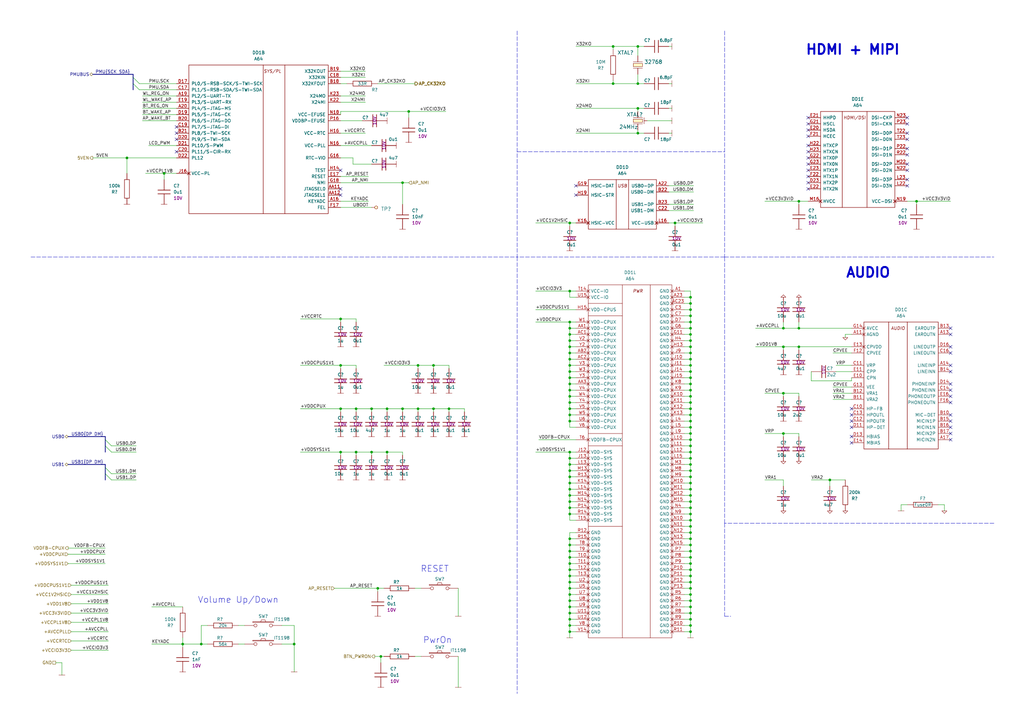
<source format=kicad_sch>
(kicad_sch (version 20211123) (generator eeschema)
  (paper "A3")
  (lib_symbols
    (symbol "A64_1" (pin_names (offset 1.016))
      (property "Reference" "DD" (at -1.27 1.27 0))
      (property "Value" "A64_1" (at -27.94 1.27 0))
      (symbol "A64_1_1_0"
        (pin passive line (at -35.56 -58.42 0) (length 5.08) (name "SDQ22") (number "A2"))
        (pin passive line (at -35.56 -68.58 0) (length 5.08) (name "SDQ26") (number "A4"))
        (pin passive line (at -35.56 -71.12 0) (length 5.08) (name "SDQ27") (number "A5"))
        (pin passive line (at -35.56 -73.66 0) (length 5.08) (name "SDQ28") (number "A7"))
        (pin passive line (at -35.56 -76.2 0) (length 5.08) (name "SDQ29") (number "A8"))
        (pin passive line (at -35.56 -53.34 0) (length 5.08) (name "SDQ20") (number "B1"))
        (pin passive line (at -35.56 -55.88 0) (length 5.08) (name "SDQ21") (number "B2"))
        (pin passive line (at -35.56 -60.96 0) (length 5.08) (name "SDQ23") (number "B3"))
        (pin passive line (at -35.56 -66.04 0) (length 5.08) (name "SDQ25") (number "B4"))
        (pin passive line (at 5.08 -120.65 180) (length 5.08) (name "SDQS3N") (number "B5"))
        (pin passive line (at 5.08 -123.19 180) (length 5.08) (name "SDQS3P") (number "B6"))
        (pin passive line (at 5.08 -90.17 180) (length 5.08) (name "SDQM3") (number "B7"))
        (pin passive line (at -35.56 -78.74 0) (length 5.08) (name "SDQ30") (number "B8"))
        (pin passive line (at -35.56 -81.28 0) (length 5.08) (name "SDQ31") (number "B9"))
        (pin passive line (at 5.08 -87.63 180) (length 5.08) (name "SDQM2") (number "C2"))
        (pin passive line (at 5.08 -25.4 180) (length 5.08) (name "SA9") (number "C4"))
        (pin passive line (at -35.56 -63.5 0) (length 5.08) (name "SDQ24") (number "C5"))
        (pin passive line (at 5.08 -50.8 180) (length 5.08) (name "SBA2") (number "C6"))
        (pin passive line (at -35.56 -93.98 0) (length 5.08) (name "SWE") (number "C8"))
        (pin passive line (at 5.08 -55.88 180) (length 5.08) (name "SCAS") (number "C9"))
        (pin passive line (at 5.08 -114.3 180) (length 5.08) (name "SDQS2N") (number "D1"))
        (pin passive line (at -35.56 -88.9 0) (length 5.08) (name "SRST") (number "D10"))
        (pin passive line (at 5.08 -116.84 180) (length 5.08) (name "SDQS2P") (number "D2"))
        (pin passive line (at 5.08 -22.86 180) (length 5.08) (name "SA8") (number "D3"))
        (pin passive line (at 5.08 -76.2 180) (length 5.08) (name "SODT0") (number "D5"))
        (pin passive line (at 5.08 -45.72 180) (length 5.08) (name "SBA0") (number "D8"))
        (pin passive line (at -35.56 -50.8 0) (length 5.08) (name "SDQ19") (number "E1"))
        (pin passive line (at -35.56 -48.26 0) (length 5.08) (name "SDQ18") (number "E2"))
        (pin passive line (at -35.56 -43.18 0) (length 5.08) (name "SDQ16") (number "E3"))
        (pin passive line (at 5.08 -20.32 180) (length 5.08) (name "SA7") (number "E4"))
        (pin passive line (at 5.08 -71.12 180) (length 5.08) (name "SCS0") (number "E5"))
        (pin passive line (at 5.08 -78.74 180) (length 5.08) (name "SODT1") (number "E7"))
        (pin passive line (at 5.08 -35.56 180) (length 5.08) (name "SA13") (number "E8"))
        (pin passive line (at -35.56 -45.72 0) (length 5.08) (name "SDQ17") (number "F2"))
        (pin passive line (at 5.08 -17.78 180) (length 5.08) (name "SA6") (number "F3"))
        (pin passive line (at -35.56 -86.36 0) (length 5.08) (name "SRAS") (number "F7"))
        (pin passive line (at -35.56 -5.08 0) (length 5.08) (name "SDQ1") (number "G1"))
        (pin passive line (at 5.08 -62.23 180) (length 5.08) (name "SCKP") (number "G2"))
        (pin passive line (at 5.08 -59.69 180) (length 5.08) (name "SCKN") (number "G3"))
        (pin passive line (at 5.08 -15.24 180) (length 5.08) (name "SA5") (number "G4"))
        (pin passive line (at -35.56 -91.44 0) (length 5.08) (name "SVREF") (number "G5"))
        (pin passive line (at -35.56 -101.6 0) (length 5.08) (name "VCC-DRAM") (number "G7"))
        (pin passive line (at -35.56 -104.14 0) (length 5.08) (name "VCC-DRAM") (number "G8"))
        (pin passive line (at -35.56 -106.68 0) (length 5.08) (name "VCC-DRAM") (number "G9"))
        (pin passive line (at -35.56 -15.24 0) (length 5.08) (name "SDQ5") (number "H1"))
        (pin passive line (at -35.56 -12.7 0) (length 5.08) (name "SDQ4") (number "H2"))
        (pin passive line (at -35.56 -7.62 0) (length 5.08) (name "SDQ2") (number "H3"))
        (pin passive line (at 5.08 -73.66 180) (length 5.08) (name "SCS1") (number "H5"))
        (pin passive line (at 5.08 -68.58 180) (length 5.08) (name "SCKE1") (number "H6"))
        (pin passive line (at 5.08 -82.55 180) (length 5.08) (name "SDQM0") (number "J2"))
        (pin passive line (at 5.08 -66.04 180) (length 5.08) (name "SCKE0") (number "J3"))
        (pin passive line (at -35.56 -109.22 0) (length 5.08) (name "VCC-DRAM") (number "J8"))
        (pin passive line (at -35.56 -10.16 0) (length 5.08) (name "SDQ3") (number "K1"))
        (pin passive line (at 5.08 -101.6 180) (length 5.08) (name "SDQS0N") (number "K2"))
        (pin passive line (at 5.08 -104.14 180) (length 5.08) (name "SDQS0P") (number "K3"))
        (pin passive line (at 5.08 -38.1 180) (length 5.08) (name "SA14") (number "K4"))
        (pin passive line (at 5.08 -33.02 180) (length 5.08) (name "SA12") (number "K5"))
        (pin passive line (at -35.56 -111.76 0) (length 5.08) (name "VCC-DRAM") (number "K6"))
        (pin passive line (at -35.56 -114.3 0) (length 5.08) (name "VCC-DRAM") (number "K7"))
        (pin passive line (at -35.56 -17.78 0) (length 5.08) (name "SDQ6") (number "L1"))
        (pin passive line (at -35.56 -20.32 0) (length 5.08) (name "SDQ7") (number "L2"))
        (pin passive line (at -35.56 -2.54 0) (length 5.08) (name "SDQ0") (number "L3"))
        (pin passive line (at -35.56 -116.84 0) (length 5.08) (name "VCC-DRAM") (number "L6"))
        (pin passive line (at -35.56 -119.38 0) (length 5.08) (name "VCC-DRAM") (number "L7"))
        (pin passive line (at -35.56 -121.92 0) (length 5.08) (name "VCC-DRAM") (number "L8"))
        (pin passive line (at -35.56 -40.64 0) (length 5.08) (name "SDQ15") (number "M2"))
        (pin passive line (at 5.08 -27.94 180) (length 5.08) (name "SA10") (number "M4"))
        (pin passive line (at -35.56 -38.1 0) (length 5.08) (name "SDQ14") (number "N1"))
        (pin passive line (at -35.56 -35.56 0) (length 5.08) (name "SDQ13") (number "N2"))
        (pin passive line (at -35.56 -33.02 0) (length 5.08) (name "SDQ12") (number "N3"))
        (pin passive line (at 5.08 -7.62 180) (length 5.08) (name "SA2") (number "N5"))
        (pin passive line (at 5.08 -10.16 180) (length 5.08) (name "SA3") (number "N6"))
        (pin passive line (at -35.56 -124.46 0) (length 5.08) (name "VCC-DRAM") (number "N7"))
        (pin passive line (at -35.56 -127 0) (length 5.08) (name "VCC-DRAM") (number "N8"))
        (pin passive line (at 5.08 -110.49 180) (length 5.08) (name "SDQS1P") (number "P1"))
        (pin passive line (at 5.08 -107.95 180) (length 5.08) (name "SDQS1N") (number "P2"))
        (pin passive line (at 5.08 -85.09 180) (length 5.08) (name "SDQM1") (number "P3"))
        (pin passive line (at 5.08 -2.54 180) (length 5.08) (name "SA0") (number "P5"))
        (pin passive line (at 5.08 -12.7 180) (length 5.08) (name "SA4") (number "P6"))
        (pin passive line (at -35.56 -30.48 0) (length 5.08) (name "SDQ11") (number "R2"))
        (pin passive line (at 5.08 -48.26 180) (length 5.08) (name "SBA1") (number "R3"))
        (pin passive line (at 5.08 -5.08 180) (length 5.08) (name "SA1") (number "R4"))
        (pin passive line (at -35.56 -27.94 0) (length 5.08) (name "SDQ10") (number "T1"))
        (pin passive line (at -35.56 -25.4 0) (length 5.08) (name "SDQ9") (number "T2"))
        (pin passive line (at -35.56 -22.86 0) (length 5.08) (name "SDQ8") (number "T3"))
        (pin passive line (at 5.08 -40.64 180) (length 5.08) (name "SA15") (number "T4"))
        (pin passive line (at -35.56 -96.52 0) (length 5.08) (name "SZQ") (number "U1"))
        (pin passive line (at 5.08 -30.48 180) (length 5.08) (name "SA11") (number "U4"))
      )
      (symbol "A64_1_1_1"
        (text "DRAM" (at -12.7 -2.54 0) (effects (font (size 1.27 1.27) italic)))
      )
      (symbol "A64_1_2_0"
        (pin passive line (at 27.94 -55.88 180) (length 5.08) (name "KEYADC") (number "A16"))
        (pin passive line (at -39.37 -12.7 0) (length 5.08) (name "PL2/S-UART-TX") (number "A19"))
        (pin passive line (at -39.37 -17.78 0) (length 5.08) (name "PL4/S-JTAG-MS") (number "A20"))
        (pin passive line (at 27.94 -50.8 180) (length 5.08) (name "JTAGSEL0") (number "AA11"))
        (pin passive line (at 27.94 -53.34 180) (length 5.08) (name "JTAGSEL1") (number "AA12"))
        (pin passive line (at 27.94 -7.62 180) (length 5.08) (name "X32KFOUT") (number "B18"))
        (pin passive line (at 27.94 -2.54 180) (length 5.08) (name "X32KOUT") (number "B19"))
        (pin passive line (at -39.37 -22.86 0) (length 5.08) (name "PL6/S-JTAG-DO") (number "B20"))
        (pin passive line (at -39.37 -27.94 0) (length 5.08) (name "PL8/S-TWI-SCK") (number "B21"))
        (pin passive line (at -39.37 -10.16 0) (length 5.08) (name "PL1/S-RSB-SDA/S-TWI-SDA") (number "C17"))
        (pin passive line (at 27.94 -5.08 180) (length 5.08) (name "X32KIN") (number "C18"))
        (pin passive line (at -39.37 -25.4 0) (length 5.08) (name "PL7/S-JTAG-DI") (number "C19"))
        (pin passive line (at -39.37 -35.56 0) (length 5.08) (name "PL11/S-CIR-RX") (number "C20"))
        (pin passive line (at -39.37 -7.62 0) (length 5.08) (name "PL0/S-RSB-SCK/S-TWI-SCK") (number "D17"))
        (pin passive line (at -39.37 -20.32 0) (length 5.08) (name "PL5/S-JTAG-CK") (number "D19"))
        (pin passive line (at -39.37 -30.48 0) (length 5.08) (name "PL9/S-TWI-SDA") (number "D20"))
        (pin passive line (at -39.37 -33.02 0) (length 5.08) (name "PL10/S-PWM") (number "D21"))
        (pin passive line (at -39.37 -38.1 0) (length 5.08) (name "PL12") (number "D22"))
        (pin passive line (at 27.94 -45.72 180) (length 5.08) (name "RESET") (number "E17"))
        (pin passive line (at -39.37 -15.24 0) (length 5.08) (name "PL3/S-UART-RX") (number "E19"))
        (pin passive line (at 27.94 -58.42 180) (length 5.08) (name "FEL") (number "F17"))
        (pin passive line (at 27.94 -38.1 180) (length 5.08) (name "RTC-VIO") (number "G16"))
        (pin passive line (at 27.94 -48.26 180) (length 5.08) (name "NMI") (number "G18"))
        (pin passive line (at 27.94 -43.18 180) (length 5.08) (name "TEST") (number "H14"))
        (pin passive line (at 27.94 -27.94 180) (length 5.08) (name "VCC-RTC") (number "H16"))
        (pin passive non_logic (at -39.37 -44.45 0) (length 5.08) (name "VCC-PL") (number "J16"))
        (pin passive line (at 27.94 -15.24 180) (length 5.08) (name "X24MI") (number "K22"))
        (pin passive line (at 27.94 -12.7 180) (length 5.08) (name "X24MO") (number "K23"))
        (pin passive line (at 27.94 -33.02 180) (length 5.08) (name "VCC-PLL") (number "N16"))
        (pin passive line (at 27.94 -20.32 180) (length 5.08) (name "VCC-EFUSE") (number "N18"))
        (pin passive line (at 27.94 -22.86 180) (length 5.08) (name "VDDBP-EFUSE") (number "P16"))
      )
      (symbol "A64_1_2_1"
        (text "SYS/PL" (at 0 -2.54 0) (effects (font (size 1.27 1.27) italic)))
      )
      (symbol "A64_1_3_0"
        (pin passive non_logic (at -35.56 -5.08 0) (length 5.08) (name "AGND") (number "A11"))
        (pin passive line (at 5.08 -5.08 180) (length 5.08) (name "EAROUTN") (number "A13"))
        (pin passive line (at 5.08 -17.78 180) (length 5.08) (name "LINEINP") (number "A14"))
        (pin passive line (at 5.08 -48.26 180) (length 5.08) (name "MICIN2N") (number "A17"))
        (pin passive line (at 5.08 -38.1 180) (length 5.08) (name "MIC-DET") (number "B10"))
        (pin passive line (at -35.56 -31.75 0) (length 5.08) (name "VRA2") (number "B11"))
        (pin passive line (at -35.56 -29.21 0) (length 5.08) (name "VRA1") (number "B12"))
        (pin passive line (at 5.08 -2.54 180) (length 5.08) (name "EAROUTP") (number "B13"))
        (pin passive line (at 5.08 -20.32 180) (length 5.08) (name "LINEINN") (number "B14"))
        (pin passive line (at 5.08 -40.64 180) (length 5.08) (name "MICIN1P") (number "B15"))
        (pin passive line (at 5.08 -43.18 180) (length 5.08) (name "MICIN1N") (number "B16"))
        (pin passive line (at 5.08 -45.72 180) (length 5.08) (name "MICIN2P") (number "B17"))
        (pin passive line (at -35.56 -35.56 0) (length 5.08) (name "HP-FB") (number "C10"))
        (pin passive line (at -35.56 -17.78 0) (length 5.08) (name "VRP") (number "C11"))
        (pin passive line (at -35.56 -40.64 0) (length 5.08) (name "HPOUTR") (number "C12"))
        (pin passive line (at -35.56 -38.1 0) (length 5.08) (name "HPOUTL") (number "C13"))
        (pin passive line (at 5.08 -27.94 180) (length 5.08) (name "PHONEINN") (number "C14"))
        (pin passive line (at 5.08 -12.7 180) (length 5.08) (name "LINEOUTN") (number "C16"))
        (pin passive line (at -35.56 -43.18 0) (length 5.08) (name "HP-DET") (number "D11"))
        (pin passive line (at -35.56 -46.99 0) (length 5.08) (name "HBIAS") (number "D13"))
        (pin passive line (at 5.08 -25.4 180) (length 5.08) (name "PHONEINP") (number "D14"))
        (pin passive line (at 5.08 -10.16 180) (length 5.08) (name "LINEOUTP") (number "D16"))
        (pin passive line (at -35.56 -22.86 0) (length 5.08) (name "CPN") (number "E10"))
        (pin passive line (at -35.56 -20.32 0) (length 5.08) (name "CPP") (number "E11"))
        (pin passive non_logic (at -35.56 -10.16 0) (length 5.08) (name "CPVDD") (number "E13"))
        (pin passive line (at -35.56 -49.53 0) (length 5.08) (name "MBIAS") (number "E14"))
        (pin passive line (at 5.08 -30.48 180) (length 5.08) (name "PHONEOUTP") (number "E16"))
        (pin passive line (at -35.56 -12.7 0) (length 5.08) (name "CPVEE") (number "F12"))
        (pin passive line (at 5.08 -33.02 180) (length 5.08) (name "PHONEOUTN") (number "F16"))
        (pin passive line (at -35.56 -26.67 0) (length 5.08) (name "VEE") (number "G13"))
        (pin passive non_logic (at -35.56 -2.54 0) (length 5.08) (name "AVCC") (number "G14"))
      )
      (symbol "A64_1_3_1"
        (text "AUDIO" (at -16.51 -2.54 0) (effects (font (size 1.27 1.27) italic)))
      )
      (symbol "A64_1_4_0"
        (pin passive line (at 5.08 -2.54 180) (length 5.08) (name "USB0-DP") (number "A22"))
        (pin passive line (at 5.08 -5.08 180) (length 5.08) (name "USB0-DM") (number "B22"))
        (pin passive line (at 5.08 -10.16 180) (length 5.08) (name "USB1-DP") (number "B23"))
        (pin passive line (at 5.08 -12.7 180) (length 5.08) (name "USB1-DM") (number "C22"))
        (pin passive line (at -33.02 -2.54 0) (length 5.08) (name "HSIC-DAT") (number "G19"))
        (pin passive line (at -33.02 -6.35 0) (length 5.08) (name "HSIC-STR") (number "H19"))
        (pin passive non_logic (at -33.02 -17.78 0) (length 5.08) (name "HSIC-VCC") (number "K16"))
        (pin passive non_logic (at 5.08 -17.78 180) (length 5.08) (name "VCC-USB") (number "L16"))
      )
      (symbol "A64_1_4_1"
        (text "USB" (at -13.97 -2.54 0) (effects (font (size 1.27 1.27) italic)))
      )
      (symbol "A64_1_5_0"
        (pin passive line (at -35.56 -29.21 0) (length 5.08) (name "HTX2P") (number "D23"))
        (pin passive line (at -35.56 -7.62 0) (length 5.08) (name "HSDA") (number "E20"))
        (pin passive line (at -35.56 -2.54 0) (length 5.08) (name "HHPD") (number "E21"))
        (pin passive line (at -35.56 -31.75 0) (length 5.08) (name "HTX2N") (number "E22"))
        (pin passive line (at -35.56 -24.13 0) (length 5.08) (name "HTX1P") (number "E23"))
        (pin passive line (at -35.56 -10.16 0) (length 5.08) (name "HCEC") (number "F21"))
        (pin passive line (at -35.56 -26.67 0) (length 5.08) (name "HTX1N") (number "F22"))
        (pin passive line (at -35.56 -5.08 0) (length 5.08) (name "HSCL") (number "G21"))
        (pin passive line (at -35.56 -19.05 0) (length 5.08) (name "HTX0P") (number "G22"))
        (pin passive line (at -35.56 -21.59 0) (length 5.08) (name "HTX0N") (number "G23"))
        (pin passive line (at -35.56 -13.97 0) (length 5.08) (name "HTXCP") (number "H22"))
        (pin passive line (at -35.56 -16.51 0) (length 5.08) (name "HTXCN") (number "H23"))
        (pin passive line (at 5.08 -30.48 180) (length 5.08) (name "DSI-D3N") (number "L22"))
        (pin passive line (at 5.08 -27.94 180) (length 5.08) (name "DSI-D3P") (number "L23"))
        (pin passive non_logic (at -35.56 -36.83 0) (length 5.08) (name "HVCC") (number "M16"))
        (pin passive line (at 5.08 -21.59 180) (length 5.08) (name "DSI-D2P") (number "M22"))
        (pin passive non_logic (at 5.08 -36.83 180) (length 5.08) (name "VCC-DSI") (number "N19"))
        (pin passive line (at 5.08 -24.13 180) (length 5.08) (name "DSI-D2N") (number "N22"))
        (pin passive line (at 5.08 -2.54 180) (length 5.08) (name "DSI-CKP") (number "N23"))
        (pin passive line (at 5.08 -15.24 180) (length 5.08) (name "DSI-D1P") (number "P22"))
        (pin passive line (at 5.08 -5.08 180) (length 5.08) (name "DSI-CKN") (number "P23"))
        (pin passive line (at 5.08 -17.78 180) (length 5.08) (name "DSI-D1N") (number "R22"))
        (pin passive line (at 5.08 -8.89 180) (length 5.08) (name "DSI-D0P") (number "T22"))
        (pin passive line (at 5.08 -11.43 180) (length 5.08) (name "DSI-D0N") (number "T23"))
      )
      (symbol "A64_1_5_1"
        (text "HDMI/DSI" (at -16.51 -2.54 0) (effects (font (size 1.27 1.27) italic)))
      )
      (symbol "A64_1_6_0"
        (pin passive line (at 5.08 -15.24 180) (length 5.08) (name "PB5/AIF2-BCLK/PCM0-BCLK") (number "AA6"))
        (pin passive line (at 5.08 -10.16 180) (length 5.08) (name "PB3/UART2-CTS/I2S0-MCLK/JTAG-DI0") (number "AA7"))
        (pin passive line (at 5.08 -5.08 180) (length 5.08) (name "PB1/UART2-RX/JTAG-CK0") (number "AB7"))
        (pin passive line (at 5.08 -22.86 180) (length 5.08) (name "PB8/UART0-TX") (number "V10"))
        (pin passive line (at 5.08 -2.54 180) (length 5.08) (name "PB0/UART2-TX/JTAG-MS0") (number "V9"))
        (pin passive line (at 5.08 -7.62 180) (length 5.08) (name "PB2/UART2-RTS/JTAG-DO0") (number "W10"))
        (pin passive line (at 5.08 -12.7 180) (length 5.08) (name "PB4/AIF2-SYNC/PCM0-SYNC") (number "W7"))
        (pin passive line (at 5.08 -17.78 180) (length 5.08) (name "PB6/AIF2-DOUT/PCM0-DOUT") (number "W8"))
        (pin passive line (at 5.08 -20.32 180) (length 5.08) (name "PB7/AIF2-DINPCM0-DIN") (number "Y6"))
        (pin passive line (at 5.08 -25.4 180) (length 5.08) (name "PB9/UART0-RX") (number "Y7"))
      )
      (symbol "A64_1_7_0"
        (pin passive line (at 5.08 -15.24 180) (length 5.08) (name "PC5/NAND-RE/SDC2-CLK") (number "G20"))
        (pin passive line (at 5.08 -30.48 180) (length 5.08) (name "PC11/NAND-DQ3/SDC2-D3") (number "H20"))
        (pin passive line (at 5.08 -38.1 180) (length 5.08) (name "PC14/NAND-DQ6/SDC2-D6") (number "J21"))
        (pin passive line (at 5.08 -5.08 180) (length 5.08) (name "PC1/NAND-ALE/SDC2-DS/SPI0-MISO") (number "K18"))
        (pin passive line (at 5.08 -17.78 180) (length 5.08) (name "PC6/NAND-RB0/SDC2-CMD") (number "K19"))
        (pin passive line (at 5.08 -27.94 180) (length 5.08) (name "PC10/NAND-DQ2/SDC2-D2") (number "K20"))
        (pin passive line (at 5.08 -25.4 180) (length 5.08) (name "PC9/NAND-DQ1/SDC2-D1") (number "L19"))
        (pin passive line (at 5.08 -35.56 180) (length 5.08) (name "PC13/NAND-DQ5/SDC2-D5") (number "L20"))
        (pin passive line (at 5.08 -22.86 180) (length 5.08) (name "PC8/NAND-DQ0/SDC2-D0") (number "M21"))
        (pin passive line (at 5.08 -43.18 180) (length 5.08) (name "PC16/NAND-DQS/SDC2-RST") (number "N20"))
        (pin passive line (at 5.08 -33.02 180) (length 5.08) (name "PC12/NAND-DQ4/SDC2-D4") (number "P18"))
        (pin passive line (at 5.08 -10.16 180) (length 5.08) (name "PC3/NAND-CE1/SPI0-CS") (number "P19"))
        (pin passive line (at 5.08 -7.62 180) (length 5.08) (name "PC2/NAND-CLE/SPI0-CLK") (number "P20"))
        (pin passive non_logic (at 5.08 -48.26 180) (length 5.08) (name "VCC-PC") (number "R16"))
        (pin passive line (at 5.08 -40.64 180) (length 5.08) (name "PC15/NAND-DQ7/SDC2-D7") (number "R21"))
        (pin passive line (at 5.08 -20.32 180) (length 5.08) (name "PC7/NAND-RB1") (number "T19"))
        (pin passive line (at 5.08 -12.7 180) (length 5.08) (name "PC4/NAND-CE0") (number "T20"))
        (pin passive line (at 5.08 -2.54 180) (length 5.08) (name "PC0/NAND-WE/SPI0-MOSI") (number "T21"))
      )
      (symbol "A64_1_8_0"
        (pin passive line (at 5.08 -25.4 180) (length 5.08) (name "PD9/LCD-D13/RGMII-RXD2/RMII-NULL/CCIR-D5") (number "AA13"))
        (pin passive line (at 5.08 -10.16 180) (length 5.08) (name "PD3/LCD-D5/UART4-RX/SPI1-MISO/CCIR-VSYNC") (number "AA14"))
        (pin passive line (at 5.08 -15.24 180) (length 5.08) (name "PD5/LCD-D7/UART4-CTS/CCIR-D1") (number "AA15"))
        (pin passive line (at 5.08 -20.32 180) (length 5.08) (name "PD7/LCD-D11/CCIR-D3") (number "AA16"))
        (pin passive line (at 5.08 -5.08 180) (length 5.08) (name "PD1/LCD-D3/UART3-RX/SPI1-CLK/CCIR-DE") (number "AA17"))
        (pin passive line (at 5.08 -2.54 180) (length 5.08) (name "PD0/LCD-D2/UART3-TX/SPI1-CS/CCIR-CLK") (number "AA20"))
        (pin passive line (at 5.08 -53.34 180) (length 5.08) (name "PD20/LCD-HSYNC/LVDS-VP3/RGMII-TXCTL/RMII-TXEN") (number "AB11"))
        (pin passive line (at 5.08 -50.8 180) (length 5.08) (name "PD19/LCD-DE/LVDS-VNC/RGMII-TXCK/RMII-TXCK") (number "AB12"))
        (pin passive line (at 5.08 -48.26 180) (length 5.08) (name "PD18/LCD-CLK/LVDS-VPC/RGMII-TXD0/RMII-TXD0") (number "AB13"))
        (pin passive line (at 5.08 -40.64 180) (length 5.08) (name "PD15/LCD-D21/LVDS-VN1/RGMII-TXD3/RMII-NULL/CCIR-D6") (number "AB14"))
        (pin passive line (at 5.08 -38.1 180) (length 5.08) (name "PD14/LCD-D20/LVDS-VP1/RGMII-NULL/RMII-RXER") (number "AB15"))
        (pin passive line (at 5.08 -35.56 180) (length 5.08) (name "PD13/LCD-D19/LVDS-VN0/RGMII-RXCTL/RMII-CRS-DV") (number "AB16"))
        (pin passive line (at 5.08 -60.96 180) (length 5.08) (name "PD23/MDIO") (number "AC10"))
        (pin passive line (at 5.08 -55.88 180) (length 5.08) (name "PD21/LCD-VSYNC/LVDS-VN3/RGMII-CLKIN/RMII-NULL") (number "AC11"))
        (pin passive line (at 5.08 -45.72 180) (length 5.08) (name "PD17/LCD-D23/LVDS-VN2/RGMII-TXD1/RMII-TXD1") (number "AC13"))
        (pin passive line (at 5.08 -43.18 180) (length 5.08) (name "PD16/LCD-D22/LVDS-VP2/RGMII-TXD2/RMII-NULL/CCIR-D7") (number "AC14"))
        (pin passive line (at 5.08 -33.02 180) (length 5.08) (name "PD12/LCD-D18/LVDS-VP0/RGMII-RXCK/RMII-NULL") (number "AC16"))
        (pin passive non_logic (at 5.08 -68.58 180) (length 5.08) (name "VCC-PD") (number "U16"))
        (pin passive line (at 5.08 -22.86 180) (length 5.08) (name "PD8/LCD-D12/RGMII-RXD3/RMII-NULL/CCIR-D4") (number "V17"))
        (pin passive line (at 5.08 -12.7 180) (length 5.08) (name "PD4/LCD-D6/UART4-RTS/CCIR-D0") (number "V18"))
        (pin passive line (at 5.08 -27.94 180) (length 5.08) (name "PD10/LCD-D14/RGMII-RXD1/RMII-RXD1") (number "W16"))
        (pin passive line (at 5.08 -7.62 180) (length 5.08) (name "PD2/LCD-D4/UART4-TX/SPI1-MOSI/CCIR-HSYNC") (number "W19"))
        (pin passive line (at 5.08 -17.78 180) (length 5.08) (name "PD6/LCD-D10/CCIR-D2") (number "Y11"))
        (pin passive line (at 5.08 -58.42 180) (length 5.08) (name "PD22/PWM0/MDC") (number "Y13"))
        (pin passive line (at 5.08 -63.5 180) (length 5.08) (name "PD24") (number "Y14"))
        (pin passive line (at 5.08 -30.48 180) (length 5.08) (name "PD11/LCD-D15/RGMII-RXD0/RMII-RXD0") (number "Y16"))
      )
      (symbol "A64_1_9_0"
        (pin passive line (at 5.08 -2.54 180) (length 5.08) (name "PE0/CSI-PCLK/TS_CLK") (number "AA18"))
        (pin passive line (at 5.08 -12.7 180) (length 5.08) (name "PE4/CSI-D0/TS_D0") (number "AA19"))
        (pin passive line (at 5.08 -10.16 180) (length 5.08) (name "PE3/CSI-VSYNC/TS_DVLD") (number "AA21"))
        (pin passive line (at 5.08 -7.62 180) (length 5.08) (name "PE2/CSI-HSYNC/TS_SYNC") (number "AA22"))
        (pin passive line (at 5.08 -33.02 180) (length 5.08) (name "PE12/CSI-SCK") (number "AB20"))
        (pin passive line (at 5.08 -43.18 180) (length 5.08) (name "PE16") (number "AB21"))
        (pin passive line (at 5.08 -27.94 180) (length 5.08) (name "PE10/CSI-D6/TS-D6") (number "AB22"))
        (pin passive line (at 5.08 -5.08 180) (length 5.08) (name "PE1/CSI-MCLK/TS_ERR") (number "AB23"))
        (pin passive line (at 5.08 -38.1 180) (length 5.08) (name "PE14/PLL-LOCK-DBG/TWI2-SCK") (number "AC20"))
        (pin passive line (at 5.08 -22.86 180) (length 5.08) (name "PE8/CSI-D4/TS-D4") (number "AC22"))
        (pin passive non_logic (at 5.08 -50.8 180) (length 5.08) (name "VCC-PE") (number "U18"))
        (pin passive line (at 5.08 -15.24 180) (length 5.08) (name "PE5/CSI-D1/TS-D") (number "W17"))
        (pin passive line (at 5.08 -17.78 180) (length 5.08) (name "PE6/CSI-D2/TS-D2") (number "W20"))
        (pin passive line (at 5.08 -30.48 180) (length 5.08) (name "PE11/CSI-D7/TS-D7") (number "W21"))
        (pin passive line (at 5.08 -45.72 180) (length 5.08) (name "PE17") (number "W22"))
        (pin passive line (at 5.08 -25.4 180) (length 5.08) (name "PE9/CSI-D5/TS-D5") (number "Y17"))
        (pin passive line (at 5.08 -20.32 180) (length 5.08) (name "PE7/CSI-D3/TS-D3") (number "Y19"))
        (pin passive line (at 5.08 -35.56 180) (length 5.08) (name "PE13/CSI-SDA") (number "Y22"))
        (pin passive line (at 5.08 -40.64 180) (length 5.08) (name "PE15/TWI2-SDA") (number "Y23"))
      )
      (symbol "A64_1_10_0"
        (pin passive line (at -60.96 -5.08 0) (length 5.08) (name "PH1/TWI0-SDA") (number "AA10"))
        (pin passive line (at -60.96 -30.48 0) (length 5.08) (name "PH11/MIC-DATA") (number "AA5"))
        (pin passive line (at -60.96 -25.4 0) (length 5.08) (name "PH9") (number "AA8"))
        (pin passive line (at -60.96 -10.16 0) (length 5.08) (name "PH3/TWI1-SDA") (number "AA9"))
        (pin passive line (at 5.08 -2.54 180) (length 5.08) (name "PF0/SDC0-D1/JTAG-MS1") (number "AB10"))
        (pin passive line (at -60.96 -17.78 0) (length 5.08) (name "PH6/UART3-RTS") (number "AB4"))
        (pin passive line (at -60.96 -12.7 0) (length 5.08) (name "PH4/UART3-TX") (number "AB5"))
        (pin passive line (at 5.08 -12.7 180) (length 5.08) (name "PF4/SDC0-D3/UART0-RX") (number "AB6"))
        (pin passive line (at 5.08 -17.78 180) (length 5.08) (name "PF6") (number "AB8"))
        (pin passive line (at 5.08 -15.24 180) (length 5.08) (name "PF5/SDC0-D2/JTAG-CK1") (number "AB9"))
        (pin passive line (at -60.96 -7.62 0) (length 5.08) (name "PH2/TWI1-SCK") (number "AC4"))
        (pin passive line (at -60.96 -20.32 0) (length 5.08) (name "PH7/UART3-CTS") (number "AC5"))
        (pin passive line (at -60.96 -15.24 0) (length 5.08) (name "PH5/UART3-RX") (number "AC7"))
        (pin passive line (at 5.08 -7.62 180) (length 5.08) (name "PF2/SDC0-CLK/UART0-TX") (number "AC8"))
        (pin passive line (at -60.96 -2.54 0) (length 5.08) (name "PH0/TWI0-SCK") (number "W11"))
        (pin passive line (at 5.08 -5.08 180) (length 5.08) (name "PF1/SDC0-D0/JTAG-DI1") (number "W13"))
        (pin passive line (at 5.08 -10.16 180) (length 5.08) (name "PF3/SDC0-CMD/JTAG-DO1") (number "W9"))
        (pin passive line (at -60.96 -22.86 0) (length 5.08) (name "PH8/SPDIF-OUT") (number "Y10"))
        (pin passive line (at -60.96 -27.94 0) (length 5.08) (name "PH10/MIC-CLK") (number "Y8"))
      )
      (symbol "A64_1_10_1"
        (text "PF/PH" (at -34.29 -2.54 0) (effects (font (size 1.27 1.27) italic)))
      )
      (symbol "A64_1_11_0"
        (pin passive line (at 5.08 -17.78 180) (length 5.08) (name "PG6/UART1-TX") (number "AB17"))
        (pin passive line (at 5.08 -30.48 180) (length 5.08) (name "PG11/AIF3-BCLK/PCM1-BCLK") (number "AB18"))
        (pin passive line (at 5.08 -27.94 180) (length 5.08) (name "PG10/AIF3-SYNC/PCM1-SYNC") (number "AB19"))
        (pin passive line (at 5.08 -22.86 180) (length 5.08) (name "PG8/UART1-RTS") (number "AC17"))
        (pin passive line (at 5.08 -33.02 180) (length 5.08) (name "PG12/AIF3-DOUT/PCM1-DOUT") (number "AC19"))
        (pin passive non_logic (at 5.08 -40.64 180) (length 5.08) (name "VCC-PG") (number "T17"))
        (pin passive line (at 5.08 -7.62 180) (length 5.08) (name "PG2/SDC1-D0") (number "U19"))
        (pin passive line (at 5.08 -5.08 180) (length 5.08) (name "PG1/SDC1-CMD") (number "U20"))
        (pin passive line (at 5.08 -25.4 180) (length 5.08) (name "PG9/UART1-CTS") (number "U21"))
        (pin passive line (at 5.08 -35.56 180) (length 5.08) (name "PG13/AIF3-DIN/PCM1-DIN") (number "U22"))
        (pin passive line (at 5.08 -20.32 180) (length 5.08) (name "PG7/UART1-RX") (number "U23"))
        (pin passive line (at 5.08 -2.54 180) (length 5.08) (name "PG0/SDC1-CLK") (number "V21"))
        (pin passive line (at 5.08 -10.16 180) (length 5.08) (name "PG3/SDC1-D1") (number "V22"))
        (pin passive line (at 5.08 -15.24 180) (length 5.08) (name "PG5/SDC1-D3") (number "W23"))
        (pin passive line (at 5.08 -12.7 180) (length 5.08) (name "PG4/SDC1-D2") (number "Y21"))
      )
      (symbol "A64_1_12_0"
        (pin passive non_logic (at 5.08 -2.54 180) (length 5.08) (name "GND") (number "A1"))
        (pin passive non_logic (at 5.08 -5.08 180) (length 5.08) (name "GND") (number "A23"))
        (pin passive non_logic (at -39.37 -17.78 0) (length 5.08) (name "VDD-CPUX") (number "AA1"))
        (pin passive non_logic (at -39.37 -40.64 0) (length 5.08) (name "VDD-CPUX") (number "AA3"))
        (pin passive non_logic (at -39.37 -27.94 0) (length 5.08) (name "VDD-CPUX") (number "AB2"))
        (pin passive non_logic (at -39.37 -20.32 0) (length 5.08) (name "VDD-CPUX") (number "AC1"))
        (pin passive non_logic (at -39.37 -30.48 0) (length 5.08) (name "VDD-CPUX") (number "AC2"))
        (pin passive non_logic (at 5.08 -7.62 180) (length 5.08) (name "GND") (number "AC23"))
        (pin passive non_logic (at 5.08 -10.16 180) (length 5.08) (name "GND") (number "C3"))
        (pin passive non_logic (at 5.08 -12.7 180) (length 5.08) (name "GND") (number "C7"))
        (pin passive non_logic (at 5.08 -15.24 180) (length 5.08) (name "GND") (number "D7"))
        (pin passive non_logic (at 5.08 -20.32 180) (length 5.08) (name "GND") (number "G11"))
        (pin passive non_logic (at 5.08 -17.78 180) (length 5.08) (name "GND") (number "G6"))
        (pin passive non_logic (at 5.08 -25.4 180) (length 5.08) (name "GND") (number "H13"))
        (pin passive non_logic (at -39.37 -10.16 0) (length 5.08) (name "VDD-CPUS") (number "H15"))
        (pin passive non_logic (at 5.08 -22.86 180) (length 5.08) (name "GND") (number "H4"))
        (pin passive non_logic (at 5.08 -30.48 180) (length 5.08) (name "GND") (number "J10"))
        (pin passive non_logic (at 5.08 -33.02 180) (length 5.08) (name "GND") (number "J11"))
        (pin passive non_logic (at -39.37 -68.58 0) (length 5.08) (name "VDD-SYS") (number "J12"))
        (pin passive non_logic (at -39.37 -71.12 0) (length 5.08) (name "VDD-SYS") (number "J13"))
        (pin passive non_logic (at 5.08 -35.56 180) (length 5.08) (name "GND") (number "J14"))
        (pin passive non_logic (at 5.08 -38.1 180) (length 5.08) (name "GND") (number "J15"))
        (pin passive non_logic (at 5.08 -27.94 180) (length 5.08) (name "GND") (number "J9"))
        (pin passive non_logic (at 5.08 -45.72 180) (length 5.08) (name "GND") (number "K10"))
        (pin passive non_logic (at 5.08 -48.26 180) (length 5.08) (name "GND") (number "K11"))
        (pin passive non_logic (at 5.08 -50.8 180) (length 5.08) (name "GND") (number "K12"))
        (pin passive non_logic (at 5.08 -53.34 180) (length 5.08) (name "GND") (number "K13"))
        (pin passive non_logic (at -39.37 -81.28 0) (length 5.08) (name "VDD-SYS") (number "K14"))
        (pin passive non_logic (at 5.08 -40.64 180) (length 5.08) (name "GND") (number "K8"))
        (pin passive non_logic (at 5.08 -43.18 180) (length 5.08) (name "GND") (number "K9"))
        (pin passive non_logic (at 5.08 -63.5 180) (length 5.08) (name "GND") (number "L10"))
        (pin passive non_logic (at 5.08 -66.04 180) (length 5.08) (name "GND") (number "L11"))
        (pin passive non_logic (at 5.08 -68.58 180) (length 5.08) (name "GND") (number "L12"))
        (pin passive non_logic (at -39.37 -73.66 0) (length 5.08) (name "VDD-SYS") (number "L13"))
        (pin passive non_logic (at -39.37 -83.82 0) (length 5.08) (name "VDD-SYS") (number "L14"))
        (pin passive non_logic (at 5.08 -71.12 180) (length 5.08) (name "GND") (number "L15"))
        (pin passive non_logic (at 5.08 -55.88 180) (length 5.08) (name "GND") (number "L4"))
        (pin passive non_logic (at 5.08 -58.42 180) (length 5.08) (name "GND") (number "L5"))
        (pin passive non_logic (at 5.08 -60.96 180) (length 5.08) (name "GND") (number "L9"))
        (pin passive non_logic (at 5.08 -81.28 180) (length 5.08) (name "GND") (number "M10"))
        (pin passive non_logic (at 5.08 -83.82 180) (length 5.08) (name "GND") (number "M11"))
        (pin passive non_logic (at 5.08 -86.36 180) (length 5.08) (name "GND") (number "M12"))
        (pin passive non_logic (at -39.37 -76.2 0) (length 5.08) (name "VDD-SYS") (number "M13"))
        (pin passive non_logic (at -39.37 -86.36 0) (length 5.08) (name "VDD-SYS") (number "M14"))
        (pin passive non_logic (at 5.08 -88.9 180) (length 5.08) (name "GND") (number "M15"))
        (pin passive non_logic (at 5.08 -73.66 180) (length 5.08) (name "GND") (number "M3"))
        (pin passive non_logic (at 5.08 -76.2 180) (length 5.08) (name "GND") (number "M8"))
        (pin passive non_logic (at 5.08 -78.74 180) (length 5.08) (name "GND") (number "M9"))
        (pin passive non_logic (at 5.08 -96.52 180) (length 5.08) (name "GND") (number "N10"))
        (pin passive non_logic (at 5.08 -99.06 180) (length 5.08) (name "GND") (number "N11"))
        (pin passive non_logic (at 5.08 -101.6 180) (length 5.08) (name "GND") (number "N12"))
        (pin passive non_logic (at 5.08 -104.14 180) (length 5.08) (name "GND") (number "N13"))
        (pin passive non_logic (at -39.37 -88.9 0) (length 5.08) (name "VDD-SYS") (number "N14"))
        (pin passive non_logic (at 5.08 -106.68 180) (length 5.08) (name "GND") (number "N15"))
        (pin passive non_logic (at 5.08 -91.44 180) (length 5.08) (name "GND") (number "N4"))
        (pin passive non_logic (at 5.08 -93.98 180) (length 5.08) (name "GND") (number "N9"))
        (pin passive non_logic (at 5.08 -116.84 180) (length 5.08) (name "GND") (number "P10"))
        (pin passive non_logic (at 5.08 -119.38 180) (length 5.08) (name "GND") (number "P11"))
        (pin passive non_logic (at 5.08 -121.92 180) (length 5.08) (name "GND") (number "P12"))
        (pin passive non_logic (at 5.08 -124.46 180) (length 5.08) (name "GND") (number "P13"))
        (pin passive non_logic (at -39.37 -91.44 0) (length 5.08) (name "VDD-SYS") (number "P14"))
        (pin passive non_logic (at 5.08 -109.22 180) (length 5.08) (name "GND") (number "P7"))
        (pin passive non_logic (at 5.08 -111.76 180) (length 5.08) (name "GND") (number "P8"))
        (pin passive non_logic (at 5.08 -114.3 180) (length 5.08) (name "GND") (number "P9"))
        (pin passive non_logic (at 5.08 -139.7 180) (length 5.08) (name "GND") (number "R10"))
        (pin passive non_logic (at 5.08 -142.24 180) (length 5.08) (name "GND") (number "R11"))
        (pin passive non_logic (at -39.37 -101.6 0) (length 5.08) (name "GND") (number "R12"))
        (pin passive non_logic (at -39.37 -78.74 0) (length 5.08) (name "VDD-SYS") (number "R13"))
        (pin passive non_logic (at -39.37 -93.98 0) (length 5.08) (name "VDD-SYS") (number "R14"))
        (pin passive non_logic (at -39.37 -104.14 0) (length 5.08) (name "GND") (number "R15"))
        (pin passive non_logic (at 5.08 -127 180) (length 5.08) (name "GND") (number "R5"))
        (pin passive non_logic (at 5.08 -129.54 180) (length 5.08) (name "GND") (number "R6"))
        (pin passive non_logic (at 5.08 -132.08 180) (length 5.08) (name "GND") (number "R7"))
        (pin passive non_logic (at 5.08 -134.62 180) (length 5.08) (name "GND") (number "R8"))
        (pin passive non_logic (at 5.08 -137.16 180) (length 5.08) (name "GND") (number "R9"))
        (pin passive non_logic (at -39.37 -111.76 0) (length 5.08) (name "GND") (number "T10"))
        (pin passive non_logic (at -39.37 -114.3 0) (length 5.08) (name "GND") (number "T11"))
        (pin passive non_logic (at -39.37 -116.84 0) (length 5.08) (name "GND") (number "T12"))
        (pin passive non_logic (at -39.37 -119.38 0) (length 5.08) (name "GND") (number "T13"))
        (pin passive non_logic (at -39.37 -2.54 0) (length 5.08) (name "VCC-IO") (number "T14"))
        (pin passive non_logic (at -39.37 -96.52 0) (length 5.08) (name "VDD-SYS") (number "T15"))
        (pin passive non_logic (at -39.37 -63.5 0) (length 5.08) (name "VDDFB-CPUX") (number "T6"))
        (pin passive non_logic (at -39.37 -106.68 0) (length 5.08) (name "GND") (number "T8"))
        (pin passive non_logic (at -39.37 -109.22 0) (length 5.08) (name "GND") (number "T9"))
        (pin passive non_logic (at -39.37 -134.62 0) (length 5.08) (name "GND") (number "U11"))
        (pin passive non_logic (at -39.37 -137.16 0) (length 5.08) (name "GND") (number "U12"))
        (pin passive non_logic (at -39.37 -5.08 0) (length 5.08) (name "VCC-IO") (number "U15"))
        (pin passive non_logic (at -39.37 -121.92 0) (length 5.08) (name "GND") (number "U2"))
        (pin passive non_logic (at -39.37 -124.46 0) (length 5.08) (name "GND") (number "U5"))
        (pin passive non_logic (at -39.37 -55.88 0) (length 5.08) (name "VDD-CPUX") (number "U6"))
        (pin passive non_logic (at -39.37 -127 0) (length 5.08) (name "GND") (number "U7"))
        (pin passive non_logic (at -39.37 -129.54 0) (length 5.08) (name "GND") (number "U8"))
        (pin passive non_logic (at -39.37 -132.08 0) (length 5.08) (name "GND") (number "U9"))
        (pin passive non_logic (at -39.37 -142.24 0) (length 5.08) (name "GND") (number "V14"))
        (pin passive non_logic (at -39.37 -22.86 0) (length 5.08) (name "VDD-CPUX") (number "V2"))
        (pin passive non_logic (at -39.37 -33.02 0) (length 5.08) (name "VDD-CPUX") (number "V3"))
        (pin passive non_logic (at -39.37 -43.18 0) (length 5.08) (name "VDD-CPUX") (number "V4"))
        (pin passive non_logic (at -39.37 -50.8 0) (length 5.08) (name "VDD-CPUX") (number "V5"))
        (pin passive non_logic (at -39.37 -58.42 0) (length 5.08) (name "VDD-CPUX") (number "V6"))
        (pin passive non_logic (at -39.37 -139.7 0) (length 5.08) (name "GND") (number "V8"))
        (pin passive non_logic (at -39.37 -15.24 0) (length 5.08) (name "VDD-CPUX") (number "W1"))
        (pin passive non_logic (at -39.37 -35.56 0) (length 5.08) (name "VDD-CPUX") (number "W3"))
        (pin passive non_logic (at -39.37 -45.72 0) (length 5.08) (name "VDD-CPUX") (number "W4"))
        (pin passive non_logic (at -39.37 -53.34 0) (length 5.08) (name "VDD-CPUX") (number "W5"))
        (pin passive non_logic (at -39.37 -25.4 0) (length 5.08) (name "VDD-CPUX") (number "Y2"))
        (pin passive non_logic (at -39.37 -38.1 0) (length 5.08) (name "VDD-CPUX") (number "Y3"))
        (pin passive non_logic (at -39.37 -48.26 0) (length 5.08) (name "VDD-CPUX") (number "Y4"))
      )
      (symbol "A64_1_12_1"
        (text "PWR" (at -13.97 -2.54 0) (effects (font (size 1.27 1.27) italic)))
      )
    )
    (symbol "A64_2" (pin_names (offset 1.016))
      (property "Reference" "DD" (at -1.27 1.27 0))
      (property "Value" "A64_2" (at -27.94 1.27 0))
      (symbol "A64_2_1_0"
        (pin passive line (at -35.56 -58.42 0) (length 5.08) (name "SDQ22") (number "A2"))
        (pin passive line (at -35.56 -68.58 0) (length 5.08) (name "SDQ26") (number "A4"))
        (pin passive line (at -35.56 -71.12 0) (length 5.08) (name "SDQ27") (number "A5"))
        (pin passive line (at -35.56 -73.66 0) (length 5.08) (name "SDQ28") (number "A7"))
        (pin passive line (at -35.56 -76.2 0) (length 5.08) (name "SDQ29") (number "A8"))
        (pin passive line (at -35.56 -53.34 0) (length 5.08) (name "SDQ20") (number "B1"))
        (pin passive line (at -35.56 -55.88 0) (length 5.08) (name "SDQ21") (number "B2"))
        (pin passive line (at -35.56 -60.96 0) (length 5.08) (name "SDQ23") (number "B3"))
        (pin passive line (at -35.56 -66.04 0) (length 5.08) (name "SDQ25") (number "B4"))
        (pin passive line (at 5.08 -120.65 180) (length 5.08) (name "SDQS3N") (number "B5"))
        (pin passive line (at 5.08 -123.19 180) (length 5.08) (name "SDQS3P") (number "B6"))
        (pin passive line (at 5.08 -90.17 180) (length 5.08) (name "SDQM3") (number "B7"))
        (pin passive line (at -35.56 -78.74 0) (length 5.08) (name "SDQ30") (number "B8"))
        (pin passive line (at -35.56 -81.28 0) (length 5.08) (name "SDQ31") (number "B9"))
        (pin passive line (at 5.08 -87.63 180) (length 5.08) (name "SDQM2") (number "C2"))
        (pin passive line (at 5.08 -25.4 180) (length 5.08) (name "SA9") (number "C4"))
        (pin passive line (at -35.56 -63.5 0) (length 5.08) (name "SDQ24") (number "C5"))
        (pin passive line (at 5.08 -50.8 180) (length 5.08) (name "SBA2") (number "C6"))
        (pin passive line (at -35.56 -93.98 0) (length 5.08) (name "SWE") (number "C8"))
        (pin passive line (at 5.08 -55.88 180) (length 5.08) (name "SCAS") (number "C9"))
        (pin passive line (at 5.08 -114.3 180) (length 5.08) (name "SDQS2N") (number "D1"))
        (pin passive line (at -35.56 -88.9 0) (length 5.08) (name "SRST") (number "D10"))
        (pin passive line (at 5.08 -116.84 180) (length 5.08) (name "SDQS2P") (number "D2"))
        (pin passive line (at 5.08 -22.86 180) (length 5.08) (name "SA8") (number "D3"))
        (pin passive line (at 5.08 -76.2 180) (length 5.08) (name "SODT0") (number "D5"))
        (pin passive line (at 5.08 -45.72 180) (length 5.08) (name "SBA0") (number "D8"))
        (pin passive line (at -35.56 -50.8 0) (length 5.08) (name "SDQ19") (number "E1"))
        (pin passive line (at -35.56 -48.26 0) (length 5.08) (name "SDQ18") (number "E2"))
        (pin passive line (at -35.56 -43.18 0) (length 5.08) (name "SDQ16") (number "E3"))
        (pin passive line (at 5.08 -20.32 180) (length 5.08) (name "SA7") (number "E4"))
        (pin passive line (at 5.08 -71.12 180) (length 5.08) (name "SCS0") (number "E5"))
        (pin passive line (at 5.08 -78.74 180) (length 5.08) (name "SODT1") (number "E7"))
        (pin passive line (at 5.08 -35.56 180) (length 5.08) (name "SA13") (number "E8"))
        (pin passive line (at -35.56 -45.72 0) (length 5.08) (name "SDQ17") (number "F2"))
        (pin passive line (at 5.08 -17.78 180) (length 5.08) (name "SA6") (number "F3"))
        (pin passive line (at -35.56 -86.36 0) (length 5.08) (name "SRAS") (number "F7"))
        (pin passive line (at -35.56 -5.08 0) (length 5.08) (name "SDQ1") (number "G1"))
        (pin passive line (at 5.08 -62.23 180) (length 5.08) (name "SCKP") (number "G2"))
        (pin passive line (at 5.08 -59.69 180) (length 5.08) (name "SCKN") (number "G3"))
        (pin passive line (at 5.08 -15.24 180) (length 5.08) (name "SA5") (number "G4"))
        (pin passive line (at -35.56 -91.44 0) (length 5.08) (name "SVREF") (number "G5"))
        (pin passive line (at -35.56 -101.6 0) (length 5.08) (name "VCC-DRAM") (number "G7"))
        (pin passive line (at -35.56 -104.14 0) (length 5.08) (name "VCC-DRAM") (number "G8"))
        (pin passive line (at -35.56 -106.68 0) (length 5.08) (name "VCC-DRAM") (number "G9"))
        (pin passive line (at -35.56 -15.24 0) (length 5.08) (name "SDQ5") (number "H1"))
        (pin passive line (at -35.56 -12.7 0) (length 5.08) (name "SDQ4") (number "H2"))
        (pin passive line (at -35.56 -7.62 0) (length 5.08) (name "SDQ2") (number "H3"))
        (pin passive line (at 5.08 -73.66 180) (length 5.08) (name "SCS1") (number "H5"))
        (pin passive line (at 5.08 -68.58 180) (length 5.08) (name "SCKE1") (number "H6"))
        (pin passive line (at 5.08 -82.55 180) (length 5.08) (name "SDQM0") (number "J2"))
        (pin passive line (at 5.08 -66.04 180) (length 5.08) (name "SCKE0") (number "J3"))
        (pin passive line (at -35.56 -109.22 0) (length 5.08) (name "VCC-DRAM") (number "J8"))
        (pin passive line (at -35.56 -10.16 0) (length 5.08) (name "SDQ3") (number "K1"))
        (pin passive line (at 5.08 -101.6 180) (length 5.08) (name "SDQS0N") (number "K2"))
        (pin passive line (at 5.08 -104.14 180) (length 5.08) (name "SDQS0P") (number "K3"))
        (pin passive line (at 5.08 -38.1 180) (length 5.08) (name "SA14") (number "K4"))
        (pin passive line (at 5.08 -33.02 180) (length 5.08) (name "SA12") (number "K5"))
        (pin passive line (at -35.56 -111.76 0) (length 5.08) (name "VCC-DRAM") (number "K6"))
        (pin passive line (at -35.56 -114.3 0) (length 5.08) (name "VCC-DRAM") (number "K7"))
        (pin passive line (at -35.56 -17.78 0) (length 5.08) (name "SDQ6") (number "L1"))
        (pin passive line (at -35.56 -20.32 0) (length 5.08) (name "SDQ7") (number "L2"))
        (pin passive line (at -35.56 -2.54 0) (length 5.08) (name "SDQ0") (number "L3"))
        (pin passive line (at -35.56 -116.84 0) (length 5.08) (name "VCC-DRAM") (number "L6"))
        (pin passive line (at -35.56 -119.38 0) (length 5.08) (name "VCC-DRAM") (number "L7"))
        (pin passive line (at -35.56 -121.92 0) (length 5.08) (name "VCC-DRAM") (number "L8"))
        (pin passive line (at -35.56 -40.64 0) (length 5.08) (name "SDQ15") (number "M2"))
        (pin passive line (at 5.08 -27.94 180) (length 5.08) (name "SA10") (number "M4"))
        (pin passive line (at -35.56 -38.1 0) (length 5.08) (name "SDQ14") (number "N1"))
        (pin passive line (at -35.56 -35.56 0) (length 5.08) (name "SDQ13") (number "N2"))
        (pin passive line (at -35.56 -33.02 0) (length 5.08) (name "SDQ12") (number "N3"))
        (pin passive line (at 5.08 -7.62 180) (length 5.08) (name "SA2") (number "N5"))
        (pin passive line (at 5.08 -10.16 180) (length 5.08) (name "SA3") (number "N6"))
        (pin passive line (at -35.56 -124.46 0) (length 5.08) (name "VCC-DRAM") (number "N7"))
        (pin passive line (at -35.56 -127 0) (length 5.08) (name "VCC-DRAM") (number "N8"))
        (pin passive line (at 5.08 -110.49 180) (length 5.08) (name "SDQS1P") (number "P1"))
        (pin passive line (at 5.08 -107.95 180) (length 5.08) (name "SDQS1N") (number "P2"))
        (pin passive line (at 5.08 -85.09 180) (length 5.08) (name "SDQM1") (number "P3"))
        (pin passive line (at 5.08 -2.54 180) (length 5.08) (name "SA0") (number "P5"))
        (pin passive line (at 5.08 -12.7 180) (length 5.08) (name "SA4") (number "P6"))
        (pin passive line (at -35.56 -30.48 0) (length 5.08) (name "SDQ11") (number "R2"))
        (pin passive line (at 5.08 -48.26 180) (length 5.08) (name "SBA1") (number "R3"))
        (pin passive line (at 5.08 -5.08 180) (length 5.08) (name "SA1") (number "R4"))
        (pin passive line (at -35.56 -27.94 0) (length 5.08) (name "SDQ10") (number "T1"))
        (pin passive line (at -35.56 -25.4 0) (length 5.08) (name "SDQ9") (number "T2"))
        (pin passive line (at -35.56 -22.86 0) (length 5.08) (name "SDQ8") (number "T3"))
        (pin passive line (at 5.08 -40.64 180) (length 5.08) (name "SA15") (number "T4"))
        (pin passive line (at -35.56 -96.52 0) (length 5.08) (name "SZQ") (number "U1"))
        (pin passive line (at 5.08 -30.48 180) (length 5.08) (name "SA11") (number "U4"))
      )
      (symbol "A64_2_1_1"
        (text "DRAM" (at -12.7 -2.54 0) (effects (font (size 1.27 1.27) italic)))
      )
      (symbol "A64_2_2_0"
        (pin passive line (at 27.94 -55.88 180) (length 5.08) (name "KEYADC") (number "A16"))
        (pin passive line (at -39.37 -12.7 0) (length 5.08) (name "PL2/S-UART-TX") (number "A19"))
        (pin passive line (at -39.37 -17.78 0) (length 5.08) (name "PL4/S-JTAG-MS") (number "A20"))
        (pin passive line (at 27.94 -50.8 180) (length 5.08) (name "JTAGSEL0") (number "AA11"))
        (pin passive line (at 27.94 -53.34 180) (length 5.08) (name "JTAGSEL1") (number "AA12"))
        (pin passive line (at 27.94 -7.62 180) (length 5.08) (name "X32KFOUT") (number "B18"))
        (pin passive line (at 27.94 -2.54 180) (length 5.08) (name "X32KOUT") (number "B19"))
        (pin passive line (at -39.37 -22.86 0) (length 5.08) (name "PL6/S-JTAG-DO") (number "B20"))
        (pin passive line (at -39.37 -27.94 0) (length 5.08) (name "PL8/S-TWI-SCK") (number "B21"))
        (pin passive line (at -39.37 -10.16 0) (length 5.08) (name "PL1/S-RSB-SDA/S-TWI-SDA") (number "C17"))
        (pin passive line (at 27.94 -5.08 180) (length 5.08) (name "X32KIN") (number "C18"))
        (pin passive line (at -39.37 -25.4 0) (length 5.08) (name "PL7/S-JTAG-DI") (number "C19"))
        (pin passive line (at -39.37 -35.56 0) (length 5.08) (name "PL11/S-CIR-RX") (number "C20"))
        (pin passive line (at -39.37 -7.62 0) (length 5.08) (name "PL0/S-RSB-SCK/S-TWI-SCK") (number "D17"))
        (pin passive line (at -39.37 -20.32 0) (length 5.08) (name "PL5/S-JTAG-CK") (number "D19"))
        (pin passive line (at -39.37 -30.48 0) (length 5.08) (name "PL9/S-TWI-SDA") (number "D20"))
        (pin passive line (at -39.37 -33.02 0) (length 5.08) (name "PL10/S-PWM") (number "D21"))
        (pin passive line (at -39.37 -38.1 0) (length 5.08) (name "PL12") (number "D22"))
        (pin passive line (at 27.94 -45.72 180) (length 5.08) (name "RESET") (number "E17"))
        (pin passive line (at -39.37 -15.24 0) (length 5.08) (name "PL3/S-UART-RX") (number "E19"))
        (pin passive line (at 27.94 -58.42 180) (length 5.08) (name "FEL") (number "F17"))
        (pin passive line (at 27.94 -38.1 180) (length 5.08) (name "RTC-VIO") (number "G16"))
        (pin passive line (at 27.94 -48.26 180) (length 5.08) (name "NMI") (number "G18"))
        (pin passive line (at 27.94 -43.18 180) (length 5.08) (name "TEST") (number "H14"))
        (pin passive line (at 27.94 -27.94 180) (length 5.08) (name "VCC-RTC") (number "H16"))
        (pin passive non_logic (at -39.37 -44.45 0) (length 5.08) (name "VCC-PL") (number "J16"))
        (pin passive line (at 27.94 -15.24 180) (length 5.08) (name "X24MI") (number "K22"))
        (pin passive line (at 27.94 -12.7 180) (length 5.08) (name "X24MO") (number "K23"))
        (pin passive line (at 27.94 -33.02 180) (length 5.08) (name "VCC-PLL") (number "N16"))
        (pin passive line (at 27.94 -20.32 180) (length 5.08) (name "VCC-EFUSE") (number "N18"))
        (pin passive line (at 27.94 -22.86 180) (length 5.08) (name "VDDBP-EFUSE") (number "P16"))
      )
      (symbol "A64_2_2_1"
        (text "SYS/PL" (at 0 -2.54 0) (effects (font (size 1.27 1.27) italic)))
      )
      (symbol "A64_2_3_0"
        (pin passive non_logic (at -35.56 -5.08 0) (length 5.08) (name "AGND") (number "A11"))
        (pin passive line (at 5.08 -5.08 180) (length 5.08) (name "EAROUTN") (number "A13"))
        (pin passive line (at 5.08 -17.78 180) (length 5.08) (name "LINEINP") (number "A14"))
        (pin passive line (at 5.08 -48.26 180) (length 5.08) (name "MICIN2N") (number "A17"))
        (pin passive line (at 5.08 -38.1 180) (length 5.08) (name "MIC-DET") (number "B10"))
        (pin passive line (at -35.56 -31.75 0) (length 5.08) (name "VRA2") (number "B11"))
        (pin passive line (at -35.56 -29.21 0) (length 5.08) (name "VRA1") (number "B12"))
        (pin passive line (at 5.08 -2.54 180) (length 5.08) (name "EAROUTP") (number "B13"))
        (pin passive line (at 5.08 -20.32 180) (length 5.08) (name "LINEINN") (number "B14"))
        (pin passive line (at 5.08 -40.64 180) (length 5.08) (name "MICIN1P") (number "B15"))
        (pin passive line (at 5.08 -43.18 180) (length 5.08) (name "MICIN1N") (number "B16"))
        (pin passive line (at 5.08 -45.72 180) (length 5.08) (name "MICIN2P") (number "B17"))
        (pin passive line (at -35.56 -35.56 0) (length 5.08) (name "HP-FB") (number "C10"))
        (pin passive line (at -35.56 -17.78 0) (length 5.08) (name "VRP") (number "C11"))
        (pin passive line (at -35.56 -40.64 0) (length 5.08) (name "HPOUTR") (number "C12"))
        (pin passive line (at -35.56 -38.1 0) (length 5.08) (name "HPOUTL") (number "C13"))
        (pin passive line (at 5.08 -27.94 180) (length 5.08) (name "PHONEINN") (number "C14"))
        (pin passive line (at 5.08 -12.7 180) (length 5.08) (name "LINEOUTN") (number "C16"))
        (pin passive line (at -35.56 -43.18 0) (length 5.08) (name "HP-DET") (number "D11"))
        (pin passive line (at -35.56 -46.99 0) (length 5.08) (name "HBIAS") (number "D13"))
        (pin passive line (at 5.08 -25.4 180) (length 5.08) (name "PHONEINP") (number "D14"))
        (pin passive line (at 5.08 -10.16 180) (length 5.08) (name "LINEOUTP") (number "D16"))
        (pin passive line (at -35.56 -22.86 0) (length 5.08) (name "CPN") (number "E10"))
        (pin passive line (at -35.56 -20.32 0) (length 5.08) (name "CPP") (number "E11"))
        (pin passive non_logic (at -35.56 -10.16 0) (length 5.08) (name "CPVDD") (number "E13"))
        (pin passive line (at -35.56 -49.53 0) (length 5.08) (name "MBIAS") (number "E14"))
        (pin passive line (at 5.08 -30.48 180) (length 5.08) (name "PHONEOUTP") (number "E16"))
        (pin passive line (at -35.56 -12.7 0) (length 5.08) (name "CPVEE") (number "F12"))
        (pin passive line (at 5.08 -33.02 180) (length 5.08) (name "PHONEOUTN") (number "F16"))
        (pin passive line (at -35.56 -26.67 0) (length 5.08) (name "VEE") (number "G13"))
        (pin passive non_logic (at -35.56 -2.54 0) (length 5.08) (name "AVCC") (number "G14"))
      )
      (symbol "A64_2_3_1"
        (text "AUDIO" (at -16.51 -2.54 0) (effects (font (size 1.27 1.27) italic)))
      )
      (symbol "A64_2_4_0"
        (pin passive line (at 5.08 -2.54 180) (length 5.08) (name "USB0-DP") (number "A22"))
        (pin passive line (at 5.08 -5.08 180) (length 5.08) (name "USB0-DM") (number "B22"))
        (pin passive line (at 5.08 -10.16 180) (length 5.08) (name "USB1-DP") (number "B23"))
        (pin passive line (at 5.08 -12.7 180) (length 5.08) (name "USB1-DM") (number "C22"))
        (pin passive line (at -33.02 -2.54 0) (length 5.08) (name "HSIC-DAT") (number "G19"))
        (pin passive line (at -33.02 -6.35 0) (length 5.08) (name "HSIC-STR") (number "H19"))
        (pin passive non_logic (at -33.02 -17.78 0) (length 5.08) (name "HSIC-VCC") (number "K16"))
        (pin passive non_logic (at 5.08 -17.78 180) (length 5.08) (name "VCC-USB") (number "L16"))
      )
      (symbol "A64_2_4_1"
        (text "USB" (at -13.97 -2.54 0) (effects (font (size 1.27 1.27) italic)))
      )
      (symbol "A64_2_5_0"
        (pin passive line (at -35.56 -29.21 0) (length 5.08) (name "HTX2P") (number "D23"))
        (pin passive line (at -35.56 -7.62 0) (length 5.08) (name "HSDA") (number "E20"))
        (pin passive line (at -35.56 -2.54 0) (length 5.08) (name "HHPD") (number "E21"))
        (pin passive line (at -35.56 -31.75 0) (length 5.08) (name "HTX2N") (number "E22"))
        (pin passive line (at -35.56 -24.13 0) (length 5.08) (name "HTX1P") (number "E23"))
        (pin passive line (at -35.56 -10.16 0) (length 5.08) (name "HCEC") (number "F21"))
        (pin passive line (at -35.56 -26.67 0) (length 5.08) (name "HTX1N") (number "F22"))
        (pin passive line (at -35.56 -5.08 0) (length 5.08) (name "HSCL") (number "G21"))
        (pin passive line (at -35.56 -19.05 0) (length 5.08) (name "HTX0P") (number "G22"))
        (pin passive line (at -35.56 -21.59 0) (length 5.08) (name "HTX0N") (number "G23"))
        (pin passive line (at -35.56 -13.97 0) (length 5.08) (name "HTXCP") (number "H22"))
        (pin passive line (at -35.56 -16.51 0) (length 5.08) (name "HTXCN") (number "H23"))
        (pin passive line (at 5.08 -30.48 180) (length 5.08) (name "DSI-D3N") (number "L22"))
        (pin passive line (at 5.08 -27.94 180) (length 5.08) (name "DSI-D3P") (number "L23"))
        (pin passive non_logic (at -35.56 -36.83 0) (length 5.08) (name "HVCC") (number "M16"))
        (pin passive line (at 5.08 -21.59 180) (length 5.08) (name "DSI-D2P") (number "M22"))
        (pin passive non_logic (at 5.08 -36.83 180) (length 5.08) (name "VCC-DSI") (number "N19"))
        (pin passive line (at 5.08 -24.13 180) (length 5.08) (name "DSI-D2N") (number "N22"))
        (pin passive line (at 5.08 -2.54 180) (length 5.08) (name "DSI-CKP") (number "N23"))
        (pin passive line (at 5.08 -15.24 180) (length 5.08) (name "DSI-D1P") (number "P22"))
        (pin passive line (at 5.08 -5.08 180) (length 5.08) (name "DSI-CKN") (number "P23"))
        (pin passive line (at 5.08 -17.78 180) (length 5.08) (name "DSI-D1N") (number "R22"))
        (pin passive line (at 5.08 -8.89 180) (length 5.08) (name "DSI-D0P") (number "T22"))
        (pin passive line (at 5.08 -11.43 180) (length 5.08) (name "DSI-D0N") (number "T23"))
      )
      (symbol "A64_2_5_1"
        (text "HDMI/DSI" (at -16.51 -2.54 0) (effects (font (size 1.27 1.27) italic)))
      )
      (symbol "A64_2_6_0"
        (pin passive line (at 5.08 -15.24 180) (length 5.08) (name "PB5/AIF2-BCLK/PCM0-BCLK") (number "AA6"))
        (pin passive line (at 5.08 -10.16 180) (length 5.08) (name "PB3/UART2-CTS/I2S0-MCLK/JTAG-DI0") (number "AA7"))
        (pin passive line (at 5.08 -5.08 180) (length 5.08) (name "PB1/UART2-RX/JTAG-CK0") (number "AB7"))
        (pin passive line (at 5.08 -22.86 180) (length 5.08) (name "PB8/UART0-TX") (number "V10"))
        (pin passive line (at 5.08 -2.54 180) (length 5.08) (name "PB0/UART2-TX/JTAG-MS0") (number "V9"))
        (pin passive line (at 5.08 -7.62 180) (length 5.08) (name "PB2/UART2-RTS/JTAG-DO0") (number "W10"))
        (pin passive line (at 5.08 -12.7 180) (length 5.08) (name "PB4/AIF2-SYNC/PCM0-SYNC") (number "W7"))
        (pin passive line (at 5.08 -17.78 180) (length 5.08) (name "PB6/AIF2-DOUT/PCM0-DOUT") (number "W8"))
        (pin passive line (at 5.08 -20.32 180) (length 5.08) (name "PB7/AIF2-DINPCM0-DIN") (number "Y6"))
        (pin passive line (at 5.08 -25.4 180) (length 5.08) (name "PB9/UART0-RX") (number "Y7"))
      )
      (symbol "A64_2_7_0"
        (pin passive line (at 5.08 -15.24 180) (length 5.08) (name "PC5/NAND-RE/SDC2-CLK") (number "G20"))
        (pin passive line (at 5.08 -30.48 180) (length 5.08) (name "PC11/NAND-DQ3/SDC2-D3") (number "H20"))
        (pin passive line (at 5.08 -38.1 180) (length 5.08) (name "PC14/NAND-DQ6/SDC2-D6") (number "J21"))
        (pin passive line (at 5.08 -5.08 180) (length 5.08) (name "PC1/NAND-ALE/SDC2-DS/SPI0-MISO") (number "K18"))
        (pin passive line (at 5.08 -17.78 180) (length 5.08) (name "PC6/NAND-RB0/SDC2-CMD") (number "K19"))
        (pin passive line (at 5.08 -27.94 180) (length 5.08) (name "PC10/NAND-DQ2/SDC2-D2") (number "K20"))
        (pin passive line (at 5.08 -25.4 180) (length 5.08) (name "PC9/NAND-DQ1/SDC2-D1") (number "L19"))
        (pin passive line (at 5.08 -35.56 180) (length 5.08) (name "PC13/NAND-DQ5/SDC2-D5") (number "L20"))
        (pin passive line (at 5.08 -22.86 180) (length 5.08) (name "PC8/NAND-DQ0/SDC2-D0") (number "M21"))
        (pin passive line (at 5.08 -43.18 180) (length 5.08) (name "PC16/NAND-DQS/SDC2-RST") (number "N20"))
        (pin passive line (at 5.08 -33.02 180) (length 5.08) (name "PC12/NAND-DQ4/SDC2-D4") (number "P18"))
        (pin passive line (at 5.08 -10.16 180) (length 5.08) (name "PC3/NAND-CE1/SPI0-CS") (number "P19"))
        (pin passive line (at 5.08 -7.62 180) (length 5.08) (name "PC2/NAND-CLE/SPI0-CLK") (number "P20"))
        (pin passive non_logic (at 5.08 -48.26 180) (length 5.08) (name "VCC-PC") (number "R16"))
        (pin passive line (at 5.08 -40.64 180) (length 5.08) (name "PC15/NAND-DQ7/SDC2-D7") (number "R21"))
        (pin passive line (at 5.08 -20.32 180) (length 5.08) (name "PC7/NAND-RB1") (number "T19"))
        (pin passive line (at 5.08 -12.7 180) (length 5.08) (name "PC4/NAND-CE0") (number "T20"))
        (pin passive line (at 5.08 -2.54 180) (length 5.08) (name "PC0/NAND-WE/SPI0-MOSI") (number "T21"))
      )
      (symbol "A64_2_8_0"
        (pin passive line (at 5.08 -25.4 180) (length 5.08) (name "PD9/LCD-D13/RGMII-RXD2/RMII-NULL/CCIR-D5") (number "AA13"))
        (pin passive line (at 5.08 -10.16 180) (length 5.08) (name "PD3/LCD-D5/UART4-RX/SPI1-MISO/CCIR-VSYNC") (number "AA14"))
        (pin passive line (at 5.08 -15.24 180) (length 5.08) (name "PD5/LCD-D7/UART4-CTS/CCIR-D1") (number "AA15"))
        (pin passive line (at 5.08 -20.32 180) (length 5.08) (name "PD7/LCD-D11/CCIR-D3") (number "AA16"))
        (pin passive line (at 5.08 -5.08 180) (length 5.08) (name "PD1/LCD-D3/UART3-RX/SPI1-CLK/CCIR-DE") (number "AA17"))
        (pin passive line (at 5.08 -2.54 180) (length 5.08) (name "PD0/LCD-D2/UART3-TX/SPI1-CS/CCIR-CLK") (number "AA20"))
        (pin passive line (at 5.08 -53.34 180) (length 5.08) (name "PD20/LCD-HSYNC/LVDS-VP3/RGMII-TXCTL/RMII-TXEN") (number "AB11"))
        (pin passive line (at 5.08 -50.8 180) (length 5.08) (name "PD19/LCD-DE/LVDS-VNC/RGMII-TXCK/RMII-TXCK") (number "AB12"))
        (pin passive line (at 5.08 -48.26 180) (length 5.08) (name "PD18/LCD-CLK/LVDS-VPC/RGMII-TXD0/RMII-TXD0") (number "AB13"))
        (pin passive line (at 5.08 -40.64 180) (length 5.08) (name "PD15/LCD-D21/LVDS-VN1/RGMII-TXD3/RMII-NULL/CCIR-D6") (number "AB14"))
        (pin passive line (at 5.08 -38.1 180) (length 5.08) (name "PD14/LCD-D20/LVDS-VP1/RGMII-NULL/RMII-RXER") (number "AB15"))
        (pin passive line (at 5.08 -35.56 180) (length 5.08) (name "PD13/LCD-D19/LVDS-VN0/RGMII-RXCTL/RMII-CRS-DV") (number "AB16"))
        (pin passive line (at 5.08 -60.96 180) (length 5.08) (name "PD23/MDIO") (number "AC10"))
        (pin passive line (at 5.08 -55.88 180) (length 5.08) (name "PD21/LCD-VSYNC/LVDS-VN3/RGMII-CLKIN/RMII-NULL") (number "AC11"))
        (pin passive line (at 5.08 -45.72 180) (length 5.08) (name "PD17/LCD-D23/LVDS-VN2/RGMII-TXD1/RMII-TXD1") (number "AC13"))
        (pin passive line (at 5.08 -43.18 180) (length 5.08) (name "PD16/LCD-D22/LVDS-VP2/RGMII-TXD2/RMII-NULL/CCIR-D7") (number "AC14"))
        (pin passive line (at 5.08 -33.02 180) (length 5.08) (name "PD12/LCD-D18/LVDS-VP0/RGMII-RXCK/RMII-NULL") (number "AC16"))
        (pin passive non_logic (at 5.08 -68.58 180) (length 5.08) (name "VCC-PD") (number "U16"))
        (pin passive line (at 5.08 -22.86 180) (length 5.08) (name "PD8/LCD-D12/RGMII-RXD3/RMII-NULL/CCIR-D4") (number "V17"))
        (pin passive line (at 5.08 -12.7 180) (length 5.08) (name "PD4/LCD-D6/UART4-RTS/CCIR-D0") (number "V18"))
        (pin passive line (at 5.08 -27.94 180) (length 5.08) (name "PD10/LCD-D14/RGMII-RXD1/RMII-RXD1") (number "W16"))
        (pin passive line (at 5.08 -7.62 180) (length 5.08) (name "PD2/LCD-D4/UART4-TX/SPI1-MOSI/CCIR-HSYNC") (number "W19"))
        (pin passive line (at 5.08 -17.78 180) (length 5.08) (name "PD6/LCD-D10/CCIR-D2") (number "Y11"))
        (pin passive line (at 5.08 -58.42 180) (length 5.08) (name "PD22/PWM0/MDC") (number "Y13"))
        (pin passive line (at 5.08 -63.5 180) (length 5.08) (name "PD24") (number "Y14"))
        (pin passive line (at 5.08 -30.48 180) (length 5.08) (name "PD11/LCD-D15/RGMII-RXD0/RMII-RXD0") (number "Y16"))
      )
      (symbol "A64_2_9_0"
        (pin passive line (at 5.08 -2.54 180) (length 5.08) (name "PE0/CSI-PCLK/TS_CLK") (number "AA18"))
        (pin passive line (at 5.08 -12.7 180) (length 5.08) (name "PE4/CSI-D0/TS_D0") (number "AA19"))
        (pin passive line (at 5.08 -10.16 180) (length 5.08) (name "PE3/CSI-VSYNC/TS_DVLD") (number "AA21"))
        (pin passive line (at 5.08 -7.62 180) (length 5.08) (name "PE2/CSI-HSYNC/TS_SYNC") (number "AA22"))
        (pin passive line (at 5.08 -33.02 180) (length 5.08) (name "PE12/CSI-SCK") (number "AB20"))
        (pin passive line (at 5.08 -43.18 180) (length 5.08) (name "PE16") (number "AB21"))
        (pin passive line (at 5.08 -27.94 180) (length 5.08) (name "PE10/CSI-D6/TS-D6") (number "AB22"))
        (pin passive line (at 5.08 -5.08 180) (length 5.08) (name "PE1/CSI-MCLK/TS_ERR") (number "AB23"))
        (pin passive line (at 5.08 -38.1 180) (length 5.08) (name "PE14/PLL-LOCK-DBG/TWI2-SCK") (number "AC20"))
        (pin passive line (at 5.08 -22.86 180) (length 5.08) (name "PE8/CSI-D4/TS-D4") (number "AC22"))
        (pin passive non_logic (at 5.08 -50.8 180) (length 5.08) (name "VCC-PE") (number "U18"))
        (pin passive line (at 5.08 -15.24 180) (length 5.08) (name "PE5/CSI-D1/TS-D") (number "W17"))
        (pin passive line (at 5.08 -17.78 180) (length 5.08) (name "PE6/CSI-D2/TS-D2") (number "W20"))
        (pin passive line (at 5.08 -30.48 180) (length 5.08) (name "PE11/CSI-D7/TS-D7") (number "W21"))
        (pin passive line (at 5.08 -45.72 180) (length 5.08) (name "PE17") (number "W22"))
        (pin passive line (at 5.08 -25.4 180) (length 5.08) (name "PE9/CSI-D5/TS-D5") (number "Y17"))
        (pin passive line (at 5.08 -20.32 180) (length 5.08) (name "PE7/CSI-D3/TS-D3") (number "Y19"))
        (pin passive line (at 5.08 -35.56 180) (length 5.08) (name "PE13/CSI-SDA") (number "Y22"))
        (pin passive line (at 5.08 -40.64 180) (length 5.08) (name "PE15/TWI2-SDA") (number "Y23"))
      )
      (symbol "A64_2_10_0"
        (pin passive line (at -60.96 -5.08 0) (length 5.08) (name "PH1/TWI0-SDA") (number "AA10"))
        (pin passive line (at -60.96 -30.48 0) (length 5.08) (name "PH11/MIC-DATA") (number "AA5"))
        (pin passive line (at -60.96 -25.4 0) (length 5.08) (name "PH9") (number "AA8"))
        (pin passive line (at -60.96 -10.16 0) (length 5.08) (name "PH3/TWI1-SDA") (number "AA9"))
        (pin passive line (at 5.08 -2.54 180) (length 5.08) (name "PF0/SDC0-D1/JTAG-MS1") (number "AB10"))
        (pin passive line (at -60.96 -17.78 0) (length 5.08) (name "PH6/UART3-RTS") (number "AB4"))
        (pin passive line (at -60.96 -12.7 0) (length 5.08) (name "PH4/UART3-TX") (number "AB5"))
        (pin passive line (at 5.08 -12.7 180) (length 5.08) (name "PF4/SDC0-D3/UART0-RX") (number "AB6"))
        (pin passive line (at 5.08 -17.78 180) (length 5.08) (name "PF6") (number "AB8"))
        (pin passive line (at 5.08 -15.24 180) (length 5.08) (name "PF5/SDC0-D2/JTAG-CK1") (number "AB9"))
        (pin passive line (at -60.96 -7.62 0) (length 5.08) (name "PH2/TWI1-SCK") (number "AC4"))
        (pin passive line (at -60.96 -20.32 0) (length 5.08) (name "PH7/UART3-CTS") (number "AC5"))
        (pin passive line (at -60.96 -15.24 0) (length 5.08) (name "PH5/UART3-RX") (number "AC7"))
        (pin passive line (at 5.08 -7.62 180) (length 5.08) (name "PF2/SDC0-CLK/UART0-TX") (number "AC8"))
        (pin passive line (at -60.96 -2.54 0) (length 5.08) (name "PH0/TWI0-SCK") (number "W11"))
        (pin passive line (at 5.08 -5.08 180) (length 5.08) (name "PF1/SDC0-D0/JTAG-DI1") (number "W13"))
        (pin passive line (at 5.08 -10.16 180) (length 5.08) (name "PF3/SDC0-CMD/JTAG-DO1") (number "W9"))
        (pin passive line (at -60.96 -22.86 0) (length 5.08) (name "PH8/SPDIF-OUT") (number "Y10"))
        (pin passive line (at -60.96 -27.94 0) (length 5.08) (name "PH10/MIC-CLK") (number "Y8"))
      )
      (symbol "A64_2_10_1"
        (text "PF/PH" (at -34.29 -2.54 0) (effects (font (size 1.27 1.27) italic)))
      )
      (symbol "A64_2_11_0"
        (pin passive line (at 5.08 -17.78 180) (length 5.08) (name "PG6/UART1-TX") (number "AB17"))
        (pin passive line (at 5.08 -30.48 180) (length 5.08) (name "PG11/AIF3-BCLK/PCM1-BCLK") (number "AB18"))
        (pin passive line (at 5.08 -27.94 180) (length 5.08) (name "PG10/AIF3-SYNC/PCM1-SYNC") (number "AB19"))
        (pin passive line (at 5.08 -22.86 180) (length 5.08) (name "PG8/UART1-RTS") (number "AC17"))
        (pin passive line (at 5.08 -33.02 180) (length 5.08) (name "PG12/AIF3-DOUT/PCM1-DOUT") (number "AC19"))
        (pin passive non_logic (at 5.08 -40.64 180) (length 5.08) (name "VCC-PG") (number "T17"))
        (pin passive line (at 5.08 -7.62 180) (length 5.08) (name "PG2/SDC1-D0") (number "U19"))
        (pin passive line (at 5.08 -5.08 180) (length 5.08) (name "PG1/SDC1-CMD") (number "U20"))
        (pin passive line (at 5.08 -25.4 180) (length 5.08) (name "PG9/UART1-CTS") (number "U21"))
        (pin passive line (at 5.08 -35.56 180) (length 5.08) (name "PG13/AIF3-DIN/PCM1-DIN") (number "U22"))
        (pin passive line (at 5.08 -20.32 180) (length 5.08) (name "PG7/UART1-RX") (number "U23"))
        (pin passive line (at 5.08 -2.54 180) (length 5.08) (name "PG0/SDC1-CLK") (number "V21"))
        (pin passive line (at 5.08 -10.16 180) (length 5.08) (name "PG3/SDC1-D1") (number "V22"))
        (pin passive line (at 5.08 -15.24 180) (length 5.08) (name "PG5/SDC1-D3") (number "W23"))
        (pin passive line (at 5.08 -12.7 180) (length 5.08) (name "PG4/SDC1-D2") (number "Y21"))
      )
      (symbol "A64_2_12_0"
        (pin passive non_logic (at 5.08 -2.54 180) (length 5.08) (name "GND") (number "A1"))
        (pin passive non_logic (at 5.08 -5.08 180) (length 5.08) (name "GND") (number "A23"))
        (pin passive non_logic (at -39.37 -17.78 0) (length 5.08) (name "VDD-CPUX") (number "AA1"))
        (pin passive non_logic (at -39.37 -40.64 0) (length 5.08) (name "VDD-CPUX") (number "AA3"))
        (pin passive non_logic (at -39.37 -27.94 0) (length 5.08) (name "VDD-CPUX") (number "AB2"))
        (pin passive non_logic (at -39.37 -20.32 0) (length 5.08) (name "VDD-CPUX") (number "AC1"))
        (pin passive non_logic (at -39.37 -30.48 0) (length 5.08) (name "VDD-CPUX") (number "AC2"))
        (pin passive non_logic (at 5.08 -7.62 180) (length 5.08) (name "GND") (number "AC23"))
        (pin passive non_logic (at 5.08 -10.16 180) (length 5.08) (name "GND") (number "C3"))
        (pin passive non_logic (at 5.08 -12.7 180) (length 5.08) (name "GND") (number "C7"))
        (pin passive non_logic (at 5.08 -15.24 180) (length 5.08) (name "GND") (number "D7"))
        (pin passive non_logic (at 5.08 -20.32 180) (length 5.08) (name "GND") (number "G11"))
        (pin passive non_logic (at 5.08 -17.78 180) (length 5.08) (name "GND") (number "G6"))
        (pin passive non_logic (at 5.08 -25.4 180) (length 5.08) (name "GND") (number "H13"))
        (pin passive non_logic (at -39.37 -10.16 0) (length 5.08) (name "VDD-CPUS") (number "H15"))
        (pin passive non_logic (at 5.08 -22.86 180) (length 5.08) (name "GND") (number "H4"))
        (pin passive non_logic (at 5.08 -30.48 180) (length 5.08) (name "GND") (number "J10"))
        (pin passive non_logic (at 5.08 -33.02 180) (length 5.08) (name "GND") (number "J11"))
        (pin passive non_logic (at -39.37 -68.58 0) (length 5.08) (name "VDD-SYS") (number "J12"))
        (pin passive non_logic (at -39.37 -71.12 0) (length 5.08) (name "VDD-SYS") (number "J13"))
        (pin passive non_logic (at 5.08 -35.56 180) (length 5.08) (name "GND") (number "J14"))
        (pin passive non_logic (at 5.08 -38.1 180) (length 5.08) (name "GND") (number "J15"))
        (pin passive non_logic (at 5.08 -27.94 180) (length 5.08) (name "GND") (number "J9"))
        (pin passive non_logic (at 5.08 -45.72 180) (length 5.08) (name "GND") (number "K10"))
        (pin passive non_logic (at 5.08 -48.26 180) (length 5.08) (name "GND") (number "K11"))
        (pin passive non_logic (at 5.08 -50.8 180) (length 5.08) (name "GND") (number "K12"))
        (pin passive non_logic (at 5.08 -53.34 180) (length 5.08) (name "GND") (number "K13"))
        (pin passive non_logic (at -39.37 -81.28 0) (length 5.08) (name "VDD-SYS") (number "K14"))
        (pin passive non_logic (at 5.08 -40.64 180) (length 5.08) (name "GND") (number "K8"))
        (pin passive non_logic (at 5.08 -43.18 180) (length 5.08) (name "GND") (number "K9"))
        (pin passive non_logic (at 5.08 -63.5 180) (length 5.08) (name "GND") (number "L10"))
        (pin passive non_logic (at 5.08 -66.04 180) (length 5.08) (name "GND") (number "L11"))
        (pin passive non_logic (at 5.08 -68.58 180) (length 5.08) (name "GND") (number "L12"))
        (pin passive non_logic (at -39.37 -73.66 0) (length 5.08) (name "VDD-SYS") (number "L13"))
        (pin passive non_logic (at -39.37 -83.82 0) (length 5.08) (name "VDD-SYS") (number "L14"))
        (pin passive non_logic (at 5.08 -71.12 180) (length 5.08) (name "GND") (number "L15"))
        (pin passive non_logic (at 5.08 -55.88 180) (length 5.08) (name "GND") (number "L4"))
        (pin passive non_logic (at 5.08 -58.42 180) (length 5.08) (name "GND") (number "L5"))
        (pin passive non_logic (at 5.08 -60.96 180) (length 5.08) (name "GND") (number "L9"))
        (pin passive non_logic (at 5.08 -81.28 180) (length 5.08) (name "GND") (number "M10"))
        (pin passive non_logic (at 5.08 -83.82 180) (length 5.08) (name "GND") (number "M11"))
        (pin passive non_logic (at 5.08 -86.36 180) (length 5.08) (name "GND") (number "M12"))
        (pin passive non_logic (at -39.37 -76.2 0) (length 5.08) (name "VDD-SYS") (number "M13"))
        (pin passive non_logic (at -39.37 -86.36 0) (length 5.08) (name "VDD-SYS") (number "M14"))
        (pin passive non_logic (at 5.08 -88.9 180) (length 5.08) (name "GND") (number "M15"))
        (pin passive non_logic (at 5.08 -73.66 180) (length 5.08) (name "GND") (number "M3"))
        (pin passive non_logic (at 5.08 -76.2 180) (length 5.08) (name "GND") (number "M8"))
        (pin passive non_logic (at 5.08 -78.74 180) (length 5.08) (name "GND") (number "M9"))
        (pin passive non_logic (at 5.08 -96.52 180) (length 5.08) (name "GND") (number "N10"))
        (pin passive non_logic (at 5.08 -99.06 180) (length 5.08) (name "GND") (number "N11"))
        (pin passive non_logic (at 5.08 -101.6 180) (length 5.08) (name "GND") (number "N12"))
        (pin passive non_logic (at 5.08 -104.14 180) (length 5.08) (name "GND") (number "N13"))
        (pin passive non_logic (at -39.37 -88.9 0) (length 5.08) (name "VDD-SYS") (number "N14"))
        (pin passive non_logic (at 5.08 -106.68 180) (length 5.08) (name "GND") (number "N15"))
        (pin passive non_logic (at 5.08 -91.44 180) (length 5.08) (name "GND") (number "N4"))
        (pin passive non_logic (at 5.08 -93.98 180) (length 5.08) (name "GND") (number "N9"))
        (pin passive non_logic (at 5.08 -116.84 180) (length 5.08) (name "GND") (number "P10"))
        (pin passive non_logic (at 5.08 -119.38 180) (length 5.08) (name "GND") (number "P11"))
        (pin passive non_logic (at 5.08 -121.92 180) (length 5.08) (name "GND") (number "P12"))
        (pin passive non_logic (at 5.08 -124.46 180) (length 5.08) (name "GND") (number "P13"))
        (pin passive non_logic (at -39.37 -91.44 0) (length 5.08) (name "VDD-SYS") (number "P14"))
        (pin passive non_logic (at 5.08 -109.22 180) (length 5.08) (name "GND") (number "P7"))
        (pin passive non_logic (at 5.08 -111.76 180) (length 5.08) (name "GND") (number "P8"))
        (pin passive non_logic (at 5.08 -114.3 180) (length 5.08) (name "GND") (number "P9"))
        (pin passive non_logic (at 5.08 -139.7 180) (length 5.08) (name "GND") (number "R10"))
        (pin passive non_logic (at 5.08 -142.24 180) (length 5.08) (name "GND") (number "R11"))
        (pin passive non_logic (at -39.37 -101.6 0) (length 5.08) (name "GND") (number "R12"))
        (pin passive non_logic (at -39.37 -78.74 0) (length 5.08) (name "VDD-SYS") (number "R13"))
        (pin passive non_logic (at -39.37 -93.98 0) (length 5.08) (name "VDD-SYS") (number "R14"))
        (pin passive non_logic (at -39.37 -104.14 0) (length 5.08) (name "GND") (number "R15"))
        (pin passive non_logic (at 5.08 -127 180) (length 5.08) (name "GND") (number "R5"))
        (pin passive non_logic (at 5.08 -129.54 180) (length 5.08) (name "GND") (number "R6"))
        (pin passive non_logic (at 5.08 -132.08 180) (length 5.08) (name "GND") (number "R7"))
        (pin passive non_logic (at 5.08 -134.62 180) (length 5.08) (name "GND") (number "R8"))
        (pin passive non_logic (at 5.08 -137.16 180) (length 5.08) (name "GND") (number "R9"))
        (pin passive non_logic (at -39.37 -111.76 0) (length 5.08) (name "GND") (number "T10"))
        (pin passive non_logic (at -39.37 -114.3 0) (length 5.08) (name "GND") (number "T11"))
        (pin passive non_logic (at -39.37 -116.84 0) (length 5.08) (name "GND") (number "T12"))
        (pin passive non_logic (at -39.37 -119.38 0) (length 5.08) (name "GND") (number "T13"))
        (pin passive non_logic (at -39.37 -2.54 0) (length 5.08) (name "VCC-IO") (number "T14"))
        (pin passive non_logic (at -39.37 -96.52 0) (length 5.08) (name "VDD-SYS") (number "T15"))
        (pin passive non_logic (at -39.37 -63.5 0) (length 5.08) (name "VDDFB-CPUX") (number "T6"))
        (pin passive non_logic (at -39.37 -106.68 0) (length 5.08) (name "GND") (number "T8"))
        (pin passive non_logic (at -39.37 -109.22 0) (length 5.08) (name "GND") (number "T9"))
        (pin passive non_logic (at -39.37 -134.62 0) (length 5.08) (name "GND") (number "U11"))
        (pin passive non_logic (at -39.37 -137.16 0) (length 5.08) (name "GND") (number "U12"))
        (pin passive non_logic (at -39.37 -5.08 0) (length 5.08) (name "VCC-IO") (number "U15"))
        (pin passive non_logic (at -39.37 -121.92 0) (length 5.08) (name "GND") (number "U2"))
        (pin passive non_logic (at -39.37 -124.46 0) (length 5.08) (name "GND") (number "U5"))
        (pin passive non_logic (at -39.37 -55.88 0) (length 5.08) (name "VDD-CPUX") (number "U6"))
        (pin passive non_logic (at -39.37 -127 0) (length 5.08) (name "GND") (number "U7"))
        (pin passive non_logic (at -39.37 -129.54 0) (length 5.08) (name "GND") (number "U8"))
        (pin passive non_logic (at -39.37 -132.08 0) (length 5.08) (name "GND") (number "U9"))
        (pin passive non_logic (at -39.37 -142.24 0) (length 5.08) (name "GND") (number "V14"))
        (pin passive non_logic (at -39.37 -22.86 0) (length 5.08) (name "VDD-CPUX") (number "V2"))
        (pin passive non_logic (at -39.37 -33.02 0) (length 5.08) (name "VDD-CPUX") (number "V3"))
        (pin passive non_logic (at -39.37 -43.18 0) (length 5.08) (name "VDD-CPUX") (number "V4"))
        (pin passive non_logic (at -39.37 -50.8 0) (length 5.08) (name "VDD-CPUX") (number "V5"))
        (pin passive non_logic (at -39.37 -58.42 0) (length 5.08) (name "VDD-CPUX") (number "V6"))
        (pin passive non_logic (at -39.37 -139.7 0) (length 5.08) (name "GND") (number "V8"))
        (pin passive non_logic (at -39.37 -15.24 0) (length 5.08) (name "VDD-CPUX") (number "W1"))
        (pin passive non_logic (at -39.37 -35.56 0) (length 5.08) (name "VDD-CPUX") (number "W3"))
        (pin passive non_logic (at -39.37 -45.72 0) (length 5.08) (name "VDD-CPUX") (number "W4"))
        (pin passive non_logic (at -39.37 -53.34 0) (length 5.08) (name "VDD-CPUX") (number "W5"))
        (pin passive non_logic (at -39.37 -25.4 0) (length 5.08) (name "VDD-CPUX") (number "Y2"))
        (pin passive non_logic (at -39.37 -38.1 0) (length 5.08) (name "VDD-CPUX") (number "Y3"))
        (pin passive non_logic (at -39.37 -48.26 0) (length 5.08) (name "VDD-CPUX") (number "Y4"))
      )
      (symbol "A64_2_12_1"
        (text "PWR" (at -13.97 -2.54 0) (effects (font (size 1.27 1.27) italic)))
      )
    )
    (symbol "A64_3" (pin_names (offset 1.016))
      (property "Reference" "DD" (at -1.27 1.27 0))
      (property "Value" "A64_3" (at -27.94 1.27 0))
      (symbol "A64_3_1_0"
        (pin passive line (at -35.56 -58.42 0) (length 5.08) (name "SDQ22") (number "A2"))
        (pin passive line (at -35.56 -68.58 0) (length 5.08) (name "SDQ26") (number "A4"))
        (pin passive line (at -35.56 -71.12 0) (length 5.08) (name "SDQ27") (number "A5"))
        (pin passive line (at -35.56 -73.66 0) (length 5.08) (name "SDQ28") (number "A7"))
        (pin passive line (at -35.56 -76.2 0) (length 5.08) (name "SDQ29") (number "A8"))
        (pin passive line (at -35.56 -53.34 0) (length 5.08) (name "SDQ20") (number "B1"))
        (pin passive line (at -35.56 -55.88 0) (length 5.08) (name "SDQ21") (number "B2"))
        (pin passive line (at -35.56 -60.96 0) (length 5.08) (name "SDQ23") (number "B3"))
        (pin passive line (at -35.56 -66.04 0) (length 5.08) (name "SDQ25") (number "B4"))
        (pin passive line (at 5.08 -120.65 180) (length 5.08) (name "SDQS3N") (number "B5"))
        (pin passive line (at 5.08 -123.19 180) (length 5.08) (name "SDQS3P") (number "B6"))
        (pin passive line (at 5.08 -90.17 180) (length 5.08) (name "SDQM3") (number "B7"))
        (pin passive line (at -35.56 -78.74 0) (length 5.08) (name "SDQ30") (number "B8"))
        (pin passive line (at -35.56 -81.28 0) (length 5.08) (name "SDQ31") (number "B9"))
        (pin passive line (at 5.08 -87.63 180) (length 5.08) (name "SDQM2") (number "C2"))
        (pin passive line (at 5.08 -25.4 180) (length 5.08) (name "SA9") (number "C4"))
        (pin passive line (at -35.56 -63.5 0) (length 5.08) (name "SDQ24") (number "C5"))
        (pin passive line (at 5.08 -50.8 180) (length 5.08) (name "SBA2") (number "C6"))
        (pin passive line (at -35.56 -93.98 0) (length 5.08) (name "SWE") (number "C8"))
        (pin passive line (at 5.08 -55.88 180) (length 5.08) (name "SCAS") (number "C9"))
        (pin passive line (at 5.08 -114.3 180) (length 5.08) (name "SDQS2N") (number "D1"))
        (pin passive line (at -35.56 -88.9 0) (length 5.08) (name "SRST") (number "D10"))
        (pin passive line (at 5.08 -116.84 180) (length 5.08) (name "SDQS2P") (number "D2"))
        (pin passive line (at 5.08 -22.86 180) (length 5.08) (name "SA8") (number "D3"))
        (pin passive line (at 5.08 -76.2 180) (length 5.08) (name "SODT0") (number "D5"))
        (pin passive line (at 5.08 -45.72 180) (length 5.08) (name "SBA0") (number "D8"))
        (pin passive line (at -35.56 -50.8 0) (length 5.08) (name "SDQ19") (number "E1"))
        (pin passive line (at -35.56 -48.26 0) (length 5.08) (name "SDQ18") (number "E2"))
        (pin passive line (at -35.56 -43.18 0) (length 5.08) (name "SDQ16") (number "E3"))
        (pin passive line (at 5.08 -20.32 180) (length 5.08) (name "SA7") (number "E4"))
        (pin passive line (at 5.08 -71.12 180) (length 5.08) (name "SCS0") (number "E5"))
        (pin passive line (at 5.08 -78.74 180) (length 5.08) (name "SODT1") (number "E7"))
        (pin passive line (at 5.08 -35.56 180) (length 5.08) (name "SA13") (number "E8"))
        (pin passive line (at -35.56 -45.72 0) (length 5.08) (name "SDQ17") (number "F2"))
        (pin passive line (at 5.08 -17.78 180) (length 5.08) (name "SA6") (number "F3"))
        (pin passive line (at -35.56 -86.36 0) (length 5.08) (name "SRAS") (number "F7"))
        (pin passive line (at -35.56 -5.08 0) (length 5.08) (name "SDQ1") (number "G1"))
        (pin passive line (at 5.08 -62.23 180) (length 5.08) (name "SCKP") (number "G2"))
        (pin passive line (at 5.08 -59.69 180) (length 5.08) (name "SCKN") (number "G3"))
        (pin passive line (at 5.08 -15.24 180) (length 5.08) (name "SA5") (number "G4"))
        (pin passive line (at -35.56 -91.44 0) (length 5.08) (name "SVREF") (number "G5"))
        (pin passive line (at -35.56 -101.6 0) (length 5.08) (name "VCC-DRAM") (number "G7"))
        (pin passive line (at -35.56 -104.14 0) (length 5.08) (name "VCC-DRAM") (number "G8"))
        (pin passive line (at -35.56 -106.68 0) (length 5.08) (name "VCC-DRAM") (number "G9"))
        (pin passive line (at -35.56 -15.24 0) (length 5.08) (name "SDQ5") (number "H1"))
        (pin passive line (at -35.56 -12.7 0) (length 5.08) (name "SDQ4") (number "H2"))
        (pin passive line (at -35.56 -7.62 0) (length 5.08) (name "SDQ2") (number "H3"))
        (pin passive line (at 5.08 -73.66 180) (length 5.08) (name "SCS1") (number "H5"))
        (pin passive line (at 5.08 -68.58 180) (length 5.08) (name "SCKE1") (number "H6"))
        (pin passive line (at 5.08 -82.55 180) (length 5.08) (name "SDQM0") (number "J2"))
        (pin passive line (at 5.08 -66.04 180) (length 5.08) (name "SCKE0") (number "J3"))
        (pin passive line (at -35.56 -109.22 0) (length 5.08) (name "VCC-DRAM") (number "J8"))
        (pin passive line (at -35.56 -10.16 0) (length 5.08) (name "SDQ3") (number "K1"))
        (pin passive line (at 5.08 -101.6 180) (length 5.08) (name "SDQS0N") (number "K2"))
        (pin passive line (at 5.08 -104.14 180) (length 5.08) (name "SDQS0P") (number "K3"))
        (pin passive line (at 5.08 -38.1 180) (length 5.08) (name "SA14") (number "K4"))
        (pin passive line (at 5.08 -33.02 180) (length 5.08) (name "SA12") (number "K5"))
        (pin passive line (at -35.56 -111.76 0) (length 5.08) (name "VCC-DRAM") (number "K6"))
        (pin passive line (at -35.56 -114.3 0) (length 5.08) (name "VCC-DRAM") (number "K7"))
        (pin passive line (at -35.56 -17.78 0) (length 5.08) (name "SDQ6") (number "L1"))
        (pin passive line (at -35.56 -20.32 0) (length 5.08) (name "SDQ7") (number "L2"))
        (pin passive line (at -35.56 -2.54 0) (length 5.08) (name "SDQ0") (number "L3"))
        (pin passive line (at -35.56 -116.84 0) (length 5.08) (name "VCC-DRAM") (number "L6"))
        (pin passive line (at -35.56 -119.38 0) (length 5.08) (name "VCC-DRAM") (number "L7"))
        (pin passive line (at -35.56 -121.92 0) (length 5.08) (name "VCC-DRAM") (number "L8"))
        (pin passive line (at -35.56 -40.64 0) (length 5.08) (name "SDQ15") (number "M2"))
        (pin passive line (at 5.08 -27.94 180) (length 5.08) (name "SA10") (number "M4"))
        (pin passive line (at -35.56 -38.1 0) (length 5.08) (name "SDQ14") (number "N1"))
        (pin passive line (at -35.56 -35.56 0) (length 5.08) (name "SDQ13") (number "N2"))
        (pin passive line (at -35.56 -33.02 0) (length 5.08) (name "SDQ12") (number "N3"))
        (pin passive line (at 5.08 -7.62 180) (length 5.08) (name "SA2") (number "N5"))
        (pin passive line (at 5.08 -10.16 180) (length 5.08) (name "SA3") (number "N6"))
        (pin passive line (at -35.56 -124.46 0) (length 5.08) (name "VCC-DRAM") (number "N7"))
        (pin passive line (at -35.56 -127 0) (length 5.08) (name "VCC-DRAM") (number "N8"))
        (pin passive line (at 5.08 -110.49 180) (length 5.08) (name "SDQS1P") (number "P1"))
        (pin passive line (at 5.08 -107.95 180) (length 5.08) (name "SDQS1N") (number "P2"))
        (pin passive line (at 5.08 -85.09 180) (length 5.08) (name "SDQM1") (number "P3"))
        (pin passive line (at 5.08 -2.54 180) (length 5.08) (name "SA0") (number "P5"))
        (pin passive line (at 5.08 -12.7 180) (length 5.08) (name "SA4") (number "P6"))
        (pin passive line (at -35.56 -30.48 0) (length 5.08) (name "SDQ11") (number "R2"))
        (pin passive line (at 5.08 -48.26 180) (length 5.08) (name "SBA1") (number "R3"))
        (pin passive line (at 5.08 -5.08 180) (length 5.08) (name "SA1") (number "R4"))
        (pin passive line (at -35.56 -27.94 0) (length 5.08) (name "SDQ10") (number "T1"))
        (pin passive line (at -35.56 -25.4 0) (length 5.08) (name "SDQ9") (number "T2"))
        (pin passive line (at -35.56 -22.86 0) (length 5.08) (name "SDQ8") (number "T3"))
        (pin passive line (at 5.08 -40.64 180) (length 5.08) (name "SA15") (number "T4"))
        (pin passive line (at -35.56 -96.52 0) (length 5.08) (name "SZQ") (number "U1"))
        (pin passive line (at 5.08 -30.48 180) (length 5.08) (name "SA11") (number "U4"))
      )
      (symbol "A64_3_1_1"
        (text "DRAM" (at -12.7 -2.54 0) (effects (font (size 1.27 1.27) italic)))
      )
      (symbol "A64_3_2_0"
        (pin passive line (at 27.94 -55.88 180) (length 5.08) (name "KEYADC") (number "A16"))
        (pin passive line (at -39.37 -12.7 0) (length 5.08) (name "PL2/S-UART-TX") (number "A19"))
        (pin passive line (at -39.37 -17.78 0) (length 5.08) (name "PL4/S-JTAG-MS") (number "A20"))
        (pin passive line (at 27.94 -50.8 180) (length 5.08) (name "JTAGSEL0") (number "AA11"))
        (pin passive line (at 27.94 -53.34 180) (length 5.08) (name "JTAGSEL1") (number "AA12"))
        (pin passive line (at 27.94 -7.62 180) (length 5.08) (name "X32KFOUT") (number "B18"))
        (pin passive line (at 27.94 -2.54 180) (length 5.08) (name "X32KOUT") (number "B19"))
        (pin passive line (at -39.37 -22.86 0) (length 5.08) (name "PL6/S-JTAG-DO") (number "B20"))
        (pin passive line (at -39.37 -27.94 0) (length 5.08) (name "PL8/S-TWI-SCK") (number "B21"))
        (pin passive line (at -39.37 -10.16 0) (length 5.08) (name "PL1/S-RSB-SDA/S-TWI-SDA") (number "C17"))
        (pin passive line (at 27.94 -5.08 180) (length 5.08) (name "X32KIN") (number "C18"))
        (pin passive line (at -39.37 -25.4 0) (length 5.08) (name "PL7/S-JTAG-DI") (number "C19"))
        (pin passive line (at -39.37 -35.56 0) (length 5.08) (name "PL11/S-CIR-RX") (number "C20"))
        (pin passive line (at -39.37 -7.62 0) (length 5.08) (name "PL0/S-RSB-SCK/S-TWI-SCK") (number "D17"))
        (pin passive line (at -39.37 -20.32 0) (length 5.08) (name "PL5/S-JTAG-CK") (number "D19"))
        (pin passive line (at -39.37 -30.48 0) (length 5.08) (name "PL9/S-TWI-SDA") (number "D20"))
        (pin passive line (at -39.37 -33.02 0) (length 5.08) (name "PL10/S-PWM") (number "D21"))
        (pin passive line (at -39.37 -38.1 0) (length 5.08) (name "PL12") (number "D22"))
        (pin passive line (at 27.94 -45.72 180) (length 5.08) (name "RESET") (number "E17"))
        (pin passive line (at -39.37 -15.24 0) (length 5.08) (name "PL3/S-UART-RX") (number "E19"))
        (pin passive line (at 27.94 -58.42 180) (length 5.08) (name "FEL") (number "F17"))
        (pin passive line (at 27.94 -38.1 180) (length 5.08) (name "RTC-VIO") (number "G16"))
        (pin passive line (at 27.94 -48.26 180) (length 5.08) (name "NMI") (number "G18"))
        (pin passive line (at 27.94 -43.18 180) (length 5.08) (name "TEST") (number "H14"))
        (pin passive line (at 27.94 -27.94 180) (length 5.08) (name "VCC-RTC") (number "H16"))
        (pin passive non_logic (at -39.37 -44.45 0) (length 5.08) (name "VCC-PL") (number "J16"))
        (pin passive line (at 27.94 -15.24 180) (length 5.08) (name "X24MI") (number "K22"))
        (pin passive line (at 27.94 -12.7 180) (length 5.08) (name "X24MO") (number "K23"))
        (pin passive line (at 27.94 -33.02 180) (length 5.08) (name "VCC-PLL") (number "N16"))
        (pin passive line (at 27.94 -20.32 180) (length 5.08) (name "VCC-EFUSE") (number "N18"))
        (pin passive line (at 27.94 -22.86 180) (length 5.08) (name "VDDBP-EFUSE") (number "P16"))
      )
      (symbol "A64_3_2_1"
        (text "SYS/PL" (at 0 -2.54 0) (effects (font (size 1.27 1.27) italic)))
      )
      (symbol "A64_3_3_0"
        (pin passive non_logic (at -35.56 -5.08 0) (length 5.08) (name "AGND") (number "A11"))
        (pin passive line (at 5.08 -5.08 180) (length 5.08) (name "EAROUTN") (number "A13"))
        (pin passive line (at 5.08 -17.78 180) (length 5.08) (name "LINEINP") (number "A14"))
        (pin passive line (at 5.08 -48.26 180) (length 5.08) (name "MICIN2N") (number "A17"))
        (pin passive line (at 5.08 -38.1 180) (length 5.08) (name "MIC-DET") (number "B10"))
        (pin passive line (at -35.56 -31.75 0) (length 5.08) (name "VRA2") (number "B11"))
        (pin passive line (at -35.56 -29.21 0) (length 5.08) (name "VRA1") (number "B12"))
        (pin passive line (at 5.08 -2.54 180) (length 5.08) (name "EAROUTP") (number "B13"))
        (pin passive line (at 5.08 -20.32 180) (length 5.08) (name "LINEINN") (number "B14"))
        (pin passive line (at 5.08 -40.64 180) (length 5.08) (name "MICIN1P") (number "B15"))
        (pin passive line (at 5.08 -43.18 180) (length 5.08) (name "MICIN1N") (number "B16"))
        (pin passive line (at 5.08 -45.72 180) (length 5.08) (name "MICIN2P") (number "B17"))
        (pin passive line (at -35.56 -35.56 0) (length 5.08) (name "HP-FB") (number "C10"))
        (pin passive line (at -35.56 -17.78 0) (length 5.08) (name "VRP") (number "C11"))
        (pin passive line (at -35.56 -40.64 0) (length 5.08) (name "HPOUTR") (number "C12"))
        (pin passive line (at -35.56 -38.1 0) (length 5.08) (name "HPOUTL") (number "C13"))
        (pin passive line (at 5.08 -27.94 180) (length 5.08) (name "PHONEINN") (number "C14"))
        (pin passive line (at 5.08 -12.7 180) (length 5.08) (name "LINEOUTN") (number "C16"))
        (pin passive line (at -35.56 -43.18 0) (length 5.08) (name "HP-DET") (number "D11"))
        (pin passive line (at -35.56 -46.99 0) (length 5.08) (name "HBIAS") (number "D13"))
        (pin passive line (at 5.08 -25.4 180) (length 5.08) (name "PHONEINP") (number "D14"))
        (pin passive line (at 5.08 -10.16 180) (length 5.08) (name "LINEOUTP") (number "D16"))
        (pin passive line (at -35.56 -22.86 0) (length 5.08) (name "CPN") (number "E10"))
        (pin passive line (at -35.56 -20.32 0) (length 5.08) (name "CPP") (number "E11"))
        (pin passive non_logic (at -35.56 -10.16 0) (length 5.08) (name "CPVDD") (number "E13"))
        (pin passive line (at -35.56 -49.53 0) (length 5.08) (name "MBIAS") (number "E14"))
        (pin passive line (at 5.08 -30.48 180) (length 5.08) (name "PHONEOUTP") (number "E16"))
        (pin passive line (at -35.56 -12.7 0) (length 5.08) (name "CPVEE") (number "F12"))
        (pin passive line (at 5.08 -33.02 180) (length 5.08) (name "PHONEOUTN") (number "F16"))
        (pin passive line (at -35.56 -26.67 0) (length 5.08) (name "VEE") (number "G13"))
        (pin passive non_logic (at -35.56 -2.54 0) (length 5.08) (name "AVCC") (number "G14"))
      )
      (symbol "A64_3_3_1"
        (text "AUDIO" (at -16.51 -2.54 0) (effects (font (size 1.27 1.27) italic)))
      )
      (symbol "A64_3_4_0"
        (pin passive line (at 5.08 -2.54 180) (length 5.08) (name "USB0-DP") (number "A22"))
        (pin passive line (at 5.08 -5.08 180) (length 5.08) (name "USB0-DM") (number "B22"))
        (pin passive line (at 5.08 -10.16 180) (length 5.08) (name "USB1-DP") (number "B23"))
        (pin passive line (at 5.08 -12.7 180) (length 5.08) (name "USB1-DM") (number "C22"))
        (pin passive line (at -33.02 -2.54 0) (length 5.08) (name "HSIC-DAT") (number "G19"))
        (pin passive line (at -33.02 -6.35 0) (length 5.08) (name "HSIC-STR") (number "H19"))
        (pin passive non_logic (at -33.02 -17.78 0) (length 5.08) (name "HSIC-VCC") (number "K16"))
        (pin passive non_logic (at 5.08 -17.78 180) (length 5.08) (name "VCC-USB") (number "L16"))
      )
      (symbol "A64_3_4_1"
        (text "USB" (at -13.97 -2.54 0) (effects (font (size 1.27 1.27) italic)))
      )
      (symbol "A64_3_5_0"
        (pin passive line (at -35.56 -29.21 0) (length 5.08) (name "HTX2P") (number "D23"))
        (pin passive line (at -35.56 -7.62 0) (length 5.08) (name "HSDA") (number "E20"))
        (pin passive line (at -35.56 -2.54 0) (length 5.08) (name "HHPD") (number "E21"))
        (pin passive line (at -35.56 -31.75 0) (length 5.08) (name "HTX2N") (number "E22"))
        (pin passive line (at -35.56 -24.13 0) (length 5.08) (name "HTX1P") (number "E23"))
        (pin passive line (at -35.56 -10.16 0) (length 5.08) (name "HCEC") (number "F21"))
        (pin passive line (at -35.56 -26.67 0) (length 5.08) (name "HTX1N") (number "F22"))
        (pin passive line (at -35.56 -5.08 0) (length 5.08) (name "HSCL") (number "G21"))
        (pin passive line (at -35.56 -19.05 0) (length 5.08) (name "HTX0P") (number "G22"))
        (pin passive line (at -35.56 -21.59 0) (length 5.08) (name "HTX0N") (number "G23"))
        (pin passive line (at -35.56 -13.97 0) (length 5.08) (name "HTXCP") (number "H22"))
        (pin passive line (at -35.56 -16.51 0) (length 5.08) (name "HTXCN") (number "H23"))
        (pin passive line (at 5.08 -30.48 180) (length 5.08) (name "DSI-D3N") (number "L22"))
        (pin passive line (at 5.08 -27.94 180) (length 5.08) (name "DSI-D3P") (number "L23"))
        (pin passive non_logic (at -35.56 -36.83 0) (length 5.08) (name "HVCC") (number "M16"))
        (pin passive line (at 5.08 -21.59 180) (length 5.08) (name "DSI-D2P") (number "M22"))
        (pin passive non_logic (at 5.08 -36.83 180) (length 5.08) (name "VCC-DSI") (number "N19"))
        (pin passive line (at 5.08 -24.13 180) (length 5.08) (name "DSI-D2N") (number "N22"))
        (pin passive line (at 5.08 -2.54 180) (length 5.08) (name "DSI-CKP") (number "N23"))
        (pin passive line (at 5.08 -15.24 180) (length 5.08) (name "DSI-D1P") (number "P22"))
        (pin passive line (at 5.08 -5.08 180) (length 5.08) (name "DSI-CKN") (number "P23"))
        (pin passive line (at 5.08 -17.78 180) (length 5.08) (name "DSI-D1N") (number "R22"))
        (pin passive line (at 5.08 -8.89 180) (length 5.08) (name "DSI-D0P") (number "T22"))
        (pin passive line (at 5.08 -11.43 180) (length 5.08) (name "DSI-D0N") (number "T23"))
      )
      (symbol "A64_3_5_1"
        (text "HDMI/DSI" (at -16.51 -2.54 0) (effects (font (size 1.27 1.27) italic)))
      )
      (symbol "A64_3_6_0"
        (pin passive line (at 5.08 -15.24 180) (length 5.08) (name "PB5/AIF2-BCLK/PCM0-BCLK") (number "AA6"))
        (pin passive line (at 5.08 -10.16 180) (length 5.08) (name "PB3/UART2-CTS/I2S0-MCLK/JTAG-DI0") (number "AA7"))
        (pin passive line (at 5.08 -5.08 180) (length 5.08) (name "PB1/UART2-RX/JTAG-CK0") (number "AB7"))
        (pin passive line (at 5.08 -22.86 180) (length 5.08) (name "PB8/UART0-TX") (number "V10"))
        (pin passive line (at 5.08 -2.54 180) (length 5.08) (name "PB0/UART2-TX/JTAG-MS0") (number "V9"))
        (pin passive line (at 5.08 -7.62 180) (length 5.08) (name "PB2/UART2-RTS/JTAG-DO0") (number "W10"))
        (pin passive line (at 5.08 -12.7 180) (length 5.08) (name "PB4/AIF2-SYNC/PCM0-SYNC") (number "W7"))
        (pin passive line (at 5.08 -17.78 180) (length 5.08) (name "PB6/AIF2-DOUT/PCM0-DOUT") (number "W8"))
        (pin passive line (at 5.08 -20.32 180) (length 5.08) (name "PB7/AIF2-DINPCM0-DIN") (number "Y6"))
        (pin passive line (at 5.08 -25.4 180) (length 5.08) (name "PB9/UART0-RX") (number "Y7"))
      )
      (symbol "A64_3_7_0"
        (pin passive line (at 5.08 -15.24 180) (length 5.08) (name "PC5/NAND-RE/SDC2-CLK") (number "G20"))
        (pin passive line (at 5.08 -30.48 180) (length 5.08) (name "PC11/NAND-DQ3/SDC2-D3") (number "H20"))
        (pin passive line (at 5.08 -38.1 180) (length 5.08) (name "PC14/NAND-DQ6/SDC2-D6") (number "J21"))
        (pin passive line (at 5.08 -5.08 180) (length 5.08) (name "PC1/NAND-ALE/SDC2-DS/SPI0-MISO") (number "K18"))
        (pin passive line (at 5.08 -17.78 180) (length 5.08) (name "PC6/NAND-RB0/SDC2-CMD") (number "K19"))
        (pin passive line (at 5.08 -27.94 180) (length 5.08) (name "PC10/NAND-DQ2/SDC2-D2") (number "K20"))
        (pin passive line (at 5.08 -25.4 180) (length 5.08) (name "PC9/NAND-DQ1/SDC2-D1") (number "L19"))
        (pin passive line (at 5.08 -35.56 180) (length 5.08) (name "PC13/NAND-DQ5/SDC2-D5") (number "L20"))
        (pin passive line (at 5.08 -22.86 180) (length 5.08) (name "PC8/NAND-DQ0/SDC2-D0") (number "M21"))
        (pin passive line (at 5.08 -43.18 180) (length 5.08) (name "PC16/NAND-DQS/SDC2-RST") (number "N20"))
        (pin passive line (at 5.08 -33.02 180) (length 5.08) (name "PC12/NAND-DQ4/SDC2-D4") (number "P18"))
        (pin passive line (at 5.08 -10.16 180) (length 5.08) (name "PC3/NAND-CE1/SPI0-CS") (number "P19"))
        (pin passive line (at 5.08 -7.62 180) (length 5.08) (name "PC2/NAND-CLE/SPI0-CLK") (number "P20"))
        (pin passive non_logic (at 5.08 -48.26 180) (length 5.08) (name "VCC-PC") (number "R16"))
        (pin passive line (at 5.08 -40.64 180) (length 5.08) (name "PC15/NAND-DQ7/SDC2-D7") (number "R21"))
        (pin passive line (at 5.08 -20.32 180) (length 5.08) (name "PC7/NAND-RB1") (number "T19"))
        (pin passive line (at 5.08 -12.7 180) (length 5.08) (name "PC4/NAND-CE0") (number "T20"))
        (pin passive line (at 5.08 -2.54 180) (length 5.08) (name "PC0/NAND-WE/SPI0-MOSI") (number "T21"))
      )
      (symbol "A64_3_8_0"
        (pin passive line (at 5.08 -25.4 180) (length 5.08) (name "PD9/LCD-D13/RGMII-RXD2/RMII-NULL/CCIR-D5") (number "AA13"))
        (pin passive line (at 5.08 -10.16 180) (length 5.08) (name "PD3/LCD-D5/UART4-RX/SPI1-MISO/CCIR-VSYNC") (number "AA14"))
        (pin passive line (at 5.08 -15.24 180) (length 5.08) (name "PD5/LCD-D7/UART4-CTS/CCIR-D1") (number "AA15"))
        (pin passive line (at 5.08 -20.32 180) (length 5.08) (name "PD7/LCD-D11/CCIR-D3") (number "AA16"))
        (pin passive line (at 5.08 -5.08 180) (length 5.08) (name "PD1/LCD-D3/UART3-RX/SPI1-CLK/CCIR-DE") (number "AA17"))
        (pin passive line (at 5.08 -2.54 180) (length 5.08) (name "PD0/LCD-D2/UART3-TX/SPI1-CS/CCIR-CLK") (number "AA20"))
        (pin passive line (at 5.08 -53.34 180) (length 5.08) (name "PD20/LCD-HSYNC/LVDS-VP3/RGMII-TXCTL/RMII-TXEN") (number "AB11"))
        (pin passive line (at 5.08 -50.8 180) (length 5.08) (name "PD19/LCD-DE/LVDS-VNC/RGMII-TXCK/RMII-TXCK") (number "AB12"))
        (pin passive line (at 5.08 -48.26 180) (length 5.08) (name "PD18/LCD-CLK/LVDS-VPC/RGMII-TXD0/RMII-TXD0") (number "AB13"))
        (pin passive line (at 5.08 -40.64 180) (length 5.08) (name "PD15/LCD-D21/LVDS-VN1/RGMII-TXD3/RMII-NULL/CCIR-D6") (number "AB14"))
        (pin passive line (at 5.08 -38.1 180) (length 5.08) (name "PD14/LCD-D20/LVDS-VP1/RGMII-NULL/RMII-RXER") (number "AB15"))
        (pin passive line (at 5.08 -35.56 180) (length 5.08) (name "PD13/LCD-D19/LVDS-VN0/RGMII-RXCTL/RMII-CRS-DV") (number "AB16"))
        (pin passive line (at 5.08 -60.96 180) (length 5.08) (name "PD23/MDIO") (number "AC10"))
        (pin passive line (at 5.08 -55.88 180) (length 5.08) (name "PD21/LCD-VSYNC/LVDS-VN3/RGMII-CLKIN/RMII-NULL") (number "AC11"))
        (pin passive line (at 5.08 -45.72 180) (length 5.08) (name "PD17/LCD-D23/LVDS-VN2/RGMII-TXD1/RMII-TXD1") (number "AC13"))
        (pin passive line (at 5.08 -43.18 180) (length 5.08) (name "PD16/LCD-D22/LVDS-VP2/RGMII-TXD2/RMII-NULL/CCIR-D7") (number "AC14"))
        (pin passive line (at 5.08 -33.02 180) (length 5.08) (name "PD12/LCD-D18/LVDS-VP0/RGMII-RXCK/RMII-NULL") (number "AC16"))
        (pin passive non_logic (at 5.08 -68.58 180) (length 5.08) (name "VCC-PD") (number "U16"))
        (pin passive line (at 5.08 -22.86 180) (length 5.08) (name "PD8/LCD-D12/RGMII-RXD3/RMII-NULL/CCIR-D4") (number "V17"))
        (pin passive line (at 5.08 -12.7 180) (length 5.08) (name "PD4/LCD-D6/UART4-RTS/CCIR-D0") (number "V18"))
        (pin passive line (at 5.08 -27.94 180) (length 5.08) (name "PD10/LCD-D14/RGMII-RXD1/RMII-RXD1") (number "W16"))
        (pin passive line (at 5.08 -7.62 180) (length 5.08) (name "PD2/LCD-D4/UART4-TX/SPI1-MOSI/CCIR-HSYNC") (number "W19"))
        (pin passive line (at 5.08 -17.78 180) (length 5.08) (name "PD6/LCD-D10/CCIR-D2") (number "Y11"))
        (pin passive line (at 5.08 -58.42 180) (length 5.08) (name "PD22/PWM0/MDC") (number "Y13"))
        (pin passive line (at 5.08 -63.5 180) (length 5.08) (name "PD24") (number "Y14"))
        (pin passive line (at 5.08 -30.48 180) (length 5.08) (name "PD11/LCD-D15/RGMII-RXD0/RMII-RXD0") (number "Y16"))
      )
      (symbol "A64_3_9_0"
        (pin passive line (at 5.08 -2.54 180) (length 5.08) (name "PE0/CSI-PCLK/TS_CLK") (number "AA18"))
        (pin passive line (at 5.08 -12.7 180) (length 5.08) (name "PE4/CSI-D0/TS_D0") (number "AA19"))
        (pin passive line (at 5.08 -10.16 180) (length 5.08) (name "PE3/CSI-VSYNC/TS_DVLD") (number "AA21"))
        (pin passive line (at 5.08 -7.62 180) (length 5.08) (name "PE2/CSI-HSYNC/TS_SYNC") (number "AA22"))
        (pin passive line (at 5.08 -33.02 180) (length 5.08) (name "PE12/CSI-SCK") (number "AB20"))
        (pin passive line (at 5.08 -43.18 180) (length 5.08) (name "PE16") (number "AB21"))
        (pin passive line (at 5.08 -27.94 180) (length 5.08) (name "PE10/CSI-D6/TS-D6") (number "AB22"))
        (pin passive line (at 5.08 -5.08 180) (length 5.08) (name "PE1/CSI-MCLK/TS_ERR") (number "AB23"))
        (pin passive line (at 5.08 -38.1 180) (length 5.08) (name "PE14/PLL-LOCK-DBG/TWI2-SCK") (number "AC20"))
        (pin passive line (at 5.08 -22.86 180) (length 5.08) (name "PE8/CSI-D4/TS-D4") (number "AC22"))
        (pin passive non_logic (at 5.08 -50.8 180) (length 5.08) (name "VCC-PE") (number "U18"))
        (pin passive line (at 5.08 -15.24 180) (length 5.08) (name "PE5/CSI-D1/TS-D") (number "W17"))
        (pin passive line (at 5.08 -17.78 180) (length 5.08) (name "PE6/CSI-D2/TS-D2") (number "W20"))
        (pin passive line (at 5.08 -30.48 180) (length 5.08) (name "PE11/CSI-D7/TS-D7") (number "W21"))
        (pin passive line (at 5.08 -45.72 180) (length 5.08) (name "PE17") (number "W22"))
        (pin passive line (at 5.08 -25.4 180) (length 5.08) (name "PE9/CSI-D5/TS-D5") (number "Y17"))
        (pin passive line (at 5.08 -20.32 180) (length 5.08) (name "PE7/CSI-D3/TS-D3") (number "Y19"))
        (pin passive line (at 5.08 -35.56 180) (length 5.08) (name "PE13/CSI-SDA") (number "Y22"))
        (pin passive line (at 5.08 -40.64 180) (length 5.08) (name "PE15/TWI2-SDA") (number "Y23"))
      )
      (symbol "A64_3_10_0"
        (pin passive line (at -60.96 -5.08 0) (length 5.08) (name "PH1/TWI0-SDA") (number "AA10"))
        (pin passive line (at -60.96 -30.48 0) (length 5.08) (name "PH11/MIC-DATA") (number "AA5"))
        (pin passive line (at -60.96 -25.4 0) (length 5.08) (name "PH9") (number "AA8"))
        (pin passive line (at -60.96 -10.16 0) (length 5.08) (name "PH3/TWI1-SDA") (number "AA9"))
        (pin passive line (at 5.08 -2.54 180) (length 5.08) (name "PF0/SDC0-D1/JTAG-MS1") (number "AB10"))
        (pin passive line (at -60.96 -17.78 0) (length 5.08) (name "PH6/UART3-RTS") (number "AB4"))
        (pin passive line (at -60.96 -12.7 0) (length 5.08) (name "PH4/UART3-TX") (number "AB5"))
        (pin passive line (at 5.08 -12.7 180) (length 5.08) (name "PF4/SDC0-D3/UART0-RX") (number "AB6"))
        (pin passive line (at 5.08 -17.78 180) (length 5.08) (name "PF6") (number "AB8"))
        (pin passive line (at 5.08 -15.24 180) (length 5.08) (name "PF5/SDC0-D2/JTAG-CK1") (number "AB9"))
        (pin passive line (at -60.96 -7.62 0) (length 5.08) (name "PH2/TWI1-SCK") (number "AC4"))
        (pin passive line (at -60.96 -20.32 0) (length 5.08) (name "PH7/UART3-CTS") (number "AC5"))
        (pin passive line (at -60.96 -15.24 0) (length 5.08) (name "PH5/UART3-RX") (number "AC7"))
        (pin passive line (at 5.08 -7.62 180) (length 5.08) (name "PF2/SDC0-CLK/UART0-TX") (number "AC8"))
        (pin passive line (at -60.96 -2.54 0) (length 5.08) (name "PH0/TWI0-SCK") (number "W11"))
        (pin passive line (at 5.08 -5.08 180) (length 5.08) (name "PF1/SDC0-D0/JTAG-DI1") (number "W13"))
        (pin passive line (at 5.08 -10.16 180) (length 5.08) (name "PF3/SDC0-CMD/JTAG-DO1") (number "W9"))
        (pin passive line (at -60.96 -22.86 0) (length 5.08) (name "PH8/SPDIF-OUT") (number "Y10"))
        (pin passive line (at -60.96 -27.94 0) (length 5.08) (name "PH10/MIC-CLK") (number "Y8"))
      )
      (symbol "A64_3_10_1"
        (text "PF/PH" (at -34.29 -2.54 0) (effects (font (size 1.27 1.27) italic)))
      )
      (symbol "A64_3_11_0"
        (pin passive line (at 5.08 -17.78 180) (length 5.08) (name "PG6/UART1-TX") (number "AB17"))
        (pin passive line (at 5.08 -30.48 180) (length 5.08) (name "PG11/AIF3-BCLK/PCM1-BCLK") (number "AB18"))
        (pin passive line (at 5.08 -27.94 180) (length 5.08) (name "PG10/AIF3-SYNC/PCM1-SYNC") (number "AB19"))
        (pin passive line (at 5.08 -22.86 180) (length 5.08) (name "PG8/UART1-RTS") (number "AC17"))
        (pin passive line (at 5.08 -33.02 180) (length 5.08) (name "PG12/AIF3-DOUT/PCM1-DOUT") (number "AC19"))
        (pin passive non_logic (at 5.08 -40.64 180) (length 5.08) (name "VCC-PG") (number "T17"))
        (pin passive line (at 5.08 -7.62 180) (length 5.08) (name "PG2/SDC1-D0") (number "U19"))
        (pin passive line (at 5.08 -5.08 180) (length 5.08) (name "PG1/SDC1-CMD") (number "U20"))
        (pin passive line (at 5.08 -25.4 180) (length 5.08) (name "PG9/UART1-CTS") (number "U21"))
        (pin passive line (at 5.08 -35.56 180) (length 5.08) (name "PG13/AIF3-DIN/PCM1-DIN") (number "U22"))
        (pin passive line (at 5.08 -20.32 180) (length 5.08) (name "PG7/UART1-RX") (number "U23"))
        (pin passive line (at 5.08 -2.54 180) (length 5.08) (name "PG0/SDC1-CLK") (number "V21"))
        (pin passive line (at 5.08 -10.16 180) (length 5.08) (name "PG3/SDC1-D1") (number "V22"))
        (pin passive line (at 5.08 -15.24 180) (length 5.08) (name "PG5/SDC1-D3") (number "W23"))
        (pin passive line (at 5.08 -12.7 180) (length 5.08) (name "PG4/SDC1-D2") (number "Y21"))
      )
      (symbol "A64_3_12_0"
        (pin passive non_logic (at 5.08 -2.54 180) (length 5.08) (name "GND") (number "A1"))
        (pin passive non_logic (at 5.08 -5.08 180) (length 5.08) (name "GND") (number "A23"))
        (pin passive non_logic (at -39.37 -17.78 0) (length 5.08) (name "VDD-CPUX") (number "AA1"))
        (pin passive non_logic (at -39.37 -40.64 0) (length 5.08) (name "VDD-CPUX") (number "AA3"))
        (pin passive non_logic (at -39.37 -27.94 0) (length 5.08) (name "VDD-CPUX") (number "AB2"))
        (pin passive non_logic (at -39.37 -20.32 0) (length 5.08) (name "VDD-CPUX") (number "AC1"))
        (pin passive non_logic (at -39.37 -30.48 0) (length 5.08) (name "VDD-CPUX") (number "AC2"))
        (pin passive non_logic (at 5.08 -7.62 180) (length 5.08) (name "GND") (number "AC23"))
        (pin passive non_logic (at 5.08 -10.16 180) (length 5.08) (name "GND") (number "C3"))
        (pin passive non_logic (at 5.08 -12.7 180) (length 5.08) (name "GND") (number "C7"))
        (pin passive non_logic (at 5.08 -15.24 180) (length 5.08) (name "GND") (number "D7"))
        (pin passive non_logic (at 5.08 -20.32 180) (length 5.08) (name "GND") (number "G11"))
        (pin passive non_logic (at 5.08 -17.78 180) (length 5.08) (name "GND") (number "G6"))
        (pin passive non_logic (at 5.08 -25.4 180) (length 5.08) (name "GND") (number "H13"))
        (pin passive non_logic (at -39.37 -10.16 0) (length 5.08) (name "VDD-CPUS") (number "H15"))
        (pin passive non_logic (at 5.08 -22.86 180) (length 5.08) (name "GND") (number "H4"))
        (pin passive non_logic (at 5.08 -30.48 180) (length 5.08) (name "GND") (number "J10"))
        (pin passive non_logic (at 5.08 -33.02 180) (length 5.08) (name "GND") (number "J11"))
        (pin passive non_logic (at -39.37 -68.58 0) (length 5.08) (name "VDD-SYS") (number "J12"))
        (pin passive non_logic (at -39.37 -71.12 0) (length 5.08) (name "VDD-SYS") (number "J13"))
        (pin passive non_logic (at 5.08 -35.56 180) (length 5.08) (name "GND") (number "J14"))
        (pin passive non_logic (at 5.08 -38.1 180) (length 5.08) (name "GND") (number "J15"))
        (pin passive non_logic (at 5.08 -27.94 180) (length 5.08) (name "GND") (number "J9"))
        (pin passive non_logic (at 5.08 -45.72 180) (length 5.08) (name "GND") (number "K10"))
        (pin passive non_logic (at 5.08 -48.26 180) (length 5.08) (name "GND") (number "K11"))
        (pin passive non_logic (at 5.08 -50.8 180) (length 5.08) (name "GND") (number "K12"))
        (pin passive non_logic (at 5.08 -53.34 180) (length 5.08) (name "GND") (number "K13"))
        (pin passive non_logic (at -39.37 -81.28 0) (length 5.08) (name "VDD-SYS") (number "K14"))
        (pin passive non_logic (at 5.08 -40.64 180) (length 5.08) (name "GND") (number "K8"))
        (pin passive non_logic (at 5.08 -43.18 180) (length 5.08) (name "GND") (number "K9"))
        (pin passive non_logic (at 5.08 -63.5 180) (length 5.08) (name "GND") (number "L10"))
        (pin passive non_logic (at 5.08 -66.04 180) (length 5.08) (name "GND") (number "L11"))
        (pin passive non_logic (at 5.08 -68.58 180) (length 5.08) (name "GND") (number "L12"))
        (pin passive non_logic (at -39.37 -73.66 0) (length 5.08) (name "VDD-SYS") (number "L13"))
        (pin passive non_logic (at -39.37 -83.82 0) (length 5.08) (name "VDD-SYS") (number "L14"))
        (pin passive non_logic (at 5.08 -71.12 180) (length 5.08) (name "GND") (number "L15"))
        (pin passive non_logic (at 5.08 -55.88 180) (length 5.08) (name "GND") (number "L4"))
        (pin passive non_logic (at 5.08 -58.42 180) (length 5.08) (name "GND") (number "L5"))
        (pin passive non_logic (at 5.08 -60.96 180) (length 5.08) (name "GND") (number "L9"))
        (pin passive non_logic (at 5.08 -81.28 180) (length 5.08) (name "GND") (number "M10"))
        (pin passive non_logic (at 5.08 -83.82 180) (length 5.08) (name "GND") (number "M11"))
        (pin passive non_logic (at 5.08 -86.36 180) (length 5.08) (name "GND") (number "M12"))
        (pin passive non_logic (at -39.37 -76.2 0) (length 5.08) (name "VDD-SYS") (number "M13"))
        (pin passive non_logic (at -39.37 -86.36 0) (length 5.08) (name "VDD-SYS") (number "M14"))
        (pin passive non_logic (at 5.08 -88.9 180) (length 5.08) (name "GND") (number "M15"))
        (pin passive non_logic (at 5.08 -73.66 180) (length 5.08) (name "GND") (number "M3"))
        (pin passive non_logic (at 5.08 -76.2 180) (length 5.08) (name "GND") (number "M8"))
        (pin passive non_logic (at 5.08 -78.74 180) (length 5.08) (name "GND") (number "M9"))
        (pin passive non_logic (at 5.08 -96.52 180) (length 5.08) (name "GND") (number "N10"))
        (pin passive non_logic (at 5.08 -99.06 180) (length 5.08) (name "GND") (number "N11"))
        (pin passive non_logic (at 5.08 -101.6 180) (length 5.08) (name "GND") (number "N12"))
        (pin passive non_logic (at 5.08 -104.14 180) (length 5.08) (name "GND") (number "N13"))
        (pin passive non_logic (at -39.37 -88.9 0) (length 5.08) (name "VDD-SYS") (number "N14"))
        (pin passive non_logic (at 5.08 -106.68 180) (length 5.08) (name "GND") (number "N15"))
        (pin passive non_logic (at 5.08 -91.44 180) (length 5.08) (name "GND") (number "N4"))
        (pin passive non_logic (at 5.08 -93.98 180) (length 5.08) (name "GND") (number "N9"))
        (pin passive non_logic (at 5.08 -116.84 180) (length 5.08) (name "GND") (number "P10"))
        (pin passive non_logic (at 5.08 -119.38 180) (length 5.08) (name "GND") (number "P11"))
        (pin passive non_logic (at 5.08 -121.92 180) (length 5.08) (name "GND") (number "P12"))
        (pin passive non_logic (at 5.08 -124.46 180) (length 5.08) (name "GND") (number "P13"))
        (pin passive non_logic (at -39.37 -91.44 0) (length 5.08) (name "VDD-SYS") (number "P14"))
        (pin passive non_logic (at 5.08 -109.22 180) (length 5.08) (name "GND") (number "P7"))
        (pin passive non_logic (at 5.08 -111.76 180) (length 5.08) (name "GND") (number "P8"))
        (pin passive non_logic (at 5.08 -114.3 180) (length 5.08) (name "GND") (number "P9"))
        (pin passive non_logic (at 5.08 -139.7 180) (length 5.08) (name "GND") (number "R10"))
        (pin passive non_logic (at 5.08 -142.24 180) (length 5.08) (name "GND") (number "R11"))
        (pin passive non_logic (at -39.37 -101.6 0) (length 5.08) (name "GND") (number "R12"))
        (pin passive non_logic (at -39.37 -78.74 0) (length 5.08) (name "VDD-SYS") (number "R13"))
        (pin passive non_logic (at -39.37 -93.98 0) (length 5.08) (name "VDD-SYS") (number "R14"))
        (pin passive non_logic (at -39.37 -104.14 0) (length 5.08) (name "GND") (number "R15"))
        (pin passive non_logic (at 5.08 -127 180) (length 5.08) (name "GND") (number "R5"))
        (pin passive non_logic (at 5.08 -129.54 180) (length 5.08) (name "GND") (number "R6"))
        (pin passive non_logic (at 5.08 -132.08 180) (length 5.08) (name "GND") (number "R7"))
        (pin passive non_logic (at 5.08 -134.62 180) (length 5.08) (name "GND") (number "R8"))
        (pin passive non_logic (at 5.08 -137.16 180) (length 5.08) (name "GND") (number "R9"))
        (pin passive non_logic (at -39.37 -111.76 0) (length 5.08) (name "GND") (number "T10"))
        (pin passive non_logic (at -39.37 -114.3 0) (length 5.08) (name "GND") (number "T11"))
        (pin passive non_logic (at -39.37 -116.84 0) (length 5.08) (name "GND") (number "T12"))
        (pin passive non_logic (at -39.37 -119.38 0) (length 5.08) (name "GND") (number "T13"))
        (pin passive non_logic (at -39.37 -2.54 0) (length 5.08) (name "VCC-IO") (number "T14"))
        (pin passive non_logic (at -39.37 -96.52 0) (length 5.08) (name "VDD-SYS") (number "T15"))
        (pin passive non_logic (at -39.37 -63.5 0) (length 5.08) (name "VDDFB-CPUX") (number "T6"))
        (pin passive non_logic (at -39.37 -106.68 0) (length 5.08) (name "GND") (number "T8"))
        (pin passive non_logic (at -39.37 -109.22 0) (length 5.08) (name "GND") (number "T9"))
        (pin passive non_logic (at -39.37 -134.62 0) (length 5.08) (name "GND") (number "U11"))
        (pin passive non_logic (at -39.37 -137.16 0) (length 5.08) (name "GND") (number "U12"))
        (pin passive non_logic (at -39.37 -5.08 0) (length 5.08) (name "VCC-IO") (number "U15"))
        (pin passive non_logic (at -39.37 -121.92 0) (length 5.08) (name "GND") (number "U2"))
        (pin passive non_logic (at -39.37 -124.46 0) (length 5.08) (name "GND") (number "U5"))
        (pin passive non_logic (at -39.37 -55.88 0) (length 5.08) (name "VDD-CPUX") (number "U6"))
        (pin passive non_logic (at -39.37 -127 0) (length 5.08) (name "GND") (number "U7"))
        (pin passive non_logic (at -39.37 -129.54 0) (length 5.08) (name "GND") (number "U8"))
        (pin passive non_logic (at -39.37 -132.08 0) (length 5.08) (name "GND") (number "U9"))
        (pin passive non_logic (at -39.37 -142.24 0) (length 5.08) (name "GND") (number "V14"))
        (pin passive non_logic (at -39.37 -22.86 0) (length 5.08) (name "VDD-CPUX") (number "V2"))
        (pin passive non_logic (at -39.37 -33.02 0) (length 5.08) (name "VDD-CPUX") (number "V3"))
        (pin passive non_logic (at -39.37 -43.18 0) (length 5.08) (name "VDD-CPUX") (number "V4"))
        (pin passive non_logic (at -39.37 -50.8 0) (length 5.08) (name "VDD-CPUX") (number "V5"))
        (pin passive non_logic (at -39.37 -58.42 0) (length 5.08) (name "VDD-CPUX") (number "V6"))
        (pin passive non_logic (at -39.37 -139.7 0) (length 5.08) (name "GND") (number "V8"))
        (pin passive non_logic (at -39.37 -15.24 0) (length 5.08) (name "VDD-CPUX") (number "W1"))
        (pin passive non_logic (at -39.37 -35.56 0) (length 5.08) (name "VDD-CPUX") (number "W3"))
        (pin passive non_logic (at -39.37 -45.72 0) (length 5.08) (name "VDD-CPUX") (number "W4"))
        (pin passive non_logic (at -39.37 -53.34 0) (length 5.08) (name "VDD-CPUX") (number "W5"))
        (pin passive non_logic (at -39.37 -25.4 0) (length 5.08) (name "VDD-CPUX") (number "Y2"))
        (pin passive non_logic (at -39.37 -38.1 0) (length 5.08) (name "VDD-CPUX") (number "Y3"))
        (pin passive non_logic (at -39.37 -48.26 0) (length 5.08) (name "VDD-CPUX") (number "Y4"))
      )
      (symbol "A64_3_12_1"
        (text "PWR" (at -13.97 -2.54 0) (effects (font (size 1.27 1.27) italic)))
      )
    )
    (symbol "Allwinner:A64" (pin_names (offset 1.016))
      (property "Reference" "DD" (at -1.27 1.27 0))
      (property "Value" "A64" (at -27.94 1.27 0))
      (symbol "A64_1_0"
        (pin passive line (at -35.56 -58.42 0) (length 5.08) (name "SDQ22") (number "A2"))
        (pin passive line (at -35.56 -68.58 0) (length 5.08) (name "SDQ26") (number "A4"))
        (pin passive line (at -35.56 -71.12 0) (length 5.08) (name "SDQ27") (number "A5"))
        (pin passive line (at -35.56 -73.66 0) (length 5.08) (name "SDQ28") (number "A7"))
        (pin passive line (at -35.56 -76.2 0) (length 5.08) (name "SDQ29") (number "A8"))
        (pin passive line (at -35.56 -53.34 0) (length 5.08) (name "SDQ20") (number "B1"))
        (pin passive line (at -35.56 -55.88 0) (length 5.08) (name "SDQ21") (number "B2"))
        (pin passive line (at -35.56 -60.96 0) (length 5.08) (name "SDQ23") (number "B3"))
        (pin passive line (at -35.56 -66.04 0) (length 5.08) (name "SDQ25") (number "B4"))
        (pin passive line (at 5.08 -120.65 180) (length 5.08) (name "SDQS3N") (number "B5"))
        (pin passive line (at 5.08 -123.19 180) (length 5.08) (name "SDQS3P") (number "B6"))
        (pin passive line (at 5.08 -90.17 180) (length 5.08) (name "SDQM3") (number "B7"))
        (pin passive line (at -35.56 -78.74 0) (length 5.08) (name "SDQ30") (number "B8"))
        (pin passive line (at -35.56 -81.28 0) (length 5.08) (name "SDQ31") (number "B9"))
        (pin passive line (at 5.08 -87.63 180) (length 5.08) (name "SDQM2") (number "C2"))
        (pin passive line (at 5.08 -25.4 180) (length 5.08) (name "SA9") (number "C4"))
        (pin passive line (at -35.56 -63.5 0) (length 5.08) (name "SDQ24") (number "C5"))
        (pin passive line (at 5.08 -50.8 180) (length 5.08) (name "SBA2") (number "C6"))
        (pin passive line (at -35.56 -93.98 0) (length 5.08) (name "SWE") (number "C8"))
        (pin passive line (at 5.08 -55.88 180) (length 5.08) (name "SCAS") (number "C9"))
        (pin passive line (at 5.08 -114.3 180) (length 5.08) (name "SDQS2N") (number "D1"))
        (pin passive line (at -35.56 -88.9 0) (length 5.08) (name "SRST") (number "D10"))
        (pin passive line (at 5.08 -116.84 180) (length 5.08) (name "SDQS2P") (number "D2"))
        (pin passive line (at 5.08 -22.86 180) (length 5.08) (name "SA8") (number "D3"))
        (pin passive line (at 5.08 -76.2 180) (length 5.08) (name "SODT0") (number "D5"))
        (pin passive line (at 5.08 -45.72 180) (length 5.08) (name "SBA0") (number "D8"))
        (pin passive line (at -35.56 -50.8 0) (length 5.08) (name "SDQ19") (number "E1"))
        (pin passive line (at -35.56 -48.26 0) (length 5.08) (name "SDQ18") (number "E2"))
        (pin passive line (at -35.56 -43.18 0) (length 5.08) (name "SDQ16") (number "E3"))
        (pin passive line (at 5.08 -20.32 180) (length 5.08) (name "SA7") (number "E4"))
        (pin passive line (at 5.08 -71.12 180) (length 5.08) (name "SCS0") (number "E5"))
        (pin passive line (at 5.08 -78.74 180) (length 5.08) (name "SODT1") (number "E7"))
        (pin passive line (at 5.08 -35.56 180) (length 5.08) (name "SA13") (number "E8"))
        (pin passive line (at -35.56 -45.72 0) (length 5.08) (name "SDQ17") (number "F2"))
        (pin passive line (at 5.08 -17.78 180) (length 5.08) (name "SA6") (number "F3"))
        (pin passive line (at -35.56 -86.36 0) (length 5.08) (name "SRAS") (number "F7"))
        (pin passive line (at -35.56 -5.08 0) (length 5.08) (name "SDQ1") (number "G1"))
        (pin passive line (at 5.08 -62.23 180) (length 5.08) (name "SCKP") (number "G2"))
        (pin passive line (at 5.08 -59.69 180) (length 5.08) (name "SCKN") (number "G3"))
        (pin passive line (at 5.08 -15.24 180) (length 5.08) (name "SA5") (number "G4"))
        (pin passive line (at -35.56 -91.44 0) (length 5.08) (name "SVREF") (number "G5"))
        (pin passive line (at -35.56 -101.6 0) (length 5.08) (name "VCC-DRAM") (number "G7"))
        (pin passive line (at -35.56 -104.14 0) (length 5.08) (name "VCC-DRAM") (number "G8"))
        (pin passive line (at -35.56 -106.68 0) (length 5.08) (name "VCC-DRAM") (number "G9"))
        (pin passive line (at -35.56 -15.24 0) (length 5.08) (name "SDQ5") (number "H1"))
        (pin passive line (at -35.56 -12.7 0) (length 5.08) (name "SDQ4") (number "H2"))
        (pin passive line (at -35.56 -7.62 0) (length 5.08) (name "SDQ2") (number "H3"))
        (pin passive line (at 5.08 -73.66 180) (length 5.08) (name "SCS1") (number "H5"))
        (pin passive line (at 5.08 -68.58 180) (length 5.08) (name "SCKE1") (number "H6"))
        (pin passive line (at 5.08 -82.55 180) (length 5.08) (name "SDQM0") (number "J2"))
        (pin passive line (at 5.08 -66.04 180) (length 5.08) (name "SCKE0") (number "J3"))
        (pin passive line (at -35.56 -109.22 0) (length 5.08) (name "VCC-DRAM") (number "J8"))
        (pin passive line (at -35.56 -10.16 0) (length 5.08) (name "SDQ3") (number "K1"))
        (pin passive line (at 5.08 -101.6 180) (length 5.08) (name "SDQS0N") (number "K2"))
        (pin passive line (at 5.08 -104.14 180) (length 5.08) (name "SDQS0P") (number "K3"))
        (pin passive line (at 5.08 -38.1 180) (length 5.08) (name "SA14") (number "K4"))
        (pin passive line (at 5.08 -33.02 180) (length 5.08) (name "SA12") (number "K5"))
        (pin passive line (at -35.56 -111.76 0) (length 5.08) (name "VCC-DRAM") (number "K6"))
        (pin passive line (at -35.56 -114.3 0) (length 5.08) (name "VCC-DRAM") (number "K7"))
        (pin passive line (at -35.56 -17.78 0) (length 5.08) (name "SDQ6") (number "L1"))
        (pin passive line (at -35.56 -20.32 0) (length 5.08) (name "SDQ7") (number "L2"))
        (pin passive line (at -35.56 -2.54 0) (length 5.08) (name "SDQ0") (number "L3"))
        (pin passive line (at -35.56 -116.84 0) (length 5.08) (name "VCC-DRAM") (number "L6"))
        (pin passive line (at -35.56 -119.38 0) (length 5.08) (name "VCC-DRAM") (number "L7"))
        (pin passive line (at -35.56 -121.92 0) (length 5.08) (name "VCC-DRAM") (number "L8"))
        (pin passive line (at -35.56 -40.64 0) (length 5.08) (name "SDQ15") (number "M2"))
        (pin passive line (at 5.08 -27.94 180) (length 5.08) (name "SA10") (number "M4"))
        (pin passive line (at -35.56 -38.1 0) (length 5.08) (name "SDQ14") (number "N1"))
        (pin passive line (at -35.56 -35.56 0) (length 5.08) (name "SDQ13") (number "N2"))
        (pin passive line (at -35.56 -33.02 0) (length 5.08) (name "SDQ12") (number "N3"))
        (pin passive line (at 5.08 -7.62 180) (length 5.08) (name "SA2") (number "N5"))
        (pin passive line (at 5.08 -10.16 180) (length 5.08) (name "SA3") (number "N6"))
        (pin passive line (at -35.56 -124.46 0) (length 5.08) (name "VCC-DRAM") (number "N7"))
        (pin passive line (at -35.56 -127 0) (length 5.08) (name "VCC-DRAM") (number "N8"))
        (pin passive line (at 5.08 -110.49 180) (length 5.08) (name "SDQS1P") (number "P1"))
        (pin passive line (at 5.08 -107.95 180) (length 5.08) (name "SDQS1N") (number "P2"))
        (pin passive line (at 5.08 -85.09 180) (length 5.08) (name "SDQM1") (number "P3"))
        (pin passive line (at 5.08 -2.54 180) (length 5.08) (name "SA0") (number "P5"))
        (pin passive line (at 5.08 -12.7 180) (length 5.08) (name "SA4") (number "P6"))
        (pin passive line (at -35.56 -30.48 0) (length 5.08) (name "SDQ11") (number "R2"))
        (pin passive line (at 5.08 -48.26 180) (length 5.08) (name "SBA1") (number "R3"))
        (pin passive line (at 5.08 -5.08 180) (length 5.08) (name "SA1") (number "R4"))
        (pin passive line (at -35.56 -27.94 0) (length 5.08) (name "SDQ10") (number "T1"))
        (pin passive line (at -35.56 -25.4 0) (length 5.08) (name "SDQ9") (number "T2"))
        (pin passive line (at -35.56 -22.86 0) (length 5.08) (name "SDQ8") (number "T3"))
        (pin passive line (at 5.08 -40.64 180) (length 5.08) (name "SA15") (number "T4"))
        (pin passive line (at -35.56 -96.52 0) (length 5.08) (name "SZQ") (number "U1"))
        (pin passive line (at 5.08 -30.48 180) (length 5.08) (name "SA11") (number "U4"))
      )
      (symbol "A64_1_1"
        (text "DRAM" (at -12.7 -2.54 0) (effects (font (size 1.27 1.27) italic)))
      )
      (symbol "A64_2_0"
        (pin passive line (at 27.94 -55.88 180) (length 5.08) (name "KEYADC") (number "A16"))
        (pin passive line (at -39.37 -12.7 0) (length 5.08) (name "PL2/S-UART-TX") (number "A19"))
        (pin passive line (at -39.37 -17.78 0) (length 5.08) (name "PL4/S-JTAG-MS") (number "A20"))
        (pin passive line (at 27.94 -50.8 180) (length 5.08) (name "JTAGSEL0") (number "AA11"))
        (pin passive line (at 27.94 -53.34 180) (length 5.08) (name "JTAGSEL1") (number "AA12"))
        (pin passive line (at 27.94 -7.62 180) (length 5.08) (name "X32KFOUT") (number "B18"))
        (pin passive line (at 27.94 -2.54 180) (length 5.08) (name "X32KOUT") (number "B19"))
        (pin passive line (at -39.37 -22.86 0) (length 5.08) (name "PL6/S-JTAG-DO") (number "B20"))
        (pin passive line (at -39.37 -27.94 0) (length 5.08) (name "PL8/S-TWI-SCK") (number "B21"))
        (pin passive line (at -39.37 -10.16 0) (length 5.08) (name "PL1/S-RSB-SDA/S-TWI-SDA") (number "C17"))
        (pin passive line (at 27.94 -5.08 180) (length 5.08) (name "X32KIN") (number "C18"))
        (pin passive line (at -39.37 -25.4 0) (length 5.08) (name "PL7/S-JTAG-DI") (number "C19"))
        (pin passive line (at -39.37 -35.56 0) (length 5.08) (name "PL11/S-CIR-RX") (number "C20"))
        (pin passive line (at -39.37 -7.62 0) (length 5.08) (name "PL0/S-RSB-SCK/S-TWI-SCK") (number "D17"))
        (pin passive line (at -39.37 -20.32 0) (length 5.08) (name "PL5/S-JTAG-CK") (number "D19"))
        (pin passive line (at -39.37 -30.48 0) (length 5.08) (name "PL9/S-TWI-SDA") (number "D20"))
        (pin passive line (at -39.37 -33.02 0) (length 5.08) (name "PL10/S-PWM") (number "D21"))
        (pin passive line (at -39.37 -38.1 0) (length 5.08) (name "PL12") (number "D22"))
        (pin passive line (at 27.94 -45.72 180) (length 5.08) (name "RESET") (number "E17"))
        (pin passive line (at -39.37 -15.24 0) (length 5.08) (name "PL3/S-UART-RX") (number "E19"))
        (pin passive line (at 27.94 -58.42 180) (length 5.08) (name "FEL") (number "F17"))
        (pin passive line (at 27.94 -38.1 180) (length 5.08) (name "RTC-VIO") (number "G16"))
        (pin passive line (at 27.94 -48.26 180) (length 5.08) (name "NMI") (number "G18"))
        (pin passive line (at 27.94 -43.18 180) (length 5.08) (name "TEST") (number "H14"))
        (pin passive line (at 27.94 -27.94 180) (length 5.08) (name "VCC-RTC") (number "H16"))
        (pin passive non_logic (at -39.37 -44.45 0) (length 5.08) (name "VCC-PL") (number "J16"))
        (pin passive line (at 27.94 -15.24 180) (length 5.08) (name "X24MI") (number "K22"))
        (pin passive line (at 27.94 -12.7 180) (length 5.08) (name "X24MO") (number "K23"))
        (pin passive line (at 27.94 -33.02 180) (length 5.08) (name "VCC-PLL") (number "N16"))
        (pin passive line (at 27.94 -20.32 180) (length 5.08) (name "VCC-EFUSE") (number "N18"))
        (pin passive line (at 27.94 -22.86 180) (length 5.08) (name "VDDBP-EFUSE") (number "P16"))
      )
      (symbol "A64_2_1"
        (text "SYS/PL" (at 0 -2.54 0) (effects (font (size 1.27 1.27) italic)))
      )
      (symbol "A64_3_0"
        (pin passive non_logic (at -35.56 -5.08 0) (length 5.08) (name "AGND") (number "A11"))
        (pin passive line (at 5.08 -5.08 180) (length 5.08) (name "EAROUTN") (number "A13"))
        (pin passive line (at 5.08 -17.78 180) (length 5.08) (name "LINEINP") (number "A14"))
        (pin passive line (at 5.08 -48.26 180) (length 5.08) (name "MICIN2N") (number "A17"))
        (pin passive line (at 5.08 -38.1 180) (length 5.08) (name "MIC-DET") (number "B10"))
        (pin passive line (at -35.56 -31.75 0) (length 5.08) (name "VRA2") (number "B11"))
        (pin passive line (at -35.56 -29.21 0) (length 5.08) (name "VRA1") (number "B12"))
        (pin passive line (at 5.08 -2.54 180) (length 5.08) (name "EAROUTP") (number "B13"))
        (pin passive line (at 5.08 -20.32 180) (length 5.08) (name "LINEINN") (number "B14"))
        (pin passive line (at 5.08 -40.64 180) (length 5.08) (name "MICIN1P") (number "B15"))
        (pin passive line (at 5.08 -43.18 180) (length 5.08) (name "MICIN1N") (number "B16"))
        (pin passive line (at 5.08 -45.72 180) (length 5.08) (name "MICIN2P") (number "B17"))
        (pin passive line (at -35.56 -35.56 0) (length 5.08) (name "HP-FB") (number "C10"))
        (pin passive line (at -35.56 -17.78 0) (length 5.08) (name "VRP") (number "C11"))
        (pin passive line (at -35.56 -40.64 0) (length 5.08) (name "HPOUTR") (number "C12"))
        (pin passive line (at -35.56 -38.1 0) (length 5.08) (name "HPOUTL") (number "C13"))
        (pin passive line (at 5.08 -27.94 180) (length 5.08) (name "PHONEINN") (number "C14"))
        (pin passive line (at 5.08 -12.7 180) (length 5.08) (name "LINEOUTN") (number "C16"))
        (pin passive line (at -35.56 -43.18 0) (length 5.08) (name "HP-DET") (number "D11"))
        (pin passive line (at -35.56 -46.99 0) (length 5.08) (name "HBIAS") (number "D13"))
        (pin passive line (at 5.08 -25.4 180) (length 5.08) (name "PHONEINP") (number "D14"))
        (pin passive line (at 5.08 -10.16 180) (length 5.08) (name "LINEOUTP") (number "D16"))
        (pin passive line (at -35.56 -22.86 0) (length 5.08) (name "CPN") (number "E10"))
        (pin passive line (at -35.56 -20.32 0) (length 5.08) (name "CPP") (number "E11"))
        (pin passive non_logic (at -35.56 -10.16 0) (length 5.08) (name "CPVDD") (number "E13"))
        (pin passive line (at -35.56 -49.53 0) (length 5.08) (name "MBIAS") (number "E14"))
        (pin passive line (at 5.08 -30.48 180) (length 5.08) (name "PHONEOUTP") (number "E16"))
        (pin passive line (at -35.56 -12.7 0) (length 5.08) (name "CPVEE") (number "F12"))
        (pin passive line (at 5.08 -33.02 180) (length 5.08) (name "PHONEOUTN") (number "F16"))
        (pin passive line (at -35.56 -26.67 0) (length 5.08) (name "VEE") (number "G13"))
        (pin passive non_logic (at -35.56 -2.54 0) (length 5.08) (name "AVCC") (number "G14"))
      )
      (symbol "A64_3_1"
        (text "AUDIO" (at -16.51 -2.54 0) (effects (font (size 1.27 1.27) italic)))
      )
      (symbol "A64_4_0"
        (pin passive line (at 5.08 -2.54 180) (length 5.08) (name "USB0-DP") (number "A22"))
        (pin passive line (at 5.08 -5.08 180) (length 5.08) (name "USB0-DM") (number "B22"))
        (pin passive line (at 5.08 -10.16 180) (length 5.08) (name "USB1-DP") (number "B23"))
        (pin passive line (at 5.08 -12.7 180) (length 5.08) (name "USB1-DM") (number "C22"))
        (pin passive line (at -33.02 -2.54 0) (length 5.08) (name "HSIC-DAT") (number "G19"))
        (pin passive line (at -33.02 -6.35 0) (length 5.08) (name "HSIC-STR") (number "H19"))
        (pin passive non_logic (at -33.02 -17.78 0) (length 5.08) (name "HSIC-VCC") (number "K16"))
        (pin passive non_logic (at 5.08 -17.78 180) (length 5.08) (name "VCC-USB") (number "L16"))
      )
      (symbol "A64_4_1"
        (text "USB" (at -13.97 -2.54 0) (effects (font (size 1.27 1.27) italic)))
      )
      (symbol "A64_5_0"
        (pin passive line (at -35.56 -29.21 0) (length 5.08) (name "HTX2P") (number "D23"))
        (pin passive line (at -35.56 -7.62 0) (length 5.08) (name "HSDA") (number "E20"))
        (pin passive line (at -35.56 -2.54 0) (length 5.08) (name "HHPD") (number "E21"))
        (pin passive line (at -35.56 -31.75 0) (length 5.08) (name "HTX2N") (number "E22"))
        (pin passive line (at -35.56 -24.13 0) (length 5.08) (name "HTX1P") (number "E23"))
        (pin passive line (at -35.56 -10.16 0) (length 5.08) (name "HCEC") (number "F21"))
        (pin passive line (at -35.56 -26.67 0) (length 5.08) (name "HTX1N") (number "F22"))
        (pin passive line (at -35.56 -5.08 0) (length 5.08) (name "HSCL") (number "G21"))
        (pin passive line (at -35.56 -19.05 0) (length 5.08) (name "HTX0P") (number "G22"))
        (pin passive line (at -35.56 -21.59 0) (length 5.08) (name "HTX0N") (number "G23"))
        (pin passive line (at -35.56 -13.97 0) (length 5.08) (name "HTXCP") (number "H22"))
        (pin passive line (at -35.56 -16.51 0) (length 5.08) (name "HTXCN") (number "H23"))
        (pin passive line (at 5.08 -30.48 180) (length 5.08) (name "DSI-D3N") (number "L22"))
        (pin passive line (at 5.08 -27.94 180) (length 5.08) (name "DSI-D3P") (number "L23"))
        (pin passive non_logic (at -35.56 -36.83 0) (length 5.08) (name "HVCC") (number "M16"))
        (pin passive line (at 5.08 -21.59 180) (length 5.08) (name "DSI-D2P") (number "M22"))
        (pin passive non_logic (at 5.08 -36.83 180) (length 5.08) (name "VCC-DSI") (number "N19"))
        (pin passive line (at 5.08 -24.13 180) (length 5.08) (name "DSI-D2N") (number "N22"))
        (pin passive line (at 5.08 -2.54 180) (length 5.08) (name "DSI-CKP") (number "N23"))
        (pin passive line (at 5.08 -15.24 180) (length 5.08) (name "DSI-D1P") (number "P22"))
        (pin passive line (at 5.08 -5.08 180) (length 5.08) (name "DSI-CKN") (number "P23"))
        (pin passive line (at 5.08 -17.78 180) (length 5.08) (name "DSI-D1N") (number "R22"))
        (pin passive line (at 5.08 -8.89 180) (length 5.08) (name "DSI-D0P") (number "T22"))
        (pin passive line (at 5.08 -11.43 180) (length 5.08) (name "DSI-D0N") (number "T23"))
      )
      (symbol "A64_5_1"
        (text "HDMI/DSI" (at -16.51 -2.54 0) (effects (font (size 1.27 1.27) italic)))
      )
      (symbol "A64_6_0"
        (pin passive line (at 5.08 -15.24 180) (length 5.08) (name "PB5/AIF2-BCLK/PCM0-BCLK") (number "AA6"))
        (pin passive line (at 5.08 -10.16 180) (length 5.08) (name "PB3/UART2-CTS/I2S0-MCLK/JTAG-DI0") (number "AA7"))
        (pin passive line (at 5.08 -5.08 180) (length 5.08) (name "PB1/UART2-RX/JTAG-CK0") (number "AB7"))
        (pin passive line (at 5.08 -22.86 180) (length 5.08) (name "PB8/UART0-TX") (number "V10"))
        (pin passive line (at 5.08 -2.54 180) (length 5.08) (name "PB0/UART2-TX/JTAG-MS0") (number "V9"))
        (pin passive line (at 5.08 -7.62 180) (length 5.08) (name "PB2/UART2-RTS/JTAG-DO0") (number "W10"))
        (pin passive line (at 5.08 -12.7 180) (length 5.08) (name "PB4/AIF2-SYNC/PCM0-SYNC") (number "W7"))
        (pin passive line (at 5.08 -17.78 180) (length 5.08) (name "PB6/AIF2-DOUT/PCM0-DOUT") (number "W8"))
        (pin passive line (at 5.08 -20.32 180) (length 5.08) (name "PB7/AIF2-DINPCM0-DIN") (number "Y6"))
        (pin passive line (at 5.08 -25.4 180) (length 5.08) (name "PB9/UART0-RX") (number "Y7"))
      )
      (symbol "A64_7_0"
        (pin passive line (at 5.08 -15.24 180) (length 5.08) (name "PC5/NAND-RE/SDC2-CLK") (number "G20"))
        (pin passive line (at 5.08 -30.48 180) (length 5.08) (name "PC11/NAND-DQ3/SDC2-D3") (number "H20"))
        (pin passive line (at 5.08 -38.1 180) (length 5.08) (name "PC14/NAND-DQ6/SDC2-D6") (number "J21"))
        (pin passive line (at 5.08 -5.08 180) (length 5.08) (name "PC1/NAND-ALE/SDC2-DS/SPI0-MISO") (number "K18"))
        (pin passive line (at 5.08 -17.78 180) (length 5.08) (name "PC6/NAND-RB0/SDC2-CMD") (number "K19"))
        (pin passive line (at 5.08 -27.94 180) (length 5.08) (name "PC10/NAND-DQ2/SDC2-D2") (number "K20"))
        (pin passive line (at 5.08 -25.4 180) (length 5.08) (name "PC9/NAND-DQ1/SDC2-D1") (number "L19"))
        (pin passive line (at 5.08 -35.56 180) (length 5.08) (name "PC13/NAND-DQ5/SDC2-D5") (number "L20"))
        (pin passive line (at 5.08 -22.86 180) (length 5.08) (name "PC8/NAND-DQ0/SDC2-D0") (number "M21"))
        (pin passive line (at 5.08 -43.18 180) (length 5.08) (name "PC16/NAND-DQS/SDC2-RST") (number "N20"))
        (pin passive line (at 5.08 -33.02 180) (length 5.08) (name "PC12/NAND-DQ4/SDC2-D4") (number "P18"))
        (pin passive line (at 5.08 -10.16 180) (length 5.08) (name "PC3/NAND-CE1/SPI0-CS") (number "P19"))
        (pin passive line (at 5.08 -7.62 180) (length 5.08) (name "PC2/NAND-CLE/SPI0-CLK") (number "P20"))
        (pin passive non_logic (at 5.08 -48.26 180) (length 5.08) (name "VCC-PC") (number "R16"))
        (pin passive line (at 5.08 -40.64 180) (length 5.08) (name "PC15/NAND-DQ7/SDC2-D7") (number "R21"))
        (pin passive line (at 5.08 -20.32 180) (length 5.08) (name "PC7/NAND-RB1") (number "T19"))
        (pin passive line (at 5.08 -12.7 180) (length 5.08) (name "PC4/NAND-CE0") (number "T20"))
        (pin passive line (at 5.08 -2.54 180) (length 5.08) (name "PC0/NAND-WE/SPI0-MOSI") (number "T21"))
      )
      (symbol "A64_8_0"
        (pin passive line (at 5.08 -25.4 180) (length 5.08) (name "PD9/LCD-D13/RGMII-RXD2/RMII-NULL/CCIR-D5") (number "AA13"))
        (pin passive line (at 5.08 -10.16 180) (length 5.08) (name "PD3/LCD-D5/UART4-RX/SPI1-MISO/CCIR-VSYNC") (number "AA14"))
        (pin passive line (at 5.08 -15.24 180) (length 5.08) (name "PD5/LCD-D7/UART4-CTS/CCIR-D1") (number "AA15"))
        (pin passive line (at 5.08 -20.32 180) (length 5.08) (name "PD7/LCD-D11/CCIR-D3") (number "AA16"))
        (pin passive line (at 5.08 -5.08 180) (length 5.08) (name "PD1/LCD-D3/UART3-RX/SPI1-CLK/CCIR-DE") (number "AA17"))
        (pin passive line (at 5.08 -2.54 180) (length 5.08) (name "PD0/LCD-D2/UART3-TX/SPI1-CS/CCIR-CLK") (number "AA20"))
        (pin passive line (at 5.08 -53.34 180) (length 5.08) (name "PD20/LCD-HSYNC/LVDS-VP3/RGMII-TXCTL/RMII-TXEN") (number "AB11"))
        (pin passive line (at 5.08 -50.8 180) (length 5.08) (name "PD19/LCD-DE/LVDS-VNC/RGMII-TXCK/RMII-TXCK") (number "AB12"))
        (pin passive line (at 5.08 -48.26 180) (length 5.08) (name "PD18/LCD-CLK/LVDS-VPC/RGMII-TXD0/RMII-TXD0") (number "AB13"))
        (pin passive line (at 5.08 -40.64 180) (length 5.08) (name "PD15/LCD-D21/LVDS-VN1/RGMII-TXD3/RMII-NULL/CCIR-D6") (number "AB14"))
        (pin passive line (at 5.08 -38.1 180) (length 5.08) (name "PD14/LCD-D20/LVDS-VP1/RGMII-NULL/RMII-RXER") (number "AB15"))
        (pin passive line (at 5.08 -35.56 180) (length 5.08) (name "PD13/LCD-D19/LVDS-VN0/RGMII-RXCTL/RMII-CRS-DV") (number "AB16"))
        (pin passive line (at 5.08 -60.96 180) (length 5.08) (name "PD23/MDIO") (number "AC10"))
        (pin passive line (at 5.08 -55.88 180) (length 5.08) (name "PD21/LCD-VSYNC/LVDS-VN3/RGMII-CLKIN/RMII-NULL") (number "AC11"))
        (pin passive line (at 5.08 -45.72 180) (length 5.08) (name "PD17/LCD-D23/LVDS-VN2/RGMII-TXD1/RMII-TXD1") (number "AC13"))
        (pin passive line (at 5.08 -43.18 180) (length 5.08) (name "PD16/LCD-D22/LVDS-VP2/RGMII-TXD2/RMII-NULL/CCIR-D7") (number "AC14"))
        (pin passive line (at 5.08 -33.02 180) (length 5.08) (name "PD12/LCD-D18/LVDS-VP0/RGMII-RXCK/RMII-NULL") (number "AC16"))
        (pin passive non_logic (at 5.08 -68.58 180) (length 5.08) (name "VCC-PD") (number "U16"))
        (pin passive line (at 5.08 -22.86 180) (length 5.08) (name "PD8/LCD-D12/RGMII-RXD3/RMII-NULL/CCIR-D4") (number "V17"))
        (pin passive line (at 5.08 -12.7 180) (length 5.08) (name "PD4/LCD-D6/UART4-RTS/CCIR-D0") (number "V18"))
        (pin passive line (at 5.08 -27.94 180) (length 5.08) (name "PD10/LCD-D14/RGMII-RXD1/RMII-RXD1") (number "W16"))
        (pin passive line (at 5.08 -7.62 180) (length 5.08) (name "PD2/LCD-D4/UART4-TX/SPI1-MOSI/CCIR-HSYNC") (number "W19"))
        (pin passive line (at 5.08 -17.78 180) (length 5.08) (name "PD6/LCD-D10/CCIR-D2") (number "Y11"))
        (pin passive line (at 5.08 -58.42 180) (length 5.08) (name "PD22/PWM0/MDC") (number "Y13"))
        (pin passive line (at 5.08 -63.5 180) (length 5.08) (name "PD24") (number "Y14"))
        (pin passive line (at 5.08 -30.48 180) (length 5.08) (name "PD11/LCD-D15/RGMII-RXD0/RMII-RXD0") (number "Y16"))
      )
      (symbol "A64_9_0"
        (pin passive line (at 5.08 -2.54 180) (length 5.08) (name "PE0/CSI-PCLK/TS_CLK") (number "AA18"))
        (pin passive line (at 5.08 -12.7 180) (length 5.08) (name "PE4/CSI-D0/TS_D0") (number "AA19"))
        (pin passive line (at 5.08 -10.16 180) (length 5.08) (name "PE3/CSI-VSYNC/TS_DVLD") (number "AA21"))
        (pin passive line (at 5.08 -7.62 180) (length 5.08) (name "PE2/CSI-HSYNC/TS_SYNC") (number "AA22"))
        (pin passive line (at 5.08 -33.02 180) (length 5.08) (name "PE12/CSI-SCK") (number "AB20"))
        (pin passive line (at 5.08 -43.18 180) (length 5.08) (name "PE16") (number "AB21"))
        (pin passive line (at 5.08 -27.94 180) (length 5.08) (name "PE10/CSI-D6/TS-D6") (number "AB22"))
        (pin passive line (at 5.08 -5.08 180) (length 5.08) (name "PE1/CSI-MCLK/TS_ERR") (number "AB23"))
        (pin passive line (at 5.08 -38.1 180) (length 5.08) (name "PE14/PLL-LOCK-DBG/TWI2-SCK") (number "AC20"))
        (pin passive line (at 5.08 -22.86 180) (length 5.08) (name "PE8/CSI-D4/TS-D4") (number "AC22"))
        (pin passive non_logic (at 5.08 -50.8 180) (length 5.08) (name "VCC-PE") (number "U18"))
        (pin passive line (at 5.08 -15.24 180) (length 5.08) (name "PE5/CSI-D1/TS-D") (number "W17"))
        (pin passive line (at 5.08 -17.78 180) (length 5.08) (name "PE6/CSI-D2/TS-D2") (number "W20"))
        (pin passive line (at 5.08 -30.48 180) (length 5.08) (name "PE11/CSI-D7/TS-D7") (number "W21"))
        (pin passive line (at 5.08 -45.72 180) (length 5.08) (name "PE17") (number "W22"))
        (pin passive line (at 5.08 -25.4 180) (length 5.08) (name "PE9/CSI-D5/TS-D5") (number "Y17"))
        (pin passive line (at 5.08 -20.32 180) (length 5.08) (name "PE7/CSI-D3/TS-D3") (number "Y19"))
        (pin passive line (at 5.08 -35.56 180) (length 5.08) (name "PE13/CSI-SDA") (number "Y22"))
        (pin passive line (at 5.08 -40.64 180) (length 5.08) (name "PE15/TWI2-SDA") (number "Y23"))
      )
      (symbol "A64_10_0"
        (pin passive line (at -60.96 -5.08 0) (length 5.08) (name "PH1/TWI0-SDA") (number "AA10"))
        (pin passive line (at -60.96 -30.48 0) (length 5.08) (name "PH11/MIC-DATA") (number "AA5"))
        (pin passive line (at -60.96 -25.4 0) (length 5.08) (name "PH9") (number "AA8"))
        (pin passive line (at -60.96 -10.16 0) (length 5.08) (name "PH3/TWI1-SDA") (number "AA9"))
        (pin passive line (at 5.08 -2.54 180) (length 5.08) (name "PF0/SDC0-D1/JTAG-MS1") (number "AB10"))
        (pin passive line (at -60.96 -17.78 0) (length 5.08) (name "PH6/UART3-RTS") (number "AB4"))
        (pin passive line (at -60.96 -12.7 0) (length 5.08) (name "PH4/UART3-TX") (number "AB5"))
        (pin passive line (at 5.08 -12.7 180) (length 5.08) (name "PF4/SDC0-D3/UART0-RX") (number "AB6"))
        (pin passive line (at 5.08 -17.78 180) (length 5.08) (name "PF6") (number "AB8"))
        (pin passive line (at 5.08 -15.24 180) (length 5.08) (name "PF5/SDC0-D2/JTAG-CK1") (number "AB9"))
        (pin passive line (at -60.96 -7.62 0) (length 5.08) (name "PH2/TWI1-SCK") (number "AC4"))
        (pin passive line (at -60.96 -20.32 0) (length 5.08) (name "PH7/UART3-CTS") (number "AC5"))
        (pin passive line (at -60.96 -15.24 0) (length 5.08) (name "PH5/UART3-RX") (number "AC7"))
        (pin passive line (at 5.08 -7.62 180) (length 5.08) (name "PF2/SDC0-CLK/UART0-TX") (number "AC8"))
        (pin passive line (at -60.96 -2.54 0) (length 5.08) (name "PH0/TWI0-SCK") (number "W11"))
        (pin passive line (at 5.08 -5.08 180) (length 5.08) (name "PF1/SDC0-D0/JTAG-DI1") (number "W13"))
        (pin passive line (at 5.08 -10.16 180) (length 5.08) (name "PF3/SDC0-CMD/JTAG-DO1") (number "W9"))
        (pin passive line (at -60.96 -22.86 0) (length 5.08) (name "PH8/SPDIF-OUT") (number "Y10"))
        (pin passive line (at -60.96 -27.94 0) (length 5.08) (name "PH10/MIC-CLK") (number "Y8"))
      )
      (symbol "A64_10_1"
        (text "PF/PH" (at -34.29 -2.54 0) (effects (font (size 1.27 1.27) italic)))
      )
      (symbol "A64_11_0"
        (pin passive line (at 5.08 -17.78 180) (length 5.08) (name "PG6/UART1-TX") (number "AB17"))
        (pin passive line (at 5.08 -30.48 180) (length 5.08) (name "PG11/AIF3-BCLK/PCM1-BCLK") (number "AB18"))
        (pin passive line (at 5.08 -27.94 180) (length 5.08) (name "PG10/AIF3-SYNC/PCM1-SYNC") (number "AB19"))
        (pin passive line (at 5.08 -22.86 180) (length 5.08) (name "PG8/UART1-RTS") (number "AC17"))
        (pin passive line (at 5.08 -33.02 180) (length 5.08) (name "PG12/AIF3-DOUT/PCM1-DOUT") (number "AC19"))
        (pin passive non_logic (at 5.08 -40.64 180) (length 5.08) (name "VCC-PG") (number "T17"))
        (pin passive line (at 5.08 -7.62 180) (length 5.08) (name "PG2/SDC1-D0") (number "U19"))
        (pin passive line (at 5.08 -5.08 180) (length 5.08) (name "PG1/SDC1-CMD") (number "U20"))
        (pin passive line (at 5.08 -25.4 180) (length 5.08) (name "PG9/UART1-CTS") (number "U21"))
        (pin passive line (at 5.08 -35.56 180) (length 5.08) (name "PG13/AIF3-DIN/PCM1-DIN") (number "U22"))
        (pin passive line (at 5.08 -20.32 180) (length 5.08) (name "PG7/UART1-RX") (number "U23"))
        (pin passive line (at 5.08 -2.54 180) (length 5.08) (name "PG0/SDC1-CLK") (number "V21"))
        (pin passive line (at 5.08 -10.16 180) (length 5.08) (name "PG3/SDC1-D1") (number "V22"))
        (pin passive line (at 5.08 -15.24 180) (length 5.08) (name "PG5/SDC1-D3") (number "W23"))
        (pin passive line (at 5.08 -12.7 180) (length 5.08) (name "PG4/SDC1-D2") (number "Y21"))
      )
      (symbol "A64_12_0"
        (pin passive non_logic (at 5.08 -2.54 180) (length 5.08) (name "GND") (number "A1"))
        (pin passive non_logic (at 5.08 -5.08 180) (length 5.08) (name "GND") (number "A23"))
        (pin passive non_logic (at -39.37 -17.78 0) (length 5.08) (name "VDD-CPUX") (number "AA1"))
        (pin passive non_logic (at -39.37 -40.64 0) (length 5.08) (name "VDD-CPUX") (number "AA3"))
        (pin passive non_logic (at -39.37 -27.94 0) (length 5.08) (name "VDD-CPUX") (number "AB2"))
        (pin passive non_logic (at -39.37 -20.32 0) (length 5.08) (name "VDD-CPUX") (number "AC1"))
        (pin passive non_logic (at -39.37 -30.48 0) (length 5.08) (name "VDD-CPUX") (number "AC2"))
        (pin passive non_logic (at 5.08 -7.62 180) (length 5.08) (name "GND") (number "AC23"))
        (pin passive non_logic (at 5.08 -10.16 180) (length 5.08) (name "GND") (number "C3"))
        (pin passive non_logic (at 5.08 -12.7 180) (length 5.08) (name "GND") (number "C7"))
        (pin passive non_logic (at 5.08 -15.24 180) (length 5.08) (name "GND") (number "D7"))
        (pin passive non_logic (at 5.08 -20.32 180) (length 5.08) (name "GND") (number "G11"))
        (pin passive non_logic (at 5.08 -17.78 180) (length 5.08) (name "GND") (number "G6"))
        (pin passive non_logic (at 5.08 -25.4 180) (length 5.08) (name "GND") (number "H13"))
        (pin passive non_logic (at -39.37 -10.16 0) (length 5.08) (name "VDD-CPUS") (number "H15"))
        (pin passive non_logic (at 5.08 -22.86 180) (length 5.08) (name "GND") (number "H4"))
        (pin passive non_logic (at 5.08 -30.48 180) (length 5.08) (name "GND") (number "J10"))
        (pin passive non_logic (at 5.08 -33.02 180) (length 5.08) (name "GND") (number "J11"))
        (pin passive non_logic (at -39.37 -68.58 0) (length 5.08) (name "VDD-SYS") (number "J12"))
        (pin passive non_logic (at -39.37 -71.12 0) (length 5.08) (name "VDD-SYS") (number "J13"))
        (pin passive non_logic (at 5.08 -35.56 180) (length 5.08) (name "GND") (number "J14"))
        (pin passive non_logic (at 5.08 -38.1 180) (length 5.08) (name "GND") (number "J15"))
        (pin passive non_logic (at 5.08 -27.94 180) (length 5.08) (name "GND") (number "J9"))
        (pin passive non_logic (at 5.08 -45.72 180) (length 5.08) (name "GND") (number "K10"))
        (pin passive non_logic (at 5.08 -48.26 180) (length 5.08) (name "GND") (number "K11"))
        (pin passive non_logic (at 5.08 -50.8 180) (length 5.08) (name "GND") (number "K12"))
        (pin passive non_logic (at 5.08 -53.34 180) (length 5.08) (name "GND") (number "K13"))
        (pin passive non_logic (at -39.37 -81.28 0) (length 5.08) (name "VDD-SYS") (number "K14"))
        (pin passive non_logic (at 5.08 -40.64 180) (length 5.08) (name "GND") (number "K8"))
        (pin passive non_logic (at 5.08 -43.18 180) (length 5.08) (name "GND") (number "K9"))
        (pin passive non_logic (at 5.08 -63.5 180) (length 5.08) (name "GND") (number "L10"))
        (pin passive non_logic (at 5.08 -66.04 180) (length 5.08) (name "GND") (number "L11"))
        (pin passive non_logic (at 5.08 -68.58 180) (length 5.08) (name "GND") (number "L12"))
        (pin passive non_logic (at -39.37 -73.66 0) (length 5.08) (name "VDD-SYS") (number "L13"))
        (pin passive non_logic (at -39.37 -83.82 0) (length 5.08) (name "VDD-SYS") (number "L14"))
        (pin passive non_logic (at 5.08 -71.12 180) (length 5.08) (name "GND") (number "L15"))
        (pin passive non_logic (at 5.08 -55.88 180) (length 5.08) (name "GND") (number "L4"))
        (pin passive non_logic (at 5.08 -58.42 180) (length 5.08) (name "GND") (number "L5"))
        (pin passive non_logic (at 5.08 -60.96 180) (length 5.08) (name "GND") (number "L9"))
        (pin passive non_logic (at 5.08 -81.28 180) (length 5.08) (name "GND") (number "M10"))
        (pin passive non_logic (at 5.08 -83.82 180) (length 5.08) (name "GND") (number "M11"))
        (pin passive non_logic (at 5.08 -86.36 180) (length 5.08) (name "GND") (number "M12"))
        (pin passive non_logic (at -39.37 -76.2 0) (length 5.08) (name "VDD-SYS") (number "M13"))
        (pin passive non_logic (at -39.37 -86.36 0) (length 5.08) (name "VDD-SYS") (number "M14"))
        (pin passive non_logic (at 5.08 -88.9 180) (length 5.08) (name "GND") (number "M15"))
        (pin passive non_logic (at 5.08 -73.66 180) (length 5.08) (name "GND") (number "M3"))
        (pin passive non_logic (at 5.08 -76.2 180) (length 5.08) (name "GND") (number "M8"))
        (pin passive non_logic (at 5.08 -78.74 180) (length 5.08) (name "GND") (number "M9"))
        (pin passive non_logic (at 5.08 -96.52 180) (length 5.08) (name "GND") (number "N10"))
        (pin passive non_logic (at 5.08 -99.06 180) (length 5.08) (name "GND") (number "N11"))
        (pin passive non_logic (at 5.08 -101.6 180) (length 5.08) (name "GND") (number "N12"))
        (pin passive non_logic (at 5.08 -104.14 180) (length 5.08) (name "GND") (number "N13"))
        (pin passive non_logic (at -39.37 -88.9 0) (length 5.08) (name "VDD-SYS") (number "N14"))
        (pin passive non_logic (at 5.08 -106.68 180) (length 5.08) (name "GND") (number "N15"))
        (pin passive non_logic (at 5.08 -91.44 180) (length 5.08) (name "GND") (number "N4"))
        (pin passive non_logic (at 5.08 -93.98 180) (length 5.08) (name "GND") (number "N9"))
        (pin passive non_logic (at 5.08 -116.84 180) (length 5.08) (name "GND") (number "P10"))
        (pin passive non_logic (at 5.08 -119.38 180) (length 5.08) (name "GND") (number "P11"))
        (pin passive non_logic (at 5.08 -121.92 180) (length 5.08) (name "GND") (number "P12"))
        (pin passive non_logic (at 5.08 -124.46 180) (length 5.08) (name "GND") (number "P13"))
        (pin passive non_logic (at -39.37 -91.44 0) (length 5.08) (name "VDD-SYS") (number "P14"))
        (pin passive non_logic (at 5.08 -109.22 180) (length 5.08) (name "GND") (number "P7"))
        (pin passive non_logic (at 5.08 -111.76 180) (length 5.08) (name "GND") (number "P8"))
        (pin passive non_logic (at 5.08 -114.3 180) (length 5.08) (name "GND") (number "P9"))
        (pin passive non_logic (at 5.08 -139.7 180) (length 5.08) (name "GND") (number "R10"))
        (pin passive non_logic (at 5.08 -142.24 180) (length 5.08) (name "GND") (number "R11"))
        (pin passive non_logic (at -39.37 -101.6 0) (length 5.08) (name "GND") (number "R12"))
        (pin passive non_logic (at -39.37 -78.74 0) (length 5.08) (name "VDD-SYS") (number "R13"))
        (pin passive non_logic (at -39.37 -93.98 0) (length 5.08) (name "VDD-SYS") (number "R14"))
        (pin passive non_logic (at -39.37 -104.14 0) (length 5.08) (name "GND") (number "R15"))
        (pin passive non_logic (at 5.08 -127 180) (length 5.08) (name "GND") (number "R5"))
        (pin passive non_logic (at 5.08 -129.54 180) (length 5.08) (name "GND") (number "R6"))
        (pin passive non_logic (at 5.08 -132.08 180) (length 5.08) (name "GND") (number "R7"))
        (pin passive non_logic (at 5.08 -134.62 180) (length 5.08) (name "GND") (number "R8"))
        (pin passive non_logic (at 5.08 -137.16 180) (length 5.08) (name "GND") (number "R9"))
        (pin passive non_logic (at -39.37 -111.76 0) (length 5.08) (name "GND") (number "T10"))
        (pin passive non_logic (at -39.37 -114.3 0) (length 5.08) (name "GND") (number "T11"))
        (pin passive non_logic (at -39.37 -116.84 0) (length 5.08) (name "GND") (number "T12"))
        (pin passive non_logic (at -39.37 -119.38 0) (length 5.08) (name "GND") (number "T13"))
        (pin passive non_logic (at -39.37 -2.54 0) (length 5.08) (name "VCC-IO") (number "T14"))
        (pin passive non_logic (at -39.37 -96.52 0) (length 5.08) (name "VDD-SYS") (number "T15"))
        (pin passive non_logic (at -39.37 -63.5 0) (length 5.08) (name "VDDFB-CPUX") (number "T6"))
        (pin passive non_logic (at -39.37 -106.68 0) (length 5.08) (name "GND") (number "T8"))
        (pin passive non_logic (at -39.37 -109.22 0) (length 5.08) (name "GND") (number "T9"))
        (pin passive non_logic (at -39.37 -134.62 0) (length 5.08) (name "GND") (number "U11"))
        (pin passive non_logic (at -39.37 -137.16 0) (length 5.08) (name "GND") (number "U12"))
        (pin passive non_logic (at -39.37 -5.08 0) (length 5.08) (name "VCC-IO") (number "U15"))
        (pin passive non_logic (at -39.37 -121.92 0) (length 5.08) (name "GND") (number "U2"))
        (pin passive non_logic (at -39.37 -124.46 0) (length 5.08) (name "GND") (number "U5"))
        (pin passive non_logic (at -39.37 -55.88 0) (length 5.08) (name "VDD-CPUX") (number "U6"))
        (pin passive non_logic (at -39.37 -127 0) (length 5.08) (name "GND") (number "U7"))
        (pin passive non_logic (at -39.37 -129.54 0) (length 5.08) (name "GND") (number "U8"))
        (pin passive non_logic (at -39.37 -132.08 0) (length 5.08) (name "GND") (number "U9"))
        (pin passive non_logic (at -39.37 -142.24 0) (length 5.08) (name "GND") (number "V14"))
        (pin passive non_logic (at -39.37 -22.86 0) (length 5.08) (name "VDD-CPUX") (number "V2"))
        (pin passive non_logic (at -39.37 -33.02 0) (length 5.08) (name "VDD-CPUX") (number "V3"))
        (pin passive non_logic (at -39.37 -43.18 0) (length 5.08) (name "VDD-CPUX") (number "V4"))
        (pin passive non_logic (at -39.37 -50.8 0) (length 5.08) (name "VDD-CPUX") (number "V5"))
        (pin passive non_logic (at -39.37 -58.42 0) (length 5.08) (name "VDD-CPUX") (number "V6"))
        (pin passive non_logic (at -39.37 -139.7 0) (length 5.08) (name "GND") (number "V8"))
        (pin passive non_logic (at -39.37 -15.24 0) (length 5.08) (name "VDD-CPUX") (number "W1"))
        (pin passive non_logic (at -39.37 -35.56 0) (length 5.08) (name "VDD-CPUX") (number "W3"))
        (pin passive non_logic (at -39.37 -45.72 0) (length 5.08) (name "VDD-CPUX") (number "W4"))
        (pin passive non_logic (at -39.37 -53.34 0) (length 5.08) (name "VDD-CPUX") (number "W5"))
        (pin passive non_logic (at -39.37 -25.4 0) (length 5.08) (name "VDD-CPUX") (number "Y2"))
        (pin passive non_logic (at -39.37 -38.1 0) (length 5.08) (name "VDD-CPUX") (number "Y3"))
        (pin passive non_logic (at -39.37 -48.26 0) (length 5.08) (name "VDD-CPUX") (number "Y4"))
      )
      (symbol "A64_12_1"
        (text "PWR" (at -13.97 -2.54 0) (effects (font (size 1.27 1.27) italic)))
      )
    )
    (symbol "BtnsSwitches:BUTTON" (pin_numbers hide) (pin_names (offset 1.016) hide)
      (property "Reference" "SW" (at -5.08 3.81 0))
      (property "Value" "BUTTON" (at 2.54 3.81 0))
      (symbol "BUTTON_0_1"
        (pin passive inverted (at -7.62 0 0) (length 5.08) (name "1") (number "1"))
        (pin passive inverted (at 7.62 0 180) (length 5.08) (name "2") (number "2"))
      )
    )
    (symbol "C_11" (pin_numbers hide) (pin_names (offset 0.254))
      (property "Reference" "C" (at -2.54 -2.54 0))
      (property "Value" "C_11" (at -2.54 2.54 0))
      (property "Voltage" "10V" (at 0 0 0))
      (symbol "C_11_1_1"
        (pin passive line (at 0 5.08 270) (length 4.318) (name "~") (number "1"))
        (pin passive line (at 0 -5.08 90) (length 4.318) (name "~") (number "2"))
      )
    )
    (symbol "C_12" (pin_numbers hide) (pin_names (offset 0.254))
      (property "Reference" "C" (at -2.54 -2.54 0))
      (property "Value" "C_12" (at -2.54 2.54 0))
      (property "Voltage" "10V" (at 0 0 0))
      (symbol "C_12_1_1"
        (pin passive line (at 0 5.08 270) (length 4.318) (name "~") (number "1"))
        (pin passive line (at 0 -5.08 90) (length 4.318) (name "~") (number "2"))
      )
    )
    (symbol "Tittar_kl:C" (pin_numbers hide) (pin_names (offset 0.254))
      (property "Reference" "C" (at -2.54 -2.54 0))
      (property "Value" "Tittar_kl_C" (at -2.54 2.54 0))
      (symbol "C_1_1"
        (pin passive line (at 0 5.08 270) (length 4.318) (name "~") (number "1"))
        (pin passive line (at 0 -5.08 90) (length 4.318) (name "~") (number "2"))
      )
    )
    (symbol "Tittar_kl:CRYSTAL" (pin_numbers hide) (pin_names (offset 1.016) hide)
      (property "Reference" "XTAL" (at 0 6.985 0))
      (property "Value" "Tittar_kl_CRYSTAL" (at 0.635 5.08 0))
      (symbol "CRYSTAL_1_1"
        (pin passive line (at -3.81 0 0) (length 2.54) (name "1") (number "1"))
        (pin passive line (at 3.81 0 180) (length 2.54) (name "2") (number "2"))
      )
    )
    (symbol "Tittar_kl:CRYSTAL_H" (pin_numbers hide) (pin_names (offset 1.016) hide)
      (property "Reference" "XTAL" (at 0 6.985 0))
      (property "Value" "Tittar_kl_CRYSTAL_H" (at 0.635 5.08 0))
      (symbol "CRYSTAL_H_1_1"
        (pin passive line (at -3.81 0 0) (length 2.54) (name "1") (number "1"))
        (pin passive line (at 3.81 0 180) (length 2.54) (name "2") (number "2"))
        (pin passive line (at 0 -3.81 90) (length 1.27) (name "H") (number "H"))
      )
    )
    (symbol "Tittar_kl:Fuse0R" (pin_numbers hide) (pin_names (offset 0))
      (property "Reference" "F" (at -1.778 0 90))
      (property "Value" "Fuse0R" (at 0 0 90))
      (symbol "Fuse0R_1_1"
        (pin passive line (at 0 6.35 270) (length 2.54) (name "~") (number "1"))
        (pin passive line (at 0 -6.35 90) (length 2.54) (name "~") (number "2"))
      )
    )
    (symbol "Tittar_kl:R" (pin_numbers hide) (pin_names (offset 0))
      (property "Reference" "R" (at 2.032 -3.81 90))
      (property "Value" "R" (at 0 0 90))
      (symbol "R_1_1"
        (pin passive line (at 0 6.35 270) (length 2.54) (name "~") (number "1"))
        (pin passive line (at 0 -6.35 90) (length 2.54) (name "~") (number "2"))
      )
    )
    (symbol "pcb_details:TESTPOINT" (pin_numbers hide) (pin_names (offset 1.016))
      (property "Reference" "TP" (at -5.715 0 0))
      (symbol "TESTPOINT_1_1"
        (pin passive line (at 0 0 180) (length 1.27) (name "~") (number "1"))
      )
    )
    (symbol "power:AGND" (power) (pin_names (offset 0.254))
      (symbol "AGND_1_1"
        (pin power_in line (at 0 0 90) (length 0) hide (name "AGND") (number "1"))
      )
    )
    (symbol "power:GND" (power) (pin_names (offset 0.254))
      (symbol "GND_1_1"
        (pin power_in line (at 0 0 270) (length 0) hide (name "GND") (number "1"))
      )
    )
  )
  (junction (at 177.8 167.64))
  (junction (at 283.21 137.16))
  (junction (at 283.21 193.04))
  (junction (at 233.68 187.96))
  (junction (at 233.68 243.84))
  (junction (at 283.21 190.5))
  (junction (at 154.94 241.3))
  (junction (at 283.21 210.82))
  (junction (at 251.46 34.29))
  (junction (at 283.21 180.34))
  (junction (at 233.68 233.68))
  (junction (at 283.21 154.94))
  (junction (at 171.45 167.64))
  (junction (at 251.46 19.05))
  (junction (at 283.21 175.26))
  (junction (at 283.21 241.3))
  (junction (at 233.68 208.28))
  (junction (at 283.21 167.64))
  (junction (at 283.21 200.66))
  (junction (at 233.68 220.98))
  (junction (at 233.68 149.86))
  (junction (at 261.62 19.05))
  (junction (at 233.68 134.62))
  (junction (at 233.68 144.78))
  (junction (at 167.64 45.72))
  (junction (at 165.1 167.64))
  (junction (at 233.68 238.76))
  (junction (at 233.68 200.66))
  (junction (at 283.21 198.12))
  (junction (at 283.21 149.86))
  (junction (at 283.21 157.48))
  (junction (at 158.75 167.64))
  (junction (at 233.68 172.72))
  (junction (at 82.55 264.16))
  (junction (at 146.05 185.42))
  (junction (at 283.21 170.18))
  (junction (at 283.21 177.8))
  (junction (at 233.68 251.46))
  (junction (at 327.66 82.55))
  (junction (at 233.68 223.52))
  (junction (at 233.68 162.56))
  (junction (at 233.68 203.2))
  (junction (at 233.68 132.08))
  (junction (at 283.21 218.44))
  (junction (at 233.68 205.74))
  (junction (at 233.68 137.16))
  (junction (at 233.68 193.04))
  (junction (at 233.68 119.38))
  (junction (at 233.68 254))
  (junction (at 283.21 220.98))
  (junction (at 233.68 256.54))
  (junction (at 283.21 134.62))
  (junction (at 283.21 172.72))
  (junction (at 233.68 139.7))
  (junction (at 283.21 213.36))
  (junction (at 375.92 82.55))
  (junction (at 283.21 248.92))
  (junction (at 233.68 210.82))
  (junction (at 283.21 254))
  (junction (at 340.36 196.85))
  (junction (at 233.68 246.38))
  (junction (at 327.66 134.62))
  (junction (at 283.21 147.32))
  (junction (at 321.31 142.24))
  (junction (at 233.68 198.12))
  (junction (at 233.68 241.3))
  (junction (at 321.31 134.62))
  (junction (at 283.21 162.56))
  (junction (at 283.21 226.06))
  (junction (at 283.21 152.4))
  (junction (at 261.62 44.45))
  (junction (at 321.31 177.8))
  (junction (at 233.68 152.4))
  (junction (at 67.31 71.12))
  (junction (at 233.68 190.5))
  (junction (at 283.21 208.28))
  (junction (at 120.65 264.16))
  (junction (at 261.62 34.29))
  (junction (at 283.21 132.08))
  (junction (at 276.86 91.44))
  (junction (at 283.21 228.6))
  (junction (at 233.68 154.94))
  (junction (at 283.21 129.54))
  (junction (at 233.68 165.1))
  (junction (at 165.1 74.93))
  (junction (at 283.21 127))
  (junction (at 233.68 147.32))
  (junction (at 152.4 167.64))
  (junction (at 283.21 121.92))
  (junction (at 283.21 144.78))
  (junction (at 233.68 231.14))
  (junction (at 283.21 203.2))
  (junction (at 139.7 185.42))
  (junction (at 283.21 233.68))
  (junction (at 233.68 160.02))
  (junction (at 158.75 185.42))
  (junction (at 233.68 157.48))
  (junction (at 233.68 236.22))
  (junction (at 139.7 167.64))
  (junction (at 156.21 269.24))
  (junction (at 139.7 130.81))
  (junction (at 283.21 236.22))
  (junction (at 327.66 142.24))
  (junction (at 283.21 231.14))
  (junction (at 283.21 187.96))
  (junction (at 233.68 91.44))
  (junction (at 283.21 223.52))
  (junction (at 283.21 251.46))
  (junction (at 233.68 228.6))
  (junction (at 74.93 264.16))
  (junction (at 171.45 149.86))
  (junction (at 233.68 226.06))
  (junction (at 233.68 259.08))
  (junction (at 283.21 185.42))
  (junction (at 233.68 142.24))
  (junction (at 177.8 149.86))
  (junction (at 283.21 165.1))
  (junction (at 52.07 64.77))
  (junction (at 283.21 246.38))
  (junction (at 283.21 238.76))
  (junction (at 283.21 124.46))
  (junction (at 283.21 160.02))
  (junction (at 283.21 243.84))
  (junction (at 233.68 170.18))
  (junction (at 184.15 167.64))
  (junction (at 233.68 195.58))
  (junction (at 233.68 167.64))
  (junction (at 283.21 142.24))
  (junction (at 283.21 205.74))
  (junction (at 321.31 161.29))
  (junction (at 146.05 167.64))
  (junction (at 233.68 248.92))
  (junction (at 283.21 256.54))
  (junction (at 152.4 185.42))
  (junction (at 283.21 215.9))
  (junction (at 283.21 139.7))
  (junction (at 283.21 182.88))
  (junction (at 283.21 259.08))
  (junction (at 261.62 54.61))
  (junction (at 233.68 185.42))
  (junction (at 283.21 195.58))
  (junction (at 139.7 149.86))
  (no_connect (at 331.47 62.23))
  (no_connect (at 331.47 53.34))
  (no_connect (at 331.47 50.8))
  (no_connect (at 331.47 48.26))
  (no_connect (at 331.47 69.85))
  (no_connect (at 331.47 74.93))
  (no_connect (at 331.47 72.39))
  (no_connect (at 331.47 64.77))
  (no_connect (at 331.47 67.31))
  (no_connect (at 331.47 77.47))
  (no_connect (at 331.47 55.88))
  (no_connect (at 331.47 59.69))
  (no_connect (at 372.11 57.15))
  (no_connect (at 372.11 76.2))
  (no_connect (at 372.11 73.66))
  (no_connect (at 372.11 60.96))
  (no_connect (at 372.11 63.5))
  (no_connect (at 372.11 69.85))
  (no_connect (at 372.11 67.31))
  (no_connect (at 139.7 77.47))
  (no_connect (at 139.7 80.01))
  (no_connect (at 72.39 62.23))
  (no_connect (at 389.89 180.34))
  (no_connect (at 389.89 172.72))
  (no_connect (at 389.89 170.18))
  (no_connect (at 389.89 175.26))
  (no_connect (at 389.89 177.8))
  (no_connect (at 349.25 172.72))
  (no_connect (at 349.25 170.18))
  (no_connect (at 349.25 181.61))
  (no_connect (at 349.25 175.26))
  (no_connect (at 349.25 179.07))
  (no_connect (at 389.89 152.4))
  (no_connect (at 389.89 137.16))
  (no_connect (at 389.89 134.62))
  (no_connect (at 389.89 144.78))
  (no_connect (at 389.89 142.24))
  (no_connect (at 389.89 149.86))
  (no_connect (at 389.89 165.1))
  (no_connect (at 389.89 160.02))
  (no_connect (at 389.89 162.56))
  (no_connect (at 389.89 157.48))
  (no_connect (at 349.25 167.64))
  (no_connect (at 139.7 69.85))
  (no_connect (at 372.11 54.61))
  (no_connect (at 372.11 50.8))
  (no_connect (at 372.11 48.26))
  (no_connect (at 236.22 76.2))
  (no_connect (at 236.22 80.01))
  (no_connect (at 72.39 54.61))
  (no_connect (at 72.39 57.15))
  (no_connect (at 72.39 52.07))
  (bus_entry (at 43.18 191.77) (size 2.54 2.54))
  (bus_entry (at 54.61 34.29) (size 2.54 2.54))
  (bus_entry (at 43.18 182.88) (size 2.54 2.54))
  (bus_entry (at 43.18 194.31) (size 2.54 2.54))
  (bus_entry (at 54.61 31.75) (size 2.54 2.54))
  (bus_entry (at 43.18 180.34) (size 2.54 2.54))
  (wire (pts (xy 236.22 34.29) (xy 251.46 34.29)))
  (wire (pts (xy 82.55 264.16) (xy 85.09 264.16)))
  (wire (pts (xy 283.21 132.08) (xy 283.21 129.54)))
  (wire (pts (xy 62.23 248.92) (xy 74.93 248.92)))
  (wire (pts (xy 152.4 167.64) (xy 158.75 167.64)))
  (wire (pts (xy 321.31 177.8) (xy 321.31 179.07)))
  (wire (pts (xy 97.79 264.16) (xy 100.33 264.16)))
  (wire (pts (xy 283.21 261.62) (xy 283.21 259.08)))
  (bus (pts (xy 43.18 179.07) (xy 43.18 180.34)))
  (wire (pts (xy 233.68 132.08) (xy 236.22 132.08)))
  (wire (pts (xy 283.21 256.54) (xy 283.21 254)))
  (wire (pts (xy 233.68 170.18) (xy 233.68 172.72)))
  (bus (pts (xy 54.61 31.75) (xy 54.61 34.29)))
  (wire (pts (xy 233.68 200.66) (xy 233.68 203.2)))
  (wire (pts (xy 261.62 34.29) (xy 261.62 30.48)))
  (wire (pts (xy 233.68 243.84) (xy 233.68 241.3)))
  (wire (pts (xy 283.21 246.38) (xy 283.21 243.84)))
  (wire (pts (xy 233.68 198.12) (xy 236.22 198.12)))
  (wire (pts (xy 219.71 119.38) (xy 233.68 119.38)))
  (wire (pts (xy 233.68 139.7) (xy 233.68 142.24)))
  (wire (pts (xy 283.21 231.14) (xy 283.21 228.6)))
  (wire (pts (xy 236.22 19.05) (xy 251.46 19.05)))
  (wire (pts (xy 233.68 248.92) (xy 236.22 248.92)))
  (wire (pts (xy 139.7 59.69) (xy 152.4 59.69)))
  (wire (pts (xy 82.55 256.54) (xy 82.55 264.16)))
  (wire (pts (xy 233.68 119.38) (xy 236.22 119.38)))
  (wire (pts (xy 233.68 157.48) (xy 236.22 157.48)))
  (wire (pts (xy 280.67 248.92) (xy 283.21 248.92)))
  (wire (pts (xy 236.22 121.92) (xy 233.68 121.92)))
  (wire (pts (xy 274.32 86.36) (xy 284.48 86.36)))
  (wire (pts (xy 233.68 200.66) (xy 236.22 200.66)))
  (wire (pts (xy 280.67 223.52) (xy 283.21 223.52)))
  (wire (pts (xy 283.21 223.52) (xy 283.21 220.98)))
  (wire (pts (xy 283.21 129.54) (xy 283.21 127)))
  (wire (pts (xy 280.67 167.64) (xy 283.21 167.64)))
  (wire (pts (xy 219.71 132.08) (xy 233.68 132.08)))
  (wire (pts (xy 274.32 91.44) (xy 276.86 91.44)))
  (wire (pts (xy 171.45 167.64) (xy 171.45 168.91)))
  (wire (pts (xy 233.68 218.44) (xy 236.22 218.44)))
  (wire (pts (xy 139.7 31.75) (xy 149.86 31.75)))
  (wire (pts (xy 233.68 246.38) (xy 233.68 243.84)))
  (wire (pts (xy 233.68 210.82) (xy 236.22 210.82)))
  (wire (pts (xy 321.31 177.8) (xy 327.66 177.8)))
  (polyline (pts (xy 212.09 105.41) (xy 212.09 284.48)))
  (wire (pts (xy 219.71 185.42) (xy 233.68 185.42)))
  (wire (pts (xy 233.68 210.82) (xy 233.68 213.36)))
  (wire (pts (xy 280.67 121.92) (xy 283.21 121.92)))
  (wire (pts (xy 283.21 167.64) (xy 283.21 165.1)))
  (wire (pts (xy 45.72 196.85) (xy 55.88 196.85)))
  (wire (pts (xy 153.67 269.24) (xy 156.21 269.24)))
  (wire (pts (xy 274.32 19.05) (xy 275.59 19.05)))
  (wire (pts (xy 146.05 167.64) (xy 152.4 167.64)))
  (wire (pts (xy 275.59 49.53) (xy 265.43 49.53)))
  (wire (pts (xy 233.68 162.56) (xy 236.22 162.56)))
  (wire (pts (xy 251.46 34.29) (xy 251.46 33.02)))
  (wire (pts (xy 283.21 139.7) (xy 283.21 137.16)))
  (wire (pts (xy 280.67 213.36) (xy 283.21 213.36)))
  (wire (pts (xy 233.68 144.78) (xy 233.68 147.32)))
  (wire (pts (xy 233.68 165.1) (xy 233.68 167.64)))
  (wire (pts (xy 280.67 185.42) (xy 283.21 185.42)))
  (wire (pts (xy 236.22 233.68) (xy 233.68 233.68)))
  (wire (pts (xy 369.57 207.01) (xy 372.11 207.01)))
  (bus (pts (xy 27.94 190.5) (xy 43.18 190.5)))
  (wire (pts (xy 165.1 185.42) (xy 165.1 186.69)))
  (wire (pts (xy 219.71 127) (xy 236.22 127)))
  (wire (pts (xy 283.21 251.46) (xy 280.67 251.46)))
  (wire (pts (xy 233.68 187.96) (xy 233.68 190.5)))
  (wire (pts (xy 283.21 121.92) (xy 283.21 119.38)))
  (wire (pts (xy 184.15 149.86) (xy 184.15 151.13)))
  (wire (pts (xy 52.07 64.77) (xy 52.07 71.12)))
  (wire (pts (xy 29.21 262.89) (xy 44.45 262.89)))
  (wire (pts (xy 233.68 223.52) (xy 233.68 220.98)))
  (wire (pts (xy 156.21 271.78) (xy 156.21 269.24)))
  (wire (pts (xy 233.68 256.54) (xy 233.68 259.08)))
  (wire (pts (xy 309.88 142.24) (xy 321.31 142.24)))
  (wire (pts (xy 139.7 45.72) (xy 139.7 46.99)))
  (wire (pts (xy 233.68 190.5) (xy 233.68 193.04)))
  (wire (pts (xy 283.21 180.34) (xy 280.67 180.34)))
  (wire (pts (xy 139.7 34.29) (xy 142.24 34.29)))
  (wire (pts (xy 233.68 236.22) (xy 233.68 233.68)))
  (wire (pts (xy 341.63 158.75) (xy 349.25 158.75)))
  (wire (pts (xy 349.25 137.16) (xy 346.71 137.16)))
  (wire (pts (xy 233.68 203.2) (xy 233.68 205.74)))
  (wire (pts (xy 264.16 34.29) (xy 261.62 34.29)))
  (wire (pts (xy 261.62 19.05) (xy 251.46 19.05)))
  (wire (pts (xy 233.68 190.5) (xy 236.22 190.5)))
  (wire (pts (xy 327.66 162.56) (xy 327.66 161.29)))
  (wire (pts (xy 327.66 82.55) (xy 331.47 82.55)))
  (wire (pts (xy 236.22 243.84) (xy 233.68 243.84)))
  (wire (pts (xy 139.7 41.91) (xy 149.86 41.91)))
  (wire (pts (xy 280.67 147.32) (xy 283.21 147.32)))
  (wire (pts (xy 280.67 256.54) (xy 283.21 256.54)))
  (wire (pts (xy 283.21 170.18) (xy 283.21 167.64)))
  (wire (pts (xy 261.62 22.86) (xy 261.62 19.05)))
  (wire (pts (xy 233.68 198.12) (xy 233.68 200.66)))
  (wire (pts (xy 233.68 248.92) (xy 233.68 246.38)))
  (wire (pts (xy 58.42 49.53) (xy 72.39 49.53)))
  (wire (pts (xy 321.31 161.29) (xy 321.31 162.56)))
  (wire (pts (xy 236.22 251.46) (xy 233.68 251.46)))
  (wire (pts (xy 25.4 271.78) (xy 22.86 271.78)))
  (wire (pts (xy 313.69 161.29) (xy 321.31 161.29)))
  (wire (pts (xy 154.94 241.3) (xy 157.48 241.3)))
  (wire (pts (xy 369.57 209.55) (xy 369.57 207.01)))
  (wire (pts (xy 283.21 175.26) (xy 283.21 172.72)))
  (wire (pts (xy 283.21 149.86) (xy 280.67 149.86)))
  (wire (pts (xy 280.67 154.94) (xy 283.21 154.94)))
  (wire (pts (xy 280.67 172.72) (xy 283.21 172.72)))
  (wire (pts (xy 283.21 251.46) (xy 283.21 248.92)))
  (wire (pts (xy 233.68 256.54) (xy 233.68 254)))
  (wire (pts (xy 29.21 255.27) (xy 44.45 255.27)))
  (wire (pts (xy 280.67 243.84) (xy 283.21 243.84)))
  (wire (pts (xy 233.68 137.16) (xy 236.22 137.16)))
  (wire (pts (xy 251.46 19.05) (xy 251.46 20.32)))
  (wire (pts (xy 139.7 49.53) (xy 148.59 49.53)))
  (wire (pts (xy 233.68 175.26) (xy 236.22 175.26)))
  (wire (pts (xy 321.31 196.85) (xy 321.31 199.39)))
  (wire (pts (xy 177.8 149.86) (xy 177.8 151.13)))
  (wire (pts (xy 321.31 142.24) (xy 327.66 142.24)))
  (wire (pts (xy 280.67 175.26) (xy 283.21 175.26)))
  (wire (pts (xy 146.05 185.42) (xy 146.05 186.69)))
  (wire (pts (xy 158.75 185.42) (xy 158.75 186.69)))
  (wire (pts (xy 233.68 139.7) (xy 236.22 139.7)))
  (wire (pts (xy 283.21 144.78) (xy 283.21 142.24)))
  (wire (pts (xy 233.68 195.58) (xy 236.22 195.58)))
  (wire (pts (xy 321.31 134.62) (xy 327.66 134.62)))
  (wire (pts (xy 280.67 142.24) (xy 283.21 142.24)))
  (wire (pts (xy 349.25 156.21) (xy 332.74 156.21)))
  (wire (pts (xy 146.05 149.86) (xy 146.05 151.13)))
  (wire (pts (xy 149.86 54.61) (xy 139.7 54.61)))
  (wire (pts (xy 139.7 74.93) (xy 165.1 74.93)))
  (wire (pts (xy 120.65 256.54) (xy 115.57 256.54)))
  (wire (pts (xy 327.66 142.24) (xy 327.66 143.51)))
  (wire (pts (xy 29.21 251.46) (xy 44.45 251.46)))
  (wire (pts (xy 187.96 241.3) (xy 187.96 252.73)))
  (wire (pts (xy 233.68 231.14) (xy 233.68 228.6)))
  (wire (pts (xy 233.68 195.58) (xy 233.68 198.12)))
  (wire (pts (xy 233.68 233.68) (xy 233.68 231.14)))
  (wire (pts (xy 283.21 205.74) (xy 283.21 203.2)))
  (wire (pts (xy 280.67 198.12) (xy 283.21 198.12)))
  (wire (pts (xy 27.94 227.33) (xy 43.18 227.33)))
  (wire (pts (xy 236.22 254) (xy 233.68 254)))
  (wire (pts (xy 283.21 162.56) (xy 283.21 160.02)))
  (wire (pts (xy 45.72 194.31) (xy 55.88 194.31)))
  (wire (pts (xy 283.21 241.3) (xy 283.21 238.76)))
  (wire (pts (xy 283.21 193.04) (xy 283.21 190.5)))
  (bus (pts (xy 38.1 30.48) (xy 54.61 30.48)))
  (wire (pts (xy 283.21 160.02) (xy 283.21 157.48)))
  (bus (pts (xy 43.18 191.77) (xy 43.18 194.31)))
  (wire (pts (xy 341.63 163.83) (xy 349.25 163.83)))
  (wire (pts (xy 233.68 205.74) (xy 233.68 208.28)))
  (wire (pts (xy 280.67 228.6) (xy 283.21 228.6)))
  (wire (pts (xy 283.21 154.94) (xy 283.21 152.4)))
  (wire (pts (xy 327.66 82.55) (xy 327.66 83.82)))
  (wire (pts (xy 27.94 231.14) (xy 43.18 231.14)))
  (wire (pts (xy 274.32 76.2) (xy 284.48 76.2)))
  (wire (pts (xy 283.21 210.82) (xy 283.21 208.28)))
  (wire (pts (xy 233.68 208.28) (xy 233.68 210.82)))
  (wire (pts (xy 139.7 72.39) (xy 151.13 72.39)))
  (wire (pts (xy 233.68 228.6) (xy 236.22 228.6)))
  (wire (pts (xy 236.22 220.98) (xy 233.68 220.98)))
  (wire (pts (xy 283.21 218.44) (xy 283.21 215.9)))
  (wire (pts (xy 171.45 167.64) (xy 177.8 167.64)))
  (wire (pts (xy 280.67 132.08) (xy 283.21 132.08)))
  (wire (pts (xy 283.21 254) (xy 283.21 251.46)))
  (wire (pts (xy 233.68 162.56) (xy 233.68 165.1)))
  (wire (pts (xy 233.68 147.32) (xy 236.22 147.32)))
  (wire (pts (xy 280.67 144.78) (xy 283.21 144.78)))
  (wire (pts (xy 123.19 130.81) (xy 139.7 130.81)))
  (wire (pts (xy 137.16 241.3) (xy 154.94 241.3)))
  (wire (pts (xy 283.21 200.66) (xy 283.21 198.12)))
  (wire (pts (xy 283.21 119.38) (xy 280.67 119.38)))
  (wire (pts (xy 233.68 132.08) (xy 233.68 134.62)))
  (wire (pts (xy 283.21 203.2) (xy 283.21 200.66)))
  (wire (pts (xy 274.32 83.82) (xy 284.48 83.82)))
  (wire (pts (xy 375.92 82.55) (xy 372.11 82.55)))
  (wire (pts (xy 283.21 172.72) (xy 283.21 170.18)))
  (wire (pts (xy 57.15 36.83) (xy 72.39 36.83)))
  (wire (pts (xy 139.7 149.86) (xy 146.05 149.86)))
  (wire (pts (xy 115.57 264.16) (xy 120.65 264.16)))
  (wire (pts (xy 167.64 45.72) (xy 182.88 45.72)))
  (wire (pts (xy 280.67 165.1) (xy 283.21 165.1)))
  (wire (pts (xy 219.71 91.44) (xy 233.68 91.44)))
  (wire (pts (xy 283.21 233.68) (xy 283.21 231.14)))
  (wire (pts (xy 283.21 259.08) (xy 283.21 256.54)))
  (wire (pts (xy 280.67 124.46) (xy 283.21 124.46)))
  (polyline (pts (xy 297.18 12.7) (xy 297.18 105.41)))
  (wire (pts (xy 74.93 261.62) (xy 74.93 264.16)))
  (wire (pts (xy 233.68 193.04) (xy 236.22 193.04)))
  (wire (pts (xy 139.7 39.37) (xy 149.86 39.37)))
  (wire (pts (xy 264.16 19.05) (xy 261.62 19.05)))
  (wire (pts (xy 283.21 226.06) (xy 283.21 223.52)))
  (wire (pts (xy 236.22 180.34) (xy 220.98 180.34)))
  (wire (pts (xy 233.68 137.16) (xy 233.68 139.7)))
  (wire (pts (xy 171.45 149.86) (xy 171.45 151.13)))
  (wire (pts (xy 45.72 182.88) (xy 55.88 182.88)))
  (wire (pts (xy 342.9 149.86) (xy 349.25 149.86)))
  (wire (pts (xy 236.22 226.06) (xy 233.68 226.06)))
  (wire (pts (xy 67.31 71.12) (xy 72.39 71.12)))
  (bus (pts (xy 43.18 182.88) (xy 43.18 185.42)))
  (wire (pts (xy 177.8 149.86) (xy 184.15 149.86)))
  (wire (pts (xy 280.67 134.62) (xy 283.21 134.62)))
  (wire (pts (xy 283.21 139.7) (xy 280.67 139.7)))
  (wire (pts (xy 74.93 264.16) (xy 82.55 264.16)))
  (wire (pts (xy 283.21 215.9) (xy 283.21 213.36)))
  (polyline (pts (xy 297.18 252.73) (xy 299.72 252.73)))
  (wire (pts (xy 236.22 256.54) (xy 233.68 256.54)))
  (wire (pts (xy 152.4 185.42) (xy 158.75 185.42)))
  (wire (pts (xy 233.68 170.18) (xy 236.22 170.18)))
  (bus (pts (xy 43.18 190.5) (xy 43.18 191.77)))
  (wire (pts (xy 327.66 177.8) (xy 327.66 179.07)))
  (wire (pts (xy 283.21 238.76) (xy 283.21 236.22)))
  (wire (pts (xy 233.68 254) (xy 233.68 251.46)))
  (wire (pts (xy 158.75 167.64) (xy 158.75 168.91)))
  (wire (pts (xy 139.7 185.42) (xy 146.05 185.42)))
  (wire (pts (xy 233.68 152.4) (xy 233.68 154.94)))
  (wire (pts (xy 276.86 91.44) (xy 276.86 92.71)))
  (wire (pts (xy 280.67 195.58) (xy 283.21 195.58)))
  (wire (pts (xy 283.21 137.16) (xy 283.21 134.62)))
  (wire (pts (xy 321.31 134.62) (xy 321.31 132.08)))
  (wire (pts (xy 38.1 64.77) (xy 52.07 64.77)))
  (wire (pts (xy 139.7 45.72) (xy 167.64 45.72)))
  (wire (pts (xy 349.25 142.24) (xy 327.66 142.24)))
  (wire (pts (xy 233.68 259.08) (xy 233.68 261.62)))
  (polyline (pts (xy 297.18 105.41) (xy 407.67 105.41)))
  (wire (pts (xy 280.67 236.22) (xy 283.21 236.22)))
  (wire (pts (xy 177.8 167.64) (xy 184.15 167.64)))
  (wire (pts (xy 280.67 203.2) (xy 283.21 203.2)))
  (wire (pts (xy 280.67 233.68) (xy 283.21 233.68)))
  (wire (pts (xy 327.66 134.62) (xy 349.25 134.62)))
  (wire (pts (xy 165.1 74.93) (xy 167.64 74.93)))
  (wire (pts (xy 261.62 44.45) (xy 264.16 44.45)))
  (wire (pts (xy 233.68 185.42) (xy 233.68 187.96)))
  (wire (pts (xy 233.68 251.46) (xy 233.68 248.92)))
  (wire (pts (xy 236.22 44.45) (xy 261.62 44.45)))
  (wire (pts (xy 123.19 149.86) (xy 139.7 149.86)))
  (wire (pts (xy 275.59 34.29) (xy 274.32 34.29)))
  (wire (pts (xy 62.23 264.16) (xy 74.93 264.16)))
  (wire (pts (xy 139.7 167.64) (xy 139.7 168.91)))
  (wire (pts (xy 283.21 165.1) (xy 283.21 162.56)))
  (wire (pts (xy 58.42 39.37) (xy 72.39 39.37)))
  (wire (pts (xy 158.75 167.64) (xy 165.1 167.64)))
  (wire (pts (xy 236.22 246.38) (xy 233.68 246.38)))
  (wire (pts (xy 233.68 167.64) (xy 236.22 167.64)))
  (wire (pts (xy 233.68 238.76) (xy 233.68 236.22)))
  (wire (pts (xy 280.67 177.8) (xy 283.21 177.8)))
  (wire (pts (xy 156.21 269.24) (xy 157.48 269.24)))
  (wire (pts (xy 167.64 45.72) (xy 167.64 48.26)))
  (wire (pts (xy 233.68 187.96) (xy 236.22 187.96)))
  (wire (pts (xy 283.21 243.84) (xy 283.21 241.3)))
  (wire (pts (xy 283.21 208.28) (xy 283.21 205.74)))
  (polyline (pts (xy 297.18 214.63) (xy 297.18 105.41)))
  (wire (pts (xy 261.62 53.34) (xy 261.62 54.61)))
  (wire (pts (xy 283.21 160.02) (xy 280.67 160.02)))
  (wire (pts (xy 139.7 130.81) (xy 146.05 130.81)))
  (wire (pts (xy 349.25 154.94) (xy 349.25 156.21)))
  (wire (pts (xy 233.68 185.42) (xy 236.22 185.42)))
  (wire (pts (xy 123.19 185.42) (xy 139.7 185.42)))
  (wire (pts (xy 139.7 167.64) (xy 146.05 167.64)))
  (wire (pts (xy 280.67 193.04) (xy 283.21 193.04)))
  (wire (pts (xy 283.21 220.98) (xy 280.67 220.98)))
  (polyline (pts (xy 12.7 105.41) (xy 212.09 105.41)))
  (wire (pts (xy 233.68 259.08) (xy 236.22 259.08)))
  (wire (pts (xy 85.09 256.54) (xy 82.55 256.54)))
  (wire (pts (xy 58.42 46.99) (xy 72.39 46.99)))
  (wire (pts (xy 233.68 238.76) (xy 236.22 238.76)))
  (wire (pts (xy 233.68 149.86) (xy 236.22 149.86)))
  (wire (pts (xy 233.68 208.28) (xy 236.22 208.28)))
  (wire (pts (xy 29.21 240.03) (xy 44.45 240.03)))
  (wire (pts (xy 158.75 185.42) (xy 165.1 185.42)))
  (wire (pts (xy 275.59 54.61) (xy 274.32 54.61)))
  (wire (pts (xy 233.68 134.62) (xy 233.68 137.16)))
  (wire (pts (xy 120.65 264.16) (xy 120.65 256.54)))
  (wire (pts (xy 313.69 177.8) (xy 321.31 177.8)))
  (wire (pts (xy 233.68 165.1) (xy 236.22 165.1)))
  (wire (pts (xy 165.1 167.64) (xy 165.1 168.91)))
  (wire (pts (xy 280.67 182.88) (xy 283.21 182.88)))
  (wire (pts (xy 387.35 207.01) (xy 384.81 207.01)))
  (wire (pts (xy 280.67 157.48) (xy 283.21 157.48)))
  (wire (pts (xy 280.67 254) (xy 283.21 254)))
  (wire (pts (xy 280.67 215.9) (xy 283.21 215.9)))
  (wire (pts (xy 233.68 119.38) (xy 233.68 121.92)))
  (wire (pts (xy 283.21 200.66) (xy 280.67 200.66)))
  (wire (pts (xy 283.21 190.5) (xy 280.67 190.5)))
  (wire (pts (xy 123.19 167.64) (xy 139.7 167.64)))
  (wire (pts (xy 144.78 67.31) (xy 144.78 64.77)))
  (wire (pts (xy 236.22 54.61) (xy 261.62 54.61)))
  (wire (pts (xy 375.92 82.55) (xy 375.92 83.82)))
  (wire (pts (xy 29.21 266.7) (xy 44.45 266.7)))
  (wire (pts (xy 29.21 247.65) (xy 44.45 247.65)))
  (wire (pts (xy 157.48 149.86) (xy 171.45 149.86)))
  (wire (pts (xy 283.21 248.92) (xy 283.21 246.38)))
  (wire (pts (xy 346.71 137.16) (xy 346.71 138.43)))
  (wire (pts (xy 97.79 256.54) (xy 100.33 256.54)))
  (wire (pts (xy 283.21 187.96) (xy 283.21 185.42)))
  (bus (pts (xy 43.18 194.31) (xy 43.18 196.85)))
  (wire (pts (xy 154.94 241.3) (xy 154.94 242.57)))
  (wire (pts (xy 283.21 198.12) (xy 283.21 195.58)))
  (wire (pts (xy 233.68 142.24) (xy 236.22 142.24)))
  (bus (pts (xy 54.61 30.48) (xy 54.61 31.75)))
  (polyline (pts (xy 212.09 62.23) (xy 297.18 62.23)))
  (wire (pts (xy 233.68 203.2) (xy 236.22 203.2)))
  (wire (pts (xy 233.68 241.3) (xy 233.68 238.76)))
  (wire (pts (xy 190.5 167.64) (xy 190.5 168.91)))
  (wire (pts (xy 233.68 193.04) (xy 233.68 195.58)))
  (wire (pts (xy 321.31 161.29) (xy 327.66 161.29)))
  (wire (pts (xy 280.67 127) (xy 283.21 127)))
  (wire (pts (xy 332.74 196.85) (xy 340.36 196.85)))
  (wire (pts (xy 233.68 154.94) (xy 233.68 157.48)))
  (wire (pts (xy 280.67 152.4) (xy 283.21 152.4)))
  (wire (pts (xy 283.21 149.86) (xy 283.21 147.32)))
  (wire (pts (xy 233.68 157.48) (xy 233.68 160.02)))
  (wire (pts (xy 152.4 67.31) (xy 144.78 67.31)))
  (wire (pts (xy 29.21 259.08) (xy 44.45 259.08)))
  (wire (pts (xy 283.21 182.88) (xy 283.21 180.34)))
  (wire (pts (xy 170.18 241.3) (xy 172.72 241.3)))
  (wire (pts (xy 280.67 246.38) (xy 283.21 246.38)))
  (wire (pts (xy 233.68 228.6) (xy 233.68 226.06)))
  (wire (pts (xy 276.86 91.44) (xy 288.29 91.44)))
  (wire (pts (xy 233.68 172.72) (xy 233.68 175.26)))
  (wire (pts (xy 233.68 142.24) (xy 233.68 144.78)))
  (wire (pts (xy 45.72 185.42) (xy 55.88 185.42)))
  (wire (pts (xy 57.15 34.29) (xy 72.39 34.29)))
  (wire (pts (xy 280.67 187.96) (xy 283.21 187.96)))
  (polyline (pts (xy 297.18 105.41) (xy 212.09 105.41)))
  (wire (pts (xy 52.07 64.77) (xy 72.39 64.77)))
  (wire (pts (xy 283.21 228.6) (xy 283.21 226.06)))
  (wire (pts (xy 283.21 147.32) (xy 283.21 144.78)))
  (wire (pts (xy 170.18 269.24) (xy 172.72 269.24)))
  (wire (pts (xy 387.35 209.55) (xy 387.35 207.01)))
  (wire (pts (xy 283.21 124.46) (xy 283.21 121.92)))
  (wire (pts (xy 233.68 213.36) (xy 236.22 213.36)))
  (wire (pts (xy 233.68 134.62) (xy 236.22 134.62)))
  (wire (pts (xy 283.21 180.34) (xy 283.21 177.8)))
  (wire (pts (xy 283.21 241.3) (xy 280.67 241.3)))
  (wire (pts (xy 233.68 172.72) (xy 236.22 172.72)))
  (bus (pts (xy 27.94 179.07) (xy 43.18 179.07)))
  (wire (pts (xy 58.42 41.91) (xy 72.39 41.91)))
  (wire (pts (xy 280.67 226.06) (xy 283.21 226.06)))
  (wire (pts (xy 313.69 196.85) (xy 321.31 196.85)))
  (wire (pts (xy 146.05 130.81) (xy 146.05 132.08)))
  (polyline (pts (xy 297.18 214.63) (xy 297.18 252.73)))
  (bus (pts (xy 43.18 180.34) (xy 43.18 182.88)))
  (wire (pts (xy 25.4 276.86) (xy 25.4 271.78)))
  (wire (pts (xy 340.36 196.85) (xy 346.71 196.85)))
  (wire (pts (xy 283.21 210.82) (xy 280.67 210.82)))
  (wire (pts (xy 274.32 78.74) (xy 284.48 78.74)))
  (wire (pts (xy 283.21 177.8) (xy 283.21 175.26)))
  (wire (pts (xy 233.68 91.44) (xy 233.68 92.71)))
  (wire (pts (xy 283.21 152.4) (xy 283.21 149.86)))
  (wire (pts (xy 389.89 82.55) (xy 375.92 82.55)))
  (wire (pts (xy 233.68 154.94) (xy 236.22 154.94)))
  (wire (pts (xy 139.7 149.86) (xy 139.7 151.13)))
  (wire (pts (xy 233.68 205.74) (xy 236.22 205.74)))
  (wire (pts (xy 171.45 149.86) (xy 177.8 149.86)))
  (wire (pts (xy 139.7 29.21) (xy 149.86 29.21)))
  (wire (pts (xy 341.63 161.29) (xy 349.25 161.29)))
  (wire (pts (xy 233.68 147.32) (xy 233.68 149.86)))
  (wire (pts (xy 283.21 236.22) (xy 283.21 233.68)))
  (wire (pts (xy 261.62 34.29) (xy 251.46 34.29)))
  (wire (pts (xy 313.69 82.55) (xy 327.66 82.55)))
  (wire (pts (xy 58.42 44.45) (xy 72.39 44.45)))
  (wire (pts (xy 154.94 34.29) (xy 170.18 34.29)))
  (wire (pts (xy 60.96 59.69) (xy 72.39 59.69)))
  (wire (pts (xy 327.66 134.62) (xy 327.66 132.08)))
  (wire (pts (xy 283.21 190.5) (xy 283.21 187.96)))
  (wire (pts (xy 283.21 170.18) (xy 280.67 170.18)))
  (wire (pts (xy 280.67 162.56) (xy 283.21 162.56)))
  (wire (pts (xy 236.22 223.52) (xy 233.68 223.52)))
  (wire (pts (xy 165.1 167.64) (xy 171.45 167.64)))
  (wire (pts (xy 144.78 64.77) (xy 139.7 64.77)))
  (wire (pts (xy 27.94 224.79) (xy 43.18 224.79)))
  (wire (pts (xy 120.65 275.59) (xy 120.65 264.16)))
  (wire (pts (xy 283.21 220.98) (xy 283.21 218.44)))
  (wire (pts (xy 280.67 137.16) (xy 283.21 137.16)))
  (wire (pts (xy 152.4 185.42) (xy 152.4 186.69)))
  (wire (pts (xy 280.67 205.74) (xy 283.21 205.74)))
  (wire (pts (xy 283.21 127) (xy 283.21 124.46)))
  (wire (pts (xy 233.68 144.78) (xy 236.22 144.78)))
  (wire (pts (xy 280.67 238.76) (xy 283.21 238.76)))
  (wire (pts (xy 233.68 167.64) (xy 233.68 170.18)))
  (wire (pts (xy 146.05 185.42) (xy 152.4 185.42)))
  (wire (pts (xy 264.16 54.61) (xy 261.62 54.61)))
  (bus (pts (xy 54.61 34.29) (xy 54.61 36.83)))
  (wire (pts (xy 139.7 130.81) (xy 139.7 132.08)))
  (wire (pts (xy 283.21 195.58) (xy 283.21 193.04)))
  (wire (pts (xy 283.21 129.54) (xy 280.67 129.54)))
  (wire (pts (xy 261.62 44.45) (xy 261.62 45.72)))
  (wire (pts (xy 283.21 134.62) (xy 283.21 132.08)))
  (wire (pts (xy 146.05 167.64) (xy 146.05 168.91)))
  (wire (pts (xy 236.22 236.22) (xy 233.68 236.22)))
  (wire (pts (xy 29.21 243.84) (xy 44.45 243.84)))
  (wire (pts (xy 309.88 134.62) (xy 321.31 134.62)))
  (wire (pts (xy 280.67 259.08) (xy 283.21 259.08)))
  (wire (pts (xy 177.8 167.64) (xy 177.8 168.91)))
  (wire (pts (xy 233.68 160.02) (xy 233.68 162.56)))
  (wire (pts (xy 139.7 185.42) (xy 139.7 186.69)))
  (wire (pts (xy 283.21 157.48) (xy 283.21 154.94)))
  (wire (pts (xy 280.67 208.28) (xy 283.21 208.28)))
  (wire (pts (xy 283.21 213.36) (xy 283.21 210.82)))
  (wire (pts (xy 274.32 44.45) (xy 275.59 44.45)))
  (wire (pts (xy 341.63 144.78) (xy 349.25 144.78)))
  (wire (pts (xy 184.15 167.64) (xy 190.5 167.64)))
  (wire (pts (xy 321.31 143.51) (xy 321.31 142.24)))
  (wire (pts (xy 139.7 85.09) (xy 152.4 85.09)))
  (polyline (pts (xy 407.67 214.63) (xy 297.18 214.63)))
  (wire (pts (xy 233.68 91.44) (xy 236.22 91.44)))
  (wire (pts (xy 233.68 220.98) (xy 233.68 218.44)))
  (polyline (pts (xy 212.09 12.7) (xy 212.09 105.41)))
  (wire (pts (xy 187.96 269.24) (xy 187.96 281.94)))
  (wire (pts (xy 74.93 264.16) (xy 74.93 265.43)))
  (wire (pts (xy 280.67 218.44) (xy 283.21 218.44)))
  (wire (pts (xy 236.22 241.3) (xy 233.68 241.3)))
  (wire (pts (xy 184.15 167.64) (xy 184.15 168.91)))
  (wire (pts (xy 139.7 82.55) (xy 151.13 82.55)))
  (wire (pts (xy 152.4 167.64) (xy 152.4 168.91)))
  (wire (pts (xy 236.22 231.14) (xy 233.68 231.14)))
  (wire (pts (xy 283.21 142.24) (xy 283.21 139.7)))
  (wire (pts (xy 332.74 156.21) (xy 332.74 152.4)))
  (wire (pts (xy 233.68 149.86) (xy 233.68 152.4)))
  (wire (pts (xy 342.9 152.4) (xy 349.25 152.4)))
  (wire (pts (xy 59.69 71.12) (xy 67.31 71.12)))
  (wire (pts (xy 283.21 231.14) (xy 280.67 231.14)))
  (wire (pts (xy 233.68 152.4) (xy 236.22 152.4)))
  (wire (pts (xy 165.1 74.93) (xy 165.1 83.82)))
  (wire (pts (xy 67.31 71.12) (xy 67.31 73.66)))
  (wire (pts (xy 233.68 226.06) (xy 233.68 223.52)))
  (wire (pts (xy 283.21 185.42) (xy 283.21 182.88)))
  (wire (pts (xy 233.68 160.02) (xy 236.22 160.02)))
  (wire (pts (xy 340.36 196.85) (xy 340.36 199.39)))
  (text "Volume Up/Down" (at 114.3 247.65 180) (effects (font (size 2.54 2.54)) (justify right bottom)))
  (text "AUDIO" (at 346.71 114.3 0) (effects (font (size 4 4) (thickness 0.8) bold) (justify left bottom)))
  (text "RESET" (at 184.15 234.95 180) (effects (font (size 2.54 2.54)) (justify right bottom)))
  (text "HDMI + MIPI" (at 330.2 22.86 0) (effects (font (size 4 4) (thickness 0.8) bold) (justify left bottom)))
  (text "PwrOn" (at 185.42 264.16 180) (effects (font (size 2.54 2.54)) (justify right bottom)))
  (label "+VCCRTC" (at 123.19 130.81 0))
  (label "WL_REG_ON" (at 58.42 39.37 0))
  (label "+AVCCPLL" (at 44.45 259.08 180))
  (label "USB0.DP" (at 55.88 182.88 180))
  (label "AP_RESET" (at 143.51 241.3 0))
  (label "+VDDCPUS1V1" (at 219.71 127 0))
  (label "+VCCRTC" (at 44.45 262.89 180))
  (label "+AVCCPLL" (at 309.88 134.62 0))
  (label "USB1.DM" (at 284.48 86.36 180))
  (label "X24MI" (at 236.22 54.61 0))
  (label "CPVEE" (at 341.63 144.78 0))
  (label "VRP" (at 313.69 177.8 0))
  (label "AP_CK32KO" (at 166.37 34.29 180))
  (label "PMU.SCK" (at 60.96 34.29 0))
  (label "+VCC3V3VID" (at 44.45 251.46 180))
  (label "VDDFB-CPUX" (at 43.18 224.79 180))
  (label "+VCCPL1V8" (at 59.69 71.12 0))
  (label "VRA2" (at 332.74 196.85 0))
  (label "X32KO" (at 236.22 19.05 0))
  (label "VRP" (at 342.9 149.86 0))
  (label "KEYADC" (at 62.23 264.16 0))
  (label "X32KI" (at 149.86 31.75 180))
  (label "UBOOT" (at 151.13 85.09 180))
  (label "USB0.DP" (at 284.48 76.2 180))
  (label "CPVEE" (at 341.63 158.75 0))
  (label "+VDD1V8" (at 44.45 247.65 180))
  (label "VRA1" (at 313.69 196.85 0))
  (label "PMU.SDA" (at 60.96 36.83 0))
  (label "VDDFB-CPUX" (at 220.98 180.34 0))
  (label "5VEN" (at 39.37 64.77 0))
  (label "PMU{SCK SDA}" (at 53.34 30.48 180))
  (label "AP_RESET" (at 151.13 72.39 180))
  (label "LCD_PWM" (at 60.96 59.69 0))
  (label "+VCCIO3V3" (at 219.71 119.38 0))
  (label "CPVEE" (at 313.69 161.29 0))
  (label "X32KI" (at 236.22 34.29 0))
  (label "AP_NMI" (at 151.13 74.93 180))
  (label "X32KO" (at 149.86 29.21 180))
  (label "WL_WAKE_AP" (at 58.42 41.91 0))
  (label "+VDDCPUX" (at 123.19 167.64 0))
  (label "USB0.DM" (at 55.88 185.42 180))
  (label "+VCCIO3V3" (at 44.45 266.7 180))
  (label "+VCC3V3VID" (at 389.89 82.55 180))
  (label "+AVCCPLL" (at 140.97 59.69 0))
  (label "X24MO" (at 236.22 44.45 0))
  (label "KEYADC" (at 151.13 82.55 180))
  (label "+VCCIO3V3" (at 182.88 45.72 180))
  (label "+VCC3V3VID" (at 313.69 82.55 0))
  (label "+VDDSYS1V1" (at 43.18 231.14 180))
  (label "USB1.DP" (at 55.88 196.85 180))
  (label "BT_WAKE_AP" (at 58.42 46.99 0))
  (label "+VDDCPUS1V1" (at 123.19 149.86 0))
  (label "USB1.DM" (at 55.88 194.31 180))
  (label "+VDDCPUX" (at 219.71 132.08 0))
  (label "USB0{DP DM}" (at 29.21 179.07 0))
  (label "+VCCIO3V3" (at 157.48 149.86 0))
  (label "+AVCCPLL" (at 62.23 248.92 0))
  (label "+VDDCPUX" (at 43.18 227.33 180))
  (label "VRA1" (at 341.63 161.29 0))
  (label "USB0.DM" (at 284.48 78.74 180))
  (label "VRA2" (at 341.63 163.83 0))
  (label "AP_WAKE_BT" (at 58.42 49.53 0))
  (label "X24MI" (at 149.86 41.91 180))
  (label "USB1{DP DM}" (at 29.21 190.5 0))
  (label "X24MO" (at 149.86 39.37 180))
  (label "+VCCPL1V8" (at 44.45 255.27 180))
  (label "+VCC1V2HSIC" (at 219.71 91.44 0))
  (label "+VCCRTC" (at 149.86 54.61 180))
  (label "+VDDCPUS1V1" (at 44.45 240.03 180))
  (label "+VCCIO3V3" (at 288.29 91.44 180))
  (label "+VDD1V8" (at 309.88 142.24 0))
  (label "BT_REG_ON" (at 58.42 44.45 0))
  (label "+VDDSYS1V1" (at 123.19 185.42 0))
  (label "+VDDSYS1V1" (at 219.71 185.42 0))
  (label "USB1.DP" (at 284.48 83.82 180))
  (label "+VCC1V2HSIC" (at 44.45 243.84 180))
  (hierarchical_label "+AVCCPLL" (shape input) (at 29.21 259.08 180))
  (hierarchical_label "+VDD1V8" (shape input) (at 29.21 247.65 180))
  (hierarchical_label "5VEN" (shape output) (at 38.1 64.77 180))
  (hierarchical_label "USB1" (shape bidirectional) (at 27.94 190.5 180))
  (hierarchical_label "+VDDCPUX" (shape input) (at 27.94 227.33 180))
  (hierarchical_label "AP_NMI" (shape input) (at 167.64 74.93 0))
  (hierarchical_label "AP_RESET" (shape input) (at 137.16 241.3 180))
  (hierarchical_label "+VDDCPUS1V1" (shape input) (at 29.21 240.03 180))
  (hierarchical_label "GND" (shape passive) (at 22.86 271.78 180))
  (hierarchical_label "AP_CK32KO" (shape output) (at 170.18 34.29 0) (effects (font bold)))
  (hierarchical_label "+VCCRTC" (shape input) (at 29.21 262.89 180))
  (hierarchical_label "VDDFB-CPUX" (shape output) (at 27.94 224.79 180))
  (hierarchical_label "USB0" (shape bidirectional) (at 27.94 179.07 180))
  (hierarchical_label "BTN_PWRON" (shape output) (at 153.67 269.24 180))
  (hierarchical_label "PMUBUS" (shape bidirectional) (at 38.1 30.48 180))
  (hierarchical_label "+VCC1V2HSIC" (shape input) (at 29.21 243.84 180))
  (hierarchical_label "+VCCIO3V3" (shape input) (at 29.21 266.7 180))
  (hierarchical_label "+VCCPL1V8" (shape input) (at 29.21 255.27 180))
  (hierarchical_label "+VDDSYS1V1" (shape input) (at 27.94 231.14 180))
  (hierarchical_label "+VCC3V3VID" (shape input) (at 29.21 251.46 180))
  (symbol (lib_id "Tittar_kl:R") (at 148.59 34.29 270) (unit 1)
    (property "Reference" "R?" (at 153.67 36.83 90))
    (property "Value" "33R" (at 148.59 34.29 90))
    (property "Footprint" "Resistors:RES_0402_sm" (effects hide))
    (property "Price" "0.5" (effects hide))
    (property "SolderPoints" "2" (effects hide))
  )
  (symbol (lib_id "power:AGND") (at 321.31 209.55 0) (mirror y) (unit 1)
    (property "Reference" "#PWR?" (effects hide))
    (property "Value" "AGND" (effects hide))
  )
  (symbol (lib_id "power:GND") (at 321.31 172.72 0) (unit 1)
    (property "Reference" "#PWR?" (effects hide))
    (property "Value" "GND" (effects hide))
  )
  (symbol (lib_id "power:GND") (at 275.59 19.05 90) (unit 1)
    (property "Reference" "#PWR?" (effects hide))
    (property "Value" "GND" (effects hide))
  )
  (symbol (lib_id "Tittar_kl:C") (at 139.7 156.21 0) (unit 1)
    (property "Reference" "C?" (at 138.43 153.67 0) (effects (justify left)))
    (property "Value" "1u" (at 138.43 158.75 0) (effects (justify left)))
    (property "Footprint" "Capacitors:CAP_0402" (effects hide))
    (property "Price" "0.5" (effects hide))
    (property "SolderPoints" "2" (effects hide))
    (property "Description" "X5R or X7R capacitor, 6.3V or higher" (effects hide))
    (property "Type" "Capacitor SMD" (effects hide))
    (property "PN" "-" (effects hide))
    (property "Manufacturer" "-" (effects hide))
    (property "Dielectric" "X5R or X7R" (effects hide))
    (property "Tolerance" "20%" (effects hide))
    (property "Voltage" "10V" (at 138.43 156.21 0) (effects (justify left)))
  )
  (symbol (lib_id "power:AGND") (at 321.31 189.23 0) (unit 1)
    (property "Reference" "#PWR?" (effects hide))
    (property "Value" "AGND" (effects hide))
  )
  (symbol (lib_id "Tittar_kl:R") (at 91.44 264.16 270) (mirror x) (unit 1)
    (property "Reference" "R?" (at 90.17 261.62 90))
    (property "Value" "56k" (at 91.44 264.16 90))
    (property "Footprint" "Resistors:RES_0402_sm" (effects hide))
    (property "Price" "0.5" (effects hide))
    (property "SolderPoints" "2" (effects hide))
    (property "Description" "1% resistor" (effects hide))
    (property "PN" "-" (effects hide))
    (property "Tolerance" "1%" (effects hide))
    (property "Type" "Resistor" (effects hide))
  )
  (symbol (lib_id "power:GND") (at 146.05 161.29 0) (unit 1)
    (property "Reference" "#PWR?" (effects hide))
    (property "Value" "GND" (effects hide))
  )
  (symbol (lib_id "Tittar_kl:C") (at 146.05 137.16 0) (unit 1)
    (property "Reference" "C?" (at 144.78 134.62 0) (effects (justify left)))
    (property "Value" "0u1" (at 144.78 139.7 0) (effects (justify left)))
    (property "Footprint" "Capacitors:CAP_0402" (effects hide))
    (property "Price" "0.5" (effects hide))
    (property "SolderPoints" "2" (effects hide))
    (property "Description" "X5R or X7R capacitor, 6.3V or higher" (effects hide))
    (property "Type" "Capacitor SMD" (effects hide))
    (property "PN" "-" (effects hide))
    (property "Manufacturer" "-" (effects hide))
    (property "Dielectric" "X5R or X7R" (effects hide))
    (property "Tolerance" "20%" (effects hide))
    (property "Voltage" "10V" (at 144.78 137.16 0) (effects (justify left)))
  )
  (symbol (lib_id "power:GND") (at 167.64 58.42 0) (unit 1)
    (property "Reference" "#PWR?" (effects hide))
    (property "Value" "GND" (effects hide))
  )
  (symbol (lib_id "power:GND") (at 120.65 275.59 0) (unit 1)
    (property "Reference" "#PWR?" (effects hide))
    (property "Value" "GND" (effects hide))
  )
  (symbol (lib_id "Tittar_kl:C") (at 327.66 148.59 0) (mirror x) (unit 1)
    (property "Reference" "C?" (at 326.39 146.05 0) (effects (justify left)))
    (property "Value" "0u1" (at 326.39 151.13 0) (effects (justify left)))
    (property "Footprint" "Capacitors:CAP_0402" (effects hide))
    (property "Price" "0.5" (effects hide))
    (property "SolderPoints" "2" (effects hide))
    (property "Description" "X5R or X7R capacitor, 6.3V or higher" (effects hide))
    (property "Type" "Capacitor SMD" (effects hide))
    (property "PN" "-" (effects hide))
    (property "Manufacturer" "-" (effects hide))
    (property "Dielectric" "X5R or X7R" (effects hide))
    (property "Tolerance" "20%" (effects hide))
    (property "Voltage" "10V" (at 326.39 148.59 0) (effects (justify left)))
  )
  (symbol (lib_id "power:GND") (at 146.05 142.24 0) (unit 1)
    (property "Reference" "#PWR?" (effects hide))
    (property "Value" "GND" (effects hide))
  )
  (symbol (lib_id "Tittar_kl:C") (at 190.5 173.99 0) (unit 1)
    (property "Reference" "C?" (at 189.23 171.45 0) (effects (justify left)))
    (property "Value" "0u1" (at 189.23 176.53 0) (effects (justify left)))
    (property "Footprint" "Capacitors:CAP_0402" (effects hide))
    (property "Price" "0.5" (effects hide))
    (property "SolderPoints" "2" (effects hide))
    (property "Description" "X5R or X7R capacitor, 6.3V or higher" (effects hide))
    (property "Type" "Capacitor SMD" (effects hide))
    (property "PN" "-" (effects hide))
    (property "Manufacturer" "-" (effects hide))
    (property "Dielectric" "X5R or X7R" (effects hide))
    (property "Tolerance" "20%" (effects hide))
    (property "Voltage" "10V" (at 189.23 173.99 0) (effects (justify left)))
  )
  (symbol (lib_id "Tittar_kl:C") (at 327.66 127 0) (mirror x) (unit 1)
    (property "Reference" "C?" (at 326.39 124.46 0) (effects (justify left)))
    (property "Value" "0u1" (at 326.39 129.54 0) (effects (justify left)))
    (property "Footprint" "Capacitors:CAP_0402" (effects hide))
    (property "Price" "0.5" (effects hide))
    (property "SolderPoints" "2" (effects hide))
    (property "Description" "X5R or X7R capacitor, 6.3V or higher" (effects hide))
    (property "Type" "Capacitor SMD" (effects hide))
    (property "PN" "-" (effects hide))
    (property "Manufacturer" "-" (effects hide))
    (property "Dielectric" "X5R or X7R" (effects hide))
    (property "Tolerance" "20%" (effects hide))
    (property "Voltage" "10V" (at 326.39 127 0) (effects (justify left)))
  )
  (symbol (lib_id "power:GND") (at 139.7 196.85 0) (unit 1)
    (property "Reference" "#PWR?" (effects hide))
    (property "Value" "GND" (effects hide))
  )
  (symbol (lib_id "power:GND") (at 146.05 196.85 0) (unit 1)
    (property "Reference" "#PWR?" (effects hide))
    (property "Value" "GND" (effects hide))
  )
  (symbol (lib_id "Tittar_kl:C") (at 139.7 137.16 0) (unit 1)
    (property "Reference" "C?" (at 138.43 134.62 0) (effects (justify left)))
    (property "Value" "1u" (at 138.43 139.7 0) (effects (justify left)))
    (property "Footprint" "Capacitors:CAP_0402" (effects hide))
    (property "Price" "0.5" (effects hide))
    (property "SolderPoints" "2" (effects hide))
    (property "Description" "X5R or X7R capacitor, 6.3V or higher" (effects hide))
    (property "Type" "Capacitor SMD" (effects hide))
    (property "PN" "-" (effects hide))
    (property "Manufacturer" "-" (effects hide))
    (property "Dielectric" "X5R or X7R" (effects hide))
    (property "Tolerance" "20%" (effects hide))
    (property "Voltage" "10V" (at 138.43 137.16 0) (effects (justify left)))
  )
  (symbol (lib_id "BtnsSwitches:BUTTON") (at 107.95 256.54 0) (unit 1)
    (property "Reference" "SW?" (at 107.95 252.73 0))
    (property "Value" "IT1198" (at 115.57 254 0))
    (property "Footprint" "BtnsSwitches:BTN_IT1198" (effects hide))
  )
  (symbol (lib_id "power:GND") (at 190.5 179.07 0) (unit 1)
    (property "Reference" "#PWR?" (effects hide))
    (property "Value" "GND" (effects hide))
  )
  (symbol (lib_name "C_12") (lib_id "Tittar_kl:C") (at 327.66 167.64 0) (unit 1)
    (property "Reference" "C?" (at 326.39 165.1 0) (effects (justify left)))
    (property "Value" "2u2" (at 325.12 170.18 0) (effects (justify left)))
    (property "Footprint" "Capacitors:CAP_0402" (effects hide))
    (property "Price" "0.5" (effects hide))
    (property "SolderPoints" "2" (effects hide))
    (property "Description" "X5R or X7R capacitor, 6.3V or higher" (effects hide))
    (property "Type" "Capacitor SMD" (effects hide))
    (property "PN" "-" (effects hide))
    (property "Manufacturer" "-" (effects hide))
    (property "Dielectric" "X5R or X7R" (effects hide))
    (property "Tolerance" "20%" (effects hide))
    (property "Voltage" "10V" (at 326.39 167.64 0) (effects (justify left)))
  )
  (symbol (lib_name "A64_3") (lib_id "Allwinner:A64") (at 269.24 73.66 0) (unit 4)
    (property "Reference" "DD1" (at 255.27 68.58 0))
    (property "Value" "A64" (at 255.27 71.12 0))
    (property "Footprint" "BGA:BGA-529_23x23_15.0x15.0mm" (effects hide))
  )
  (symbol (lib_id "power:GND") (at 165.1 179.07 0) (unit 1)
    (property "Reference" "#PWR?" (effects hide))
    (property "Value" "GND" (effects hide))
  )
  (symbol (lib_id "power:AGND") (at 346.71 138.43 0) (unit 1)
    (property "Reference" "#PWR?" (effects hide))
    (property "Value" "AGND" (effects hide))
  )
  (symbol (lib_id "BtnsSwitches:BUTTON") (at 180.34 241.3 0) (unit 1)
    (property "Reference" "SW?" (at 180.34 237.49 0))
    (property "Value" "BUTTON" (effects hide))
    (property "Footprint" "BtnsSwitches:BTN_4x4_SMD" (effects hide))
  )
  (symbol (lib_id "Tittar_kl:C") (at 153.67 49.53 90) (unit 1)
    (property "Reference" "C?" (at 149.86 48.26 90))
    (property "Value" "4u7" (at 157.48 46.99 90))
    (property "Footprint" "Capacitors:CAP_0402" (effects hide))
    (property "Price" "0.5" (effects hide))
    (property "SolderPoints" "2" (effects hide))
    (property "Description" "X5R or X7R capacitor, 6.3V or higher" (effects hide))
    (property "Type" "Capacitor SMD" (effects hide))
    (property "PN" "-" (effects hide))
    (property "Manufacturer" "-" (effects hide))
    (property "Dielectric" "X5R or X7R" (effects hide))
    (property "Tolerance" "20%" (effects hide))
    (property "Voltage" "10V" (at 153.67 49.53 0))
  )
  (symbol (lib_id "Tittar_kl:CRYSTAL_H") (at 261.62 49.53 90) (unit 1)
    (property "Reference" "XTAL?" (at 260.35 46.99 90) (effects (font (size 1.524 1.524))))
    (property "Value" "24MHz" (at 257.81 52.07 90) (effects (font (size 1.524 1.524))))
    (property "Footprint" "Quartz:03225C4" (effects hide))
    (property "Price" "15" (effects hide))
    (property "SolderPoints" "4" (effects hide))
  )
  (symbol (lib_id "Tittar_kl:R") (at 163.83 269.24 270) (unit 1)
    (property "Reference" "R?" (at 162.56 266.7 90))
    (property "Value" "1k" (at 163.83 269.24 90))
    (property "Footprint" "Resistors:RES_0402_sm" (effects hide))
    (property "Price" "0.5" (effects hide))
    (property "SolderPoints" "2" (effects hide))
  )
  (symbol (lib_id "power:AGND") (at 327.66 189.23 0) (mirror y) (unit 1)
    (property "Reference" "#PWR?" (effects hide))
    (property "Value" "AGND" (effects hide))
  )
  (symbol (lib_id "power:GND") (at 275.59 44.45 90) (unit 1)
    (property "Reference" "#PWR?" (effects hide))
    (property "Value" "GND" (effects hide))
  )
  (symbol (lib_id "power:GND") (at 158.75 196.85 0) (unit 1)
    (property "Reference" "#PWR?" (effects hide))
    (property "Value" "GND" (effects hide))
  )
  (symbol (lib_id "Tittar_kl:C") (at 157.48 67.31 90) (unit 1)
    (property "Reference" "C?" (at 153.67 66.04 90))
    (property "Value" "4u7" (at 161.29 64.77 90))
    (property "Footprint" "Capacitors:CAP_0402" (effects hide))
    (property "Price" "0.5" (effects hide))
    (property "SolderPoints" "2" (effects hide))
    (property "Description" "X5R or X7R capacitor, 6.3V or higher" (effects hide))
    (property "Type" "Capacitor SMD" (effects hide))
    (property "PN" "-" (effects hide))
    (property "Manufacturer" "-" (effects hide))
    (property "Dielectric" "X5R or X7R" (effects hide))
    (property "Tolerance" "20%" (effects hide))
    (property "Voltage" "10V" (at 157.48 67.31 0))
  )
  (symbol (lib_id "power:GND") (at 171.45 179.07 0) (unit 1)
    (property "Reference" "#PWR?" (effects hide))
    (property "Value" "GND" (effects hide))
  )
  (symbol (lib_id "Tittar_kl:C") (at 165.1 191.77 0) (unit 1)
    (property "Reference" "C?" (at 163.83 189.23 0) (effects (justify left)))
    (property "Value" "0u1" (at 163.83 194.31 0) (effects (justify left)))
    (property "Footprint" "Capacitors:CAP_0402" (effects hide))
    (property "Price" "0.5" (effects hide))
    (property "SolderPoints" "2" (effects hide))
    (property "Description" "X5R or X7R capacitor, 6.3V or higher" (effects hide))
    (property "Type" "Capacitor SMD" (effects hide))
    (property "PN" "-" (effects hide))
    (property "Manufacturer" "-" (effects hide))
    (property "Dielectric" "X5R or X7R" (effects hide))
    (property "Tolerance" "20%" (effects hide))
    (property "Voltage" "10V" (at 163.83 191.77 0) (effects (justify left)))
  )
  (symbol (lib_id "Allwinner:A64") (at 384.81 132.08 0) (unit 3)
    (property "Reference" "DD1" (at 369.57 127 0))
    (property "Value" "A64" (at 369.57 129.54 0))
    (property "Footprint" "BGA:BGA-529_23x23_15.0x15.0mm" (effects hide))
  )
  (symbol (lib_name "C_11") (lib_id "Tittar_kl:C") (at 139.7 191.77 0) (unit 1)
    (property "Reference" "C?" (at 138.43 189.23 0) (effects (justify left)))
    (property "Value" "10u" (at 137.16 194.31 0) (effects (justify left)))
    (property "Footprint" "Capacitors:CAP_0603" (effects hide))
    (property "Price" "0.5" (effects hide))
    (property "SolderPoints" "2" (effects hide))
    (property "Description" "X5R or X7R capacitor, 6.3V or higher" (effects hide))
    (property "Type" "Capacitor SMD" (effects hide))
    (property "PN" "-" (effects hide))
    (property "Manufacturer" "-" (effects hide))
    (property "Dielectric" "X5R or X7R" (effects hide))
    (property "Tolerance" "20%" (effects hide))
    (property "Voltage" "10V" (at 138.43 191.77 0) (effects (justify left)))
  )
  (symbol (lib_id "Tittar_kl:C") (at 321.31 204.47 0) (mirror x) (unit 1)
    (property "Reference" "C?" (at 320.04 201.93 0) (effects (justify left)))
    (property "Value" "1u" (at 320.04 207.01 0) (effects (justify left)))
    (property "Footprint" "Capacitors:CAP_0402" (effects hide))
    (property "Price" "0.5" (effects hide))
    (property "SolderPoints" "2" (effects hide))
    (property "Description" "X5R or X7R capacitor, 6.3V or higher" (effects hide))
    (property "Type" "Capacitor SMD" (effects hide))
    (property "PN" "-" (effects hide))
    (property "Manufacturer" "-" (effects hide))
    (property "Dielectric" "X5R or X7R" (effects hide))
    (property "Tolerance" "20%" (effects hide))
    (property "Voltage" "10V" (at 320.04 204.47 0) (effects (justify left)))
  )
  (symbol (lib_id "power:GND") (at 152.4 179.07 0) (unit 1)
    (property "Reference" "#PWR?" (effects hide))
    (property "Value" "GND" (effects hide))
  )
  (symbol (lib_id "Tittar_kl:C") (at 67.31 78.74 0) (unit 1)
    (property "Reference" "C?" (at 71.12 76.1999 0) (effects (justify left)))
    (property "Value" "0u1" (at 71.12 78.7399 0) (effects (justify left)))
    (property "Footprint" "Capacitors:CAP_0402" (effects hide))
    (property "Price" "0.5" (effects hide))
    (property "SolderPoints" "2" (effects hide))
    (property "Description" "X5R or X7R capacitor, 6.3V or higher" (effects hide))
    (property "Type" "Capacitor SMD" (effects hide))
    (property "PN" "-" (effects hide))
    (property "Manufacturer" "-" (effects hide))
    (property "Dielectric" "X5R or X7R" (effects hide))
    (property "Tolerance" "20%" (effects hide))
    (property "Voltage" "10V" (at 71.12 81.2799 0) (effects (justify left)))
  )
  (symbol (lib_id "Tittar_kl:C") (at 158.75 191.77 0) (unit 1)
    (property "Reference" "C?" (at 157.48 189.23 0) (effects (justify left)))
    (property "Value" "0u1" (at 157.48 194.31 0) (effects (justify left)))
    (property "Footprint" "Capacitors:CAP_0402" (effects hide))
    (property "Price" "0.5" (effects hide))
    (property "SolderPoints" "2" (effects hide))
    (property "Description" "X5R or X7R capacitor, 6.3V or higher" (effects hide))
    (property "Type" "Capacitor SMD" (effects hide))
    (property "PN" "-" (effects hide))
    (property "Manufacturer" "-" (effects hide))
    (property "Dielectric" "X5R or X7R" (effects hide))
    (property "Tolerance" "20%" (effects hide))
    (property "Voltage" "10V" (at 157.48 191.77 0) (effects (justify left)))
  )
  (symbol (lib_id "power:GND") (at 375.92 93.98 0) (mirror y) (unit 1)
    (property "Reference" "#PWR?" (effects hide))
    (property "Value" "GND" (effects hide))
  )
  (symbol (lib_id "power:GND") (at 327.66 153.67 0) (unit 1)
    (property "Reference" "#PWR?" (effects hide))
    (property "Value" "GND" (effects hide))
  )
  (symbol (lib_id "Tittar_kl:R") (at 346.71 203.2 0) (mirror x) (unit 1)
    (property "Reference" "R?" (at 350.52 204.47 0))
    (property "Value" "200k" (at 350.52 201.93 0))
    (property "Footprint" "Resistors:RES_0402_sm" (effects hide))
    (property "Price" "0.5" (effects hide))
    (property "SolderPoints" "2" (effects hide))
    (property "Description" "1% resistor" (effects hide))
    (property "PN" "-" (effects hide))
    (property "Tolerance" "1%" (effects hide))
    (property "Type" "Resistor" (effects hide))
  )
  (symbol (lib_id "power:GND") (at 152.4 196.85 0) (unit 1)
    (property "Reference" "#PWR?" (effects hide))
    (property "Value" "GND" (effects hide))
  )
  (symbol (lib_id "Tittar_kl:C") (at 167.64 53.34 0) (unit 1)
    (property "Reference" "C?" (at 171.45 50.7999 0) (effects (justify left)))
    (property "Value" "0u1" (at 171.45 53.3399 0) (effects (justify left)))
    (property "Footprint" "Capacitors:CAP_0402" (effects hide))
    (property "Price" "0.5" (effects hide))
    (property "SolderPoints" "2" (effects hide))
    (property "Description" "X5R or X7R capacitor, 6.3V or higher" (effects hide))
    (property "Type" "Capacitor SMD" (effects hide))
    (property "PN" "-" (effects hide))
    (property "Manufacturer" "-" (effects hide))
    (property "Dielectric" "X5R or X7R" (effects hide))
    (property "Tolerance" "20%" (effects hide))
    (property "Voltage" "10V" (at 171.45 55.8799 0) (effects (justify left)))
  )
  (symbol (lib_id "Tittar_kl:R") (at 251.46 26.67 180) (unit 1)
    (property "Reference" "R?" (at 246.38 27.94 0))
    (property "Value" "10M" (at 246.38 25.4 0))
    (property "Footprint" "Resistors:RES_0402_sm" (effects hide))
    (property "Price" "0.5" (effects hide))
    (property "SolderPoints" "2" (effects hide))
    (property "Description" "1% resistor" (effects hide))
    (property "PN" "-" (effects hide))
    (property "Tolerance" "1%" (effects hide))
    (property "Type" "Resistor" (effects hide))
  )
  (symbol (lib_id "Tittar_kl:C") (at 157.48 59.69 90) (unit 1)
    (property "Reference" "C?" (at 153.67 58.42 90))
    (property "Value" "0u1" (at 161.29 57.15 90))
    (property "Footprint" "Capacitors:CAP_0402" (effects hide))
    (property "Price" "0.5" (effects hide))
    (property "SolderPoints" "2" (effects hide))
    (property "Description" "X5R or X7R capacitor, 6.3V or higher" (effects hide))
    (property "Type" "Capacitor SMD" (effects hide))
    (property "PN" "-" (effects hide))
    (property "Manufacturer" "-" (effects hide))
    (property "Dielectric" "X5R or X7R" (effects hide))
    (property "Tolerance" "20%" (effects hide))
    (property "Voltage" "10V" (at 157.48 59.69 0))
  )
  (symbol (lib_id "power:GND") (at 139.7 179.07 0) (unit 1)
    (property "Reference" "#PWR?" (effects hide))
    (property "Value" "GND" (effects hide))
  )
  (symbol (lib_name "C_11") (lib_id "Tittar_kl:C") (at 321.31 167.64 0) (unit 1)
    (property "Reference" "C?" (at 320.04 165.1 0) (effects (justify left)))
    (property "Value" "10u" (at 318.77 170.18 0) (effects (justify left)))
    (property "Footprint" "Capacitors:CAP_0603" (effects hide))
    (property "Price" "0.5" (effects hide))
    (property "SolderPoints" "2" (effects hide))
    (property "Description" "X5R or X7R capacitor, 6.3V or higher" (effects hide))
    (property "Type" "Capacitor SMD" (effects hide))
    (property "PN" "-" (effects hide))
    (property "Manufacturer" "-" (effects hide))
    (property "Dielectric" "X5R or X7R" (effects hide))
    (property "Tolerance" "20%" (effects hide))
    (property "Voltage" "10V" (at 320.04 167.64 0) (effects (justify left)))
  )
  (symbol (lib_id "power:GND") (at 276.86 102.87 0) (unit 1)
    (property "Reference" "#PWR?" (effects hide))
    (property "Value" "GND" (effects hide))
  )
  (symbol (lib_id "power:GND") (at 25.4 276.86 0) (unit 1)
    (property "Reference" "#PWR?" (effects hide))
    (property "Value" "GND" (effects hide))
  )
  (symbol (lib_id "Allwinner:A64") (at 275.59 116.84 0) (unit 12)
    (property "Reference" "DD1" (at 258.445 111.76 0))
    (property "Value" "A64" (at 258.445 114.3 0))
    (property "Footprint" "BGA:BGA-529_23x23_15.0x15.0mm" (effects hide))
  )
  (symbol (lib_id "pcb_details:TESTPOINT") (at 152.4 85.09 0) (mirror y) (unit 1)
    (property "Reference" "TP?" (at 156.21 85.725 0) (effects (font (size 1.524 1.524)) (justify right)))
    (property "Value" "TESTPOINT" (effects hide))
    (property "Footprint" "PCB:TESTPOINT_1MM" (effects hide))
    (property "Price" "0" (effects hide))
    (property "SolderPoints" "0" (effects hide))
    (property "DoNotBOM" "1" (effects hide))
  )
  (symbol (lib_id "Tittar_kl:C") (at 269.24 44.45 90) (mirror x) (unit 1)
    (property "Reference" "C?" (at 266.7 43.18 90) (effects (justify left)))
    (property "Value" "18pF" (at 275.59 41.91 90) (effects (justify left)))
    (property "Footprint" "Capacitors:CAP_0402" (effects hide))
    (property "Price" "0.5" (effects hide))
    (property "SolderPoints" "2" (effects hide))
  )
  (symbol (lib_id "power:GND") (at 233.68 102.87 0) (unit 1)
    (property "Reference" "#PWR?" (effects hide))
    (property "Value" "GND" (effects hide))
  )
  (symbol (lib_id "Tittar_kl:C") (at 327.66 184.15 0) (mirror x) (unit 1)
    (property "Reference" "C?" (at 326.39 181.61 0) (effects (justify left)))
    (property "Value" "0u1" (at 326.39 186.69 0) (effects (justify left)))
    (property "Footprint" "Capacitors:CAP_0402" (effects hide))
    (property "Price" "0.5" (effects hide))
    (property "SolderPoints" "2" (effects hide))
    (property "Description" "X5R or X7R capacitor, 6.3V or higher" (effects hide))
    (property "Type" "Capacitor SMD" (effects hide))
    (property "PN" "-" (effects hide))
    (property "Manufacturer" "-" (effects hide))
    (property "Dielectric" "X5R or X7R" (effects hide))
    (property "Tolerance" "20%" (effects hide))
    (property "Voltage" "10V" (at 326.39 184.15 0) (effects (justify left)))
  )
  (symbol (lib_id "power:GND") (at 184.15 161.29 0) (unit 1)
    (property "Reference" "#PWR?" (effects hide))
    (property "Value" "GND" (effects hide))
  )
  (symbol (lib_id "power:GND") (at 171.45 161.29 0) (unit 1)
    (property "Reference" "#PWR?" (effects hide))
    (property "Value" "GND" (effects hide))
  )
  (symbol (lib_id "power:GND") (at 177.8 161.29 0) (unit 1)
    (property "Reference" "#PWR?" (effects hide))
    (property "Value" "GND" (effects hide))
  )
  (symbol (lib_id "power:AGND") (at 387.35 209.55 0) (unit 1)
    (property "Reference" "#PWR?" (effects hide))
    (property "Value" "AGND" (effects hide))
  )
  (symbol (lib_id "Tittar_kl:C") (at 233.68 97.79 0) (mirror x) (unit 1)
    (property "Reference" "C?" (at 232.41 95.25 0) (effects (justify left)))
    (property "Value" "0u1" (at 232.41 100.33 0) (effects (justify left)))
    (property "Footprint" "Capacitors:CAP_0402" (effects hide))
    (property "Price" "0.5" (effects hide))
    (property "SolderPoints" "2" (effects hide))
    (property "Description" "X5R or X7R capacitor, 6.3V or higher" (effects hide))
    (property "Type" "Capacitor SMD" (effects hide))
    (property "PN" "-" (effects hide))
    (property "Manufacturer" "-" (effects hide))
    (property "Dielectric" "X5R or X7R" (effects hide))
    (property "Tolerance" "20%" (effects hide))
    (property "Voltage" "10V" (at 232.41 97.79 0) (effects (justify left)))
  )
  (symbol (lib_id "Tittar_kl:C") (at 269.24 34.29 270) (mirror x) (unit 1)
    (property "Reference" "C?" (at 264.16 33.02 90) (effects (justify left)))
    (property "Value" "6.8pF" (at 270.51 31.75 90) (effects (justify left)))
    (property "Footprint" "Capacitors:CAP_0402" (effects hide))
    (property "Price" "0.5" (effects hide))
    (property "SolderPoints" "2" (effects hide))
  )
  (symbol (lib_id "power:GND") (at 139.7 142.24 0) (unit 1)
    (property "Reference" "#PWR?" (effects hide))
    (property "Value" "GND" (effects hide))
  )
  (symbol (lib_id "power:AGND") (at 346.71 209.55 0) (mirror y) (unit 1)
    (property "Reference" "#PWR?" (effects hide))
    (property "Value" "AGND" (effects hide))
  )
  (symbol (lib_id "power:GND") (at 74.93 275.59 0) (unit 1)
    (property "Reference" "#PWR?" (effects hide))
    (property "Value" "GND" (effects hide))
  )
  (symbol (lib_id "power:GND") (at 275.59 54.61 90) (unit 1)
    (property "Reference" "#PWR?" (effects hide))
    (property "Value" "GND" (effects hide))
  )
  (symbol (lib_id "Tittar_kl:C") (at 327.66 88.9 0) (unit 1)
    (property "Reference" "C?" (at 331.47 86.3599 0) (effects (justify left)))
    (property "Value" "0u1" (at 331.47 88.8999 0) (effects (justify left)))
    (property "Footprint" "Capacitors:CAP_0402" (effects hide))
    (property "Price" "0.5" (effects hide))
    (property "SolderPoints" "2" (effects hide))
    (property "Description" "X5R or X7R capacitor, 6.3V or higher" (effects hide))
    (property "Type" "Capacitor SMD" (effects hide))
    (property "PN" "-" (effects hide))
    (property "Manufacturer" "-" (effects hide))
    (property "Dielectric" "X5R or X7R" (effects hide))
    (property "Tolerance" "20%" (effects hide))
    (property "Voltage" "10V" (at 331.47 91.4399 0) (effects (justify left)))
  )
  (symbol (lib_id "power:GND") (at 321.31 153.67 0) (unit 1)
    (property "Reference" "#PWR?" (effects hide))
    (property "Value" "GND" (effects hide))
  )
  (symbol (lib_id "power:AGND") (at 321.31 121.92 0) (mirror x) (unit 1)
    (property "Reference" "#PWR?" (effects hide))
    (property "Value" "AGND" (effects hide))
  )
  (symbol (lib_id "power:GND") (at 146.05 179.07 0) (unit 1)
    (property "Reference" "#PWR?" (effects hide))
    (property "Value" "GND" (effects hide))
  )
  (symbol (lib_id "Tittar_kl:C") (at 146.05 156.21 0) (unit 1)
    (property "Reference" "C?" (at 144.78 153.67 0) (effects (justify left)))
    (property "Value" "0u1" (at 144.78 158.75 0) (effects (justify left)))
    (property "Footprint" "Capacitors:CAP_0402" (effects hide))
    (property "Price" "0.5" (effects hide))
    (property "SolderPoints" "2" (effects hide))
    (property "Description" "X5R or X7R capacitor, 6.3V or higher" (effects hide))
    (property "Type" "Capacitor SMD" (effects hide))
    (property "PN" "-" (effects hide))
    (property "Manufacturer" "-" (effects hide))
    (property "Dielectric" "X5R or X7R" (effects hide))
    (property "Tolerance" "20%" (effects hide))
    (property "Voltage" "10V" (at 144.78 156.21 0) (effects (justify left)))
  )
  (symbol (lib_id "power:GND") (at 162.56 59.69 90) (unit 1)
    (property "Reference" "#PWR?" (effects hide))
    (property "Value" "GND" (effects hide))
  )
  (symbol (lib_id "power:GND") (at 187.96 281.94 0) (unit 1)
    (property "Reference" "#PWR?" (effects hide))
    (property "Value" "GND" (effects hide))
  )
  (symbol (lib_id "power:GND") (at 52.07 83.82 0) (unit 1)
    (property "Reference" "#PWR?" (effects hide))
    (property "Value" "GND" (effects hide))
  )
  (symbol (lib_id "Tittar_kl:Fuse0R") (at 378.46 207.01 270) (unit 1)
    (property "Reference" "F?" (at 378.46 204.47 90))
    (property "Value" "Fuse0R" (at 378.46 207.01 90))
    (property "Footprint" "PCB:FuseShorted" (effects hide))
    (property "SolderPoints" "0" (effects hide))
    (property "Price" "0" (effects hide))
  )
  (symbol (lib_id "power:GND") (at 369.57 209.55 0) (unit 1)
    (property "Reference" "#PWR?" (effects hide))
    (property "Value" "GND" (effects hide))
  )
  (symbol (lib_id "power:GND") (at 154.94 252.73 0) (unit 1)
    (property "Reference" "#PWR?" (effects hide))
    (property "Value" "GND" (effects hide))
  )
  (symbol (lib_id "power:GND") (at 187.96 252.73 0) (unit 1)
    (property "Reference" "#PWR?" (effects hide))
    (property "Value" "GND" (effects hide))
  )
  (symbol (lib_id "Tittar_kl:C") (at 165.1 88.9 0) (unit 1)
    (property "Reference" "C?" (at 168.91 86.3599 0) (effects (justify left)))
    (property "Value" "10nF" (at 168.91 88.8999 0) (effects (justify left)))
    (property "Footprint" "Capacitors:CAP_0402" (effects hide))
    (property "Price" "0.5" (effects hide))
    (property "SolderPoints" "2" (effects hide))
    (property "Description" "X5R or X7R capacitor, 6.3V or higher" (effects hide))
    (property "Type" "Capacitor SMD" (effects hide))
    (property "PN" "-" (effects hide))
    (property "Manufacturer" "-" (effects hide))
    (property "Dielectric" "X5R or X7R" (effects hide))
    (property "Tolerance" "20%" (effects hide))
    (property "Voltage" "10V" (at 168.91 91.4399 0) (effects (justify left)))
  )
  (symbol (lib_name "C_11") (lib_id "Tittar_kl:C") (at 146.05 173.99 0) (unit 1)
    (property "Reference" "C?" (at 144.78 171.45 0) (effects (justify left)))
    (property "Value" "10u" (at 143.51 176.53 0) (effects (justify left)))
    (property "Footprint" "Capacitors:CAP_0603" (effects hide))
    (property "Price" "0.5" (effects hide))
    (property "SolderPoints" "2" (effects hide))
    (property "Description" "X5R or X7R capacitor, 6.3V or higher" (effects hide))
    (property "Type" "Capacitor SMD" (effects hide))
    (property "PN" "-" (effects hide))
    (property "Manufacturer" "-" (effects hide))
    (property "Dielectric" "X5R or X7R" (effects hide))
    (property "Tolerance" "20%" (effects hide))
    (property "Voltage" "10V" (at 144.78 173.99 0) (effects (justify left)))
  )
  (symbol (lib_id "power:GND") (at 158.75 179.07 0) (unit 1)
    (property "Reference" "#PWR?" (effects hide))
    (property "Value" "GND" (effects hide))
  )
  (symbol (lib_id "Tittar_kl:C") (at 74.93 270.51 0) (unit 1)
    (property "Reference" "C?" (at 78.74 267.9699 0) (effects (justify left)))
    (property "Value" "1nF" (at 78.74 270.5099 0) (effects (justify left)))
    (property "Footprint" "Capacitors:CAP_0402" (effects hide))
    (property "Price" "0.5" (effects hide))
    (property "SolderPoints" "2" (effects hide))
    (property "Description" "X5R or X7R capacitor, 6.3V or higher" (effects hide))
    (property "Type" "Capacitor SMD" (effects hide))
    (property "PN" "-" (effects hide))
    (property "Manufacturer" "-" (effects hide))
    (property "Dielectric" "X5R or X7R" (effects hide))
    (property "Tolerance" "20%" (effects hide))
    (property "Voltage" "10V" (at 78.74 273.0499 0) (effects (justify left)))
  )
  (symbol (lib_id "Tittar_kl:C") (at 177.8 173.99 0) (unit 1)
    (property "Reference" "C?" (at 176.53 171.45 0) (effects (justify left)))
    (property "Value" "0u1" (at 176.53 176.53 0) (effects (justify left)))
    (property "Footprint" "Capacitors:CAP_0402" (effects hide))
    (property "Price" "0.5" (effects hide))
    (property "SolderPoints" "2" (effects hide))
    (property "Description" "X5R or X7R capacitor, 6.3V or higher" (effects hide))
    (property "Type" "Capacitor SMD" (effects hide))
    (property "PN" "-" (effects hide))
    (property "Manufacturer" "-" (effects hide))
    (property "Dielectric" "X5R or X7R" (effects hide))
    (property "Tolerance" "20%" (effects hide))
    (property "Voltage" "10V" (at 176.53 173.99 0) (effects (justify left)))
  )
  (symbol (lib_id "BtnsSwitches:BUTTON") (at 180.34 269.24 0) (unit 1)
    (property "Reference" "SW?" (at 180.34 265.43 0))
    (property "Value" "IT1198" (at 187.96 266.7 0))
    (property "Footprint" "BtnsSwitches:BTN_IT1198" (effects hide))
  )
  (symbol (lib_id "BtnsSwitches:BUTTON") (at 107.95 264.16 0) (unit 1)
    (property "Reference" "SW?" (at 107.95 260.35 0))
    (property "Value" "IT1198" (at 115.57 261.62 0))
    (property "Footprint" "BtnsSwitches:BTN_IT1198" (effects hide))
  )
  (symbol (lib_id "Tittar_kl:C") (at 152.4 191.77 0) (unit 1)
    (property "Reference" "C?" (at 151.13 189.23 0) (effects (justify left)))
    (property "Value" "1u" (at 151.13 194.31 0) (effects (justify left)))
    (property "Footprint" "Capacitors:CAP_0402" (effects hide))
    (property "Price" "0.5" (effects hide))
    (property "SolderPoints" "2" (effects hide))
    (property "Description" "X5R or X7R capacitor, 6.3V or higher" (effects hide))
    (property "Type" "Capacitor SMD" (effects hide))
    (property "PN" "-" (effects hide))
    (property "Manufacturer" "-" (effects hide))
    (property "Dielectric" "X5R or X7R" (effects hide))
    (property "Tolerance" "20%" (effects hide))
    (property "Voltage" "10V" (at 151.13 191.77 0) (effects (justify left)))
  )
  (symbol (lib_id "power:GND") (at 184.15 179.07 0) (unit 1)
    (property "Reference" "#PWR?" (effects hide))
    (property "Value" "GND" (effects hide))
  )
  (symbol (lib_id "Tittar_kl:C") (at 154.94 247.65 0) (unit 1)
    (property "Reference" "C?" (at 158.75 245.1099 0) (effects (justify left)))
    (property "Value" "0u1" (at 158.75 247.6499 0) (effects (justify left)))
    (property "Footprint" "Capacitors:CAP_0402" (effects hide))
    (property "Price" "0.5" (effects hide))
    (property "SolderPoints" "2" (effects hide))
    (property "Description" "X5R or X7R capacitor, 6.3V or higher" (effects hide))
    (property "Type" "Capacitor SMD" (effects hide))
    (property "PN" "-" (effects hide))
    (property "Manufacturer" "-" (effects hide))
    (property "Dielectric" "X5R or X7R" (effects hide))
    (property "Tolerance" "20%" (effects hide))
    (property "Voltage" "10V" (at 158.75 250.1899 0) (effects (justify left)))
  )
  (symbol (lib_name "A64_1") (lib_id "Allwinner:A64") (at 111.76 26.67 0) (unit 2)
    (property "Reference" "DD1" (at 106.045 21.59 0))
    (property "Value" "A64" (at 106.045 24.13 0))
    (property "Footprint" "BGA:BGA-529_23x23_15.0x15.0mm" (effects hide))
  )
  (symbol (lib_id "power:GND") (at 165.1 93.98 0) (unit 1)
    (property "Reference" "#PWR?" (effects hide))
    (property "Value" "GND" (effects hide))
  )
  (symbol (lib_id "Tittar_kl:R") (at 91.44 256.54 270) (mirror x) (unit 1)
    (property "Reference" "R?" (at 90.17 254 90))
    (property "Value" "20k" (at 91.44 256.54 90))
    (property "Footprint" "Resistors:RES_0402_sm" (effects hide))
    (property "Price" "0.5" (effects hide))
    (property "SolderPoints" "2" (effects hide))
    (property "Description" "1% resistor" (effects hide))
    (property "PN" "-" (effects hide))
    (property "Tolerance" "1%" (effects hide))
    (property "Type" "Resistor" (effects hide))
  )
  (symbol (lib_id "power:GND") (at 165.1 196.85 0) (unit 1)
    (property "Reference" "#PWR?" (effects hide))
    (property "Value" "GND" (effects hide))
  )
  (symbol (lib_id "Tittar_kl:C") (at 146.05 191.77 0) (unit 1)
    (property "Reference" "C?" (at 144.78 189.23 0) (effects (justify left)))
    (property "Value" "1u" (at 144.78 194.31 0) (effects (justify left)))
    (property "Footprint" "Capacitors:CAP_0402" (effects hide))
    (property "Price" "0.5" (effects hide))
    (property "SolderPoints" "2" (effects hide))
    (property "Description" "X5R or X7R capacitor, 6.3V or higher" (effects hide))
    (property "Type" "Capacitor SMD" (effects hide))
    (property "PN" "-" (effects hide))
    (property "Manufacturer" "-" (effects hide))
    (property "Dielectric" "X5R or X7R" (effects hide))
    (property "Tolerance" "20%" (effects hide))
    (property "Voltage" "10V" (at 144.78 191.77 0) (effects (justify left)))
  )
  (symbol (lib_id "Tittar_kl:C") (at 276.86 97.79 0) (mirror x) (unit 1)
    (property "Reference" "C?" (at 275.59 95.25 0) (effects (justify left)))
    (property "Value" "0u1" (at 275.59 100.33 0) (effects (justify left)))
    (property "Footprint" "Capacitors:CAP_0402" (effects hide))
    (property "Price" "0.5" (effects hide))
    (property "SolderPoints" "2" (effects hide))
    (property "Description" "X5R or X7R capacitor, 6.3V or higher" (effects hide))
    (property "Type" "Capacitor SMD" (effects hide))
    (property "PN" "-" (effects hide))
    (property "Manufacturer" "-" (effects hide))
    (property "Dielectric" "X5R or X7R" (effects hide))
    (property "Tolerance" "20%" (effects hide))
    (property "Voltage" "10V" (at 275.59 97.79 0) (effects (justify left)))
  )
  (symbol (lib_id "Tittar_kl:CRYSTAL") (at 261.62 26.67 90) (unit 1)
    (property "Reference" "XTAL?" (at 256.54 21.59 90) (effects (font (size 1.524 1.524))))
    (property "Value" "32768" (at 267.97 25.4 90) (effects (font (size 1.524 1.524))))
    (property "Footprint" "Quartz:03215C2" (effects hide))
    (property "Price" "15" (effects hide))
    (property "SolderPoints" "2" (effects hide))
    (property "URL" "http://www.quartz1.com/price/model.php?akt=7.18" (effects hide))
  )
  (symbol (lib_id "power:GND") (at 67.31 83.82 0) (unit 1)
    (property "Reference" "#PWR?" (effects hide))
    (property "Value" "GND" (effects hide))
  )
  (symbol (lib_name "C_12") (lib_id "Tittar_kl:C") (at 152.4 173.99 0) (unit 1)
    (property "Reference" "C?" (at 151.13 171.45 0) (effects (justify left)))
    (property "Value" "4u7" (at 149.86 176.53 0) (effects (justify left)))
    (property "Footprint" "Capacitors:CAP_0402" (effects hide))
    (property "Price" "0.5" (effects hide))
    (property "SolderPoints" "2" (effects hide))
    (property "Description" "X5R or X7R capacitor, 6.3V or higher" (effects hide))
    (property "Type" "Capacitor SMD" (effects hide))
    (property "PN" "-" (effects hide))
    (property "Manufacturer" "-" (effects hide))
    (property "Dielectric" "X5R or X7R" (effects hide))
    (property "Tolerance" "20%" (effects hide))
    (property "Voltage" "10V" (at 151.13 173.99 0) (effects (justify left)))
  )
  (symbol (lib_id "Tittar_kl:C") (at 171.45 173.99 0) (unit 1)
    (property "Reference" "C?" (at 170.18 171.45 0) (effects (justify left)))
    (property "Value" "0u1" (at 170.18 176.53 0) (effects (justify left)))
    (property "Footprint" "Capacitors:CAP_0402" (effects hide))
    (property "Price" "0.5" (effects hide))
    (property "SolderPoints" "2" (effects hide))
    (property "Description" "X5R or X7R capacitor, 6.3V or higher" (effects hide))
    (property "Type" "Capacitor SMD" (effects hide))
    (property "PN" "-" (effects hide))
    (property "Manufacturer" "-" (effects hide))
    (property "Dielectric" "X5R or X7R" (effects hide))
    (property "Tolerance" "20%" (effects hide))
    (property "Voltage" "10V" (at 170.18 173.99 0) (effects (justify left)))
  )
  (symbol (lib_name "C_11") (lib_id "Tittar_kl:C") (at 321.31 127 0) (unit 1)
    (property "Reference" "C?" (at 320.04 124.46 0) (effects (justify left)))
    (property "Value" "10u" (at 318.77 129.54 0) (effects (justify left)))
    (property "Footprint" "Capacitors:CAP_0603" (effects hide))
    (property "Price" "0.5" (effects hide))
    (property "SolderPoints" "2" (effects hide))
    (property "Description" "X5R or X7R capacitor, 6.3V or higher" (effects hide))
    (property "Type" "Capacitor SMD" (effects hide))
    (property "PN" "-" (effects hide))
    (property "Manufacturer" "-" (effects hide))
    (property "Dielectric" "X5R or X7R" (effects hide))
    (property "Tolerance" "20%" (effects hide))
    (property "Voltage" "10V" (at 320.04 127 0) (effects (justify left)))
  )
  (symbol (lib_name "C_11") (lib_id "Tittar_kl:C") (at 321.31 184.15 0) (unit 1)
    (property "Reference" "C?" (at 320.04 181.61 0) (effects (justify left)))
    (property "Value" "10u" (at 318.77 186.69 0) (effects (justify left)))
    (property "Footprint" "Capacitors:CAP_0603" (effects hide))
    (property "Price" "0.5" (effects hide))
    (property "SolderPoints" "2" (effects hide))
    (property "Description" "X5R or X7R capacitor, 6.3V or higher" (effects hide))
    (property "Type" "Capacitor SMD" (effects hide))
    (property "PN" "-" (effects hide))
    (property "Manufacturer" "-" (effects hide))
    (property "Dielectric" "X5R or X7R" (effects hide))
    (property "Tolerance" "20%" (effects hide))
    (property "Voltage" "10V" (at 320.04 184.15 0) (effects (justify left)))
  )
  (symbol (lib_id "power:GND") (at 162.56 67.31 90) (unit 1)
    (property "Reference" "#PWR?" (effects hide))
    (property "Value" "GND" (effects hide))
  )
  (symbol (lib_name "A64_2") (lib_id "Allwinner:A64") (at 367.03 45.72 0) (unit 5)
    (property "Reference" "DD1" (at 351.79 40.64 0))
    (property "Value" "A64" (at 351.79 43.18 0))
    (property "Footprint" "BGA:BGA-529_23x23_15.0x15.0mm" (effects hide))
  )
  (symbol (lib_id "power:GND") (at 275.59 34.29 90) (unit 1)
    (property "Reference" "#PWR?" (effects hide))
    (property "Value" "GND" (effects hide))
  )
  (symbol (lib_id "Tittar_kl:R") (at 74.93 255.27 180) (unit 1)
    (property "Reference" "R?" (at 69.85 256.54 0))
    (property "Value" "100k" (at 69.85 254 0))
    (property "Footprint" "Resistors:RES_0402_sm" (effects hide))
    (property "Price" "0.5" (effects hide))
    (property "SolderPoints" "2" (effects hide))
    (property "Description" "1% resistor" (effects hide))
    (property "PN" "-" (effects hide))
    (property "Tolerance" "1%" (effects hide))
    (property "Type" "Resistor" (effects hide))
  )
  (symbol (lib_id "Tittar_kl:C") (at 184.15 173.99 0) (unit 1)
    (property "Reference" "C?" (at 182.88 171.45 0) (effects (justify left)))
    (property "Value" "0u1" (at 182.88 176.53 0) (effects (justify left)))
    (property "Footprint" "Capacitors:CAP_0402" (effects hide))
    (property "Price" "0.5" (effects hide))
    (property "SolderPoints" "2" (effects hide))
    (property "Description" "X5R or X7R capacitor, 6.3V or higher" (effects hide))
    (property "Type" "Capacitor SMD" (effects hide))
    (property "PN" "-" (effects hide))
    (property "Manufacturer" "-" (effects hide))
    (property "Dielectric" "X5R or X7R" (effects hide))
    (property "Tolerance" "20%" (effects hide))
    (property "Voltage" "10V" (at 182.88 173.99 0) (effects (justify left)))
  )
  (symbol (lib_name "C_11") (lib_id "Tittar_kl:C") (at 139.7 173.99 0) (unit 1)
    (property "Reference" "C?" (at 138.43 171.45 0) (effects (justify left)))
    (property "Value" "10u" (at 137.16 176.53 0) (effects (justify left)))
    (property "Footprint" "Capacitors:CAP_0603" (effects hide))
    (property "Price" "0.5" (effects hide))
    (property "SolderPoints" "2" (effects hide))
    (property "Description" "X5R or X7R capacitor, 6.3V or higher" (effects hide))
    (property "Type" "Capacitor SMD" (effects hide))
    (property "PN" "-" (effects hide))
    (property "Manufacturer" "-" (effects hide))
    (property "Dielectric" "X5R or X7R" (effects hide))
    (property "Tolerance" "20%" (effects hide))
    (property "Voltage" "10V" (at 138.43 173.99 0) (effects (justify left)))
  )
  (symbol (lib_id "Tittar_kl:C") (at 375.92 88.9 0) (mirror y) (unit 1)
    (property "Reference" "C?" (at 372.11 86.3599 0) (effects (justify left)))
    (property "Value" "0u1" (at 372.11 88.8999 0) (effects (justify left)))
    (property "Footprint" "Capacitors:CAP_0402" (effects hide))
    (property "Price" "0.5" (effects hide))
    (property "SolderPoints" "2" (effects hide))
    (property "Description" "X5R or X7R capacitor, 6.3V or higher" (effects hide))
    (property "Type" "Capacitor SMD" (effects hide))
    (property "PN" "-" (effects hide))
    (property "Manufacturer" "-" (effects hide))
    (property "Dielectric" "X5R or X7R" (effects hide))
    (property "Tolerance" "20%" (effects hide))
    (property "Voltage" "10V" (at 372.11 91.4399 0) (effects (justify left)))
  )
  (symbol (lib_name "C_12") (lib_id "Tittar_kl:C") (at 337.82 152.4 90) (unit 1)
    (property "Reference" "C?" (at 341.63 151.13 90) (effects (justify left)))
    (property "Value" "2u2" (at 342.9 153.67 90) (effects (justify left)))
    (property "Footprint" "Capacitors:CAP_0402" (effects hide))
    (property "Price" "0.5" (effects hide))
    (property "SolderPoints" "2" (effects hide))
    (property "Description" "X5R or X7R capacitor, 6.3V or higher" (effects hide))
    (property "Type" "Capacitor SMD" (effects hide))
    (property "PN" "-" (effects hide))
    (property "Manufacturer" "-" (effects hide))
    (property "Dielectric" "X5R or X7R" (effects hide))
    (property "Tolerance" "20%" (effects hide))
    (property "Voltage" "10V" (at 337.82 153.67 0) (effects (justify left)))
  )
  (symbol (lib_id "power:AGND") (at 340.36 209.55 0) (mirror y) (unit 1)
    (property "Reference" "#PWR?" (effects hide))
    (property "Value" "AGND" (effects hide))
  )
  (symbol (lib_id "Tittar_kl:C") (at 269.24 54.61 90) (unit 1)
    (property "Reference" "C?" (at 266.7 57.15 90) (effects (justify left)))
    (property "Value" "18pF" (at 275.59 57.15 90) (effects (justify left)))
    (property "Footprint" "Capacitors:CAP_0402" (effects hide))
    (property "Price" "0.5" (effects hide))
    (property "SolderPoints" "2" (effects hide))
  )
  (symbol (lib_id "power:GND") (at 156.21 281.94 0) (unit 1)
    (property "Reference" "#PWR?" (effects hide))
    (property "Value" "GND" (effects hide))
  )
  (symbol (lib_id "Tittar_kl:C") (at 165.1 173.99 0) (unit 1)
    (property "Reference" "C?" (at 163.83 171.45 0) (effects (justify left)))
    (property "Value" "1u" (at 163.83 176.53 0) (effects (justify left)))
    (property "Footprint" "Capacitors:CAP_0402" (effects hide))
    (property "Price" "0.5" (effects hide))
    (property "SolderPoints" "2" (effects hide))
    (property "Description" "X5R or X7R capacitor, 6.3V or higher" (effects hide))
    (property "Type" "Capacitor SMD" (effects hide))
    (property "PN" "-" (effects hide))
    (property "Manufacturer" "-" (effects hide))
    (property "Dielectric" "X5R or X7R" (effects hide))
    (property "Tolerance" "20%" (effects hide))
    (property "Voltage" "10V" (at 163.83 173.99 0) (effects (justify left)))
  )
  (symbol (lib_id "Tittar_kl:C") (at 158.75 173.99 0) (unit 1)
    (property "Reference" "C?" (at 157.48 171.45 0) (effects (justify left)))
    (property "Value" "1u" (at 157.48 176.53 0) (effects (justify left)))
    (property "Footprint" "Capacitors:CAP_0402" (effects hide))
    (property "Price" "0.5" (effects hide))
    (property "SolderPoints" "2" (effects hide))
    (property "Description" "X5R or X7R capacitor, 6.3V or higher" (effects hide))
    (property "Type" "Capacitor SMD" (effects hide))
    (property "PN" "-" (effects hide))
    (property "Manufacturer" "-" (effects hide))
    (property "Dielectric" "X5R or X7R" (effects hide))
    (property "Tolerance" "20%" (effects hide))
    (property "Voltage" "10V" (at 157.48 173.99 0) (effects (justify left)))
  )
  (symbol (lib_id "power:AGND") (at 327.66 121.92 180) (unit 1)
    (property "Reference" "#PWR?" (effects hide))
    (property "Value" "AGND" (effects hide))
  )
  (symbol (lib_id "power:GND") (at 233.68 261.62 0) (unit 1)
    (property "Reference" "#PWR?" (effects hide))
    (property "Value" "GND" (effects hide))
  )
  (symbol (lib_name "C_12") (lib_id "Tittar_kl:C") (at 321.31 148.59 0) (unit 1)
    (property "Reference" "C?" (at 320.04 146.05 0) (effects (justify left)))
    (property "Value" "4u7" (at 318.77 151.13 0) (effects (justify left)))
    (property "Footprint" "Capacitors:CAP_0402" (effects hide))
    (property "Price" "0.5" (effects hide))
    (property "SolderPoints" "2" (effects hide))
    (property "Description" "X5R or X7R capacitor, 6.3V or higher" (effects hide))
    (property "Type" "Capacitor SMD" (effects hide))
    (property "PN" "-" (effects hide))
    (property "Manufacturer" "-" (effects hide))
    (property "Dielectric" "X5R or X7R" (effects hide))
    (property "Tolerance" "20%" (effects hide))
    (property "Voltage" "10V" (at 320.04 148.59 0) (effects (justify left)))
  )
  (symbol (lib_id "Tittar_kl:C") (at 184.15 156.21 0) (unit 1)
    (property "Reference" "C?" (at 182.88 153.67 0) (effects (justify left)))
    (property "Value" "0u1" (at 182.88 158.75 0) (effects (justify left)))
    (property "Footprint" "Capacitors:CAP_0402" (effects hide))
    (property "Price" "0.5" (effects hide))
    (property "SolderPoints" "2" (effects hide))
    (property "Description" "X5R or X7R capacitor, 6.3V or higher" (effects hide))
    (property "Type" "Capacitor SMD" (effects hide))
    (property "PN" "-" (effects hide))
    (property "Manufacturer" "-" (effects hide))
    (property "Dielectric" "X5R or X7R" (effects hide))
    (property "Tolerance" "20%" (effects hide))
    (property "Voltage" "10V" (at 182.88 156.21 0) (effects (justify left)))
  )
  (symbol (lib_id "power:GND") (at 139.7 161.29 0) (unit 1)
    (property "Reference" "#PWR?" (effects hide))
    (property "Value" "GND" (effects hide))
  )
  (symbol (lib_id "Tittar_kl:C") (at 156.21 276.86 0) (unit 1)
    (property "Reference" "C?" (at 160.02 274.3199 0) (effects (justify left)))
    (property "Value" "0u1" (at 160.02 276.8599 0) (effects (justify left)))
    (property "Footprint" "Capacitors:CAP_0402" (effects hide))
    (property "Price" "0.5" (effects hide))
    (property "SolderPoints" "2" (effects hide))
    (property "Description" "X5R or X7R capacitor, 6.3V or higher" (effects hide))
    (property "Type" "Capacitor SMD" (effects hide))
    (property "PN" "-" (effects hide))
    (property "Manufacturer" "-" (effects hide))
    (property "Dielectric" "X5R or X7R" (effects hide))
    (property "Tolerance" "20%" (effects hide))
    (property "Voltage" "10V" (at 160.02 279.3999 0) (effects (justify left)))
  )
  (symbol (lib_id "Tittar_kl:C") (at 177.8 156.21 0) (unit 1)
    (property "Reference" "C?" (at 176.53 153.67 0) (effects (justify left)))
    (property "Value" "1u" (at 176.53 158.75 0) (effects (justify left)))
    (property "Footprint" "Capacitors:CAP_0402" (effects hide))
    (property "Price" "0.5" (effects hide))
    (property "SolderPoints" "2" (effects hide))
    (property "Description" "X5R or X7R capacitor, 6.3V or higher" (effects hide))
    (property "Type" "Capacitor SMD" (effects hide))
    (property "PN" "-" (effects hide))
    (property "Manufacturer" "-" (effects hide))
    (property "Dielectric" "X5R or X7R" (effects hide))
    (property "Tolerance" "20%" (effects hide))
    (property "Voltage" "10V" (at 176.53 156.21 0) (effects (justify left)))
  )
  (symbol (lib_id "power:GND") (at 158.75 49.53 90) (unit 1)
    (property "Reference" "#PWR?" (effects hide))
    (property "Value" "GND" (effects hide))
  )
  (symbol (lib_name "C_12") (lib_id "Tittar_kl:C") (at 340.36 204.47 0) (unit 1)
    (property "Reference" "C?" (at 339.09 201.93 0) (effects (justify left)))
    (property "Value" "4u7" (at 337.82 207.01 0) (effects (justify left)))
    (property "Footprint" "Capacitors:CAP_0402" (effects hide))
    (property "Price" "0.5" (effects hide))
    (property "SolderPoints" "2" (effects hide))
    (property "Description" "X5R or X7R capacitor, 6.3V or higher" (effects hide))
    (property "Type" "Capacitor SMD" (effects hide))
    (property "PN" "-" (effects hide))
    (property "Manufacturer" "-" (effects hide))
    (property "Dielectric" "X5R or X7R" (effects hide))
    (property "Tolerance" "20%" (effects hide))
    (property "Voltage" "10V" (at 339.09 204.47 0) (effects (justify left)))
  )
  (symbol (lib_name "C_11") (lib_id "Tittar_kl:C") (at 171.45 156.21 0) (unit 1)
    (property "Reference" "C?" (at 170.18 153.67 0) (effects (justify left)))
    (property "Value" "10u" (at 168.91 158.75 0) (effects (justify left)))
    (property "Footprint" "Capacitors:CAP_0603" (effects hide))
    (property "Price" "0.5" (effects hide))
    (property "SolderPoints" "2" (effects hide))
    (property "Description" "X5R or X7R capacitor, 6.3V or higher" (effects hide))
    (property "Type" "Capacitor SMD" (effects hide))
    (property "PN" "-" (effects hide))
    (property "Manufacturer" "-" (effects hide))
    (property "Dielectric" "X5R or X7R" (effects hide))
    (property "Tolerance" "20%" (effects hide))
    (property "Voltage" "10V" (at 170.18 156.21 0) (effects (justify left)))
  )
  (symbol (lib_id "Tittar_kl:C") (at 269.24 19.05 270) (unit 1)
    (property "Reference" "C?" (at 264.16 16.51 90) (effects (justify left)))
    (property "Value" "6.8pF" (at 270.51 16.51 90) (effects (justify left)))
    (property "Footprint" "Capacitors:CAP_0402" (effects hide))
    (property "Price" "0.5" (effects hide))
    (property "SolderPoints" "2" (effects hide))
  )
  (symbol (lib_id "power:GND") (at 275.59 49.53 90) (unit 1)
    (property "Reference" "#PWR?" (effects hide))
    (property "Value" "GND" (effects hide))
  )
  (symbol (lib_id "power:GND") (at 283.21 261.62 0) (unit 1)
    (property "Reference" "#PWR?" (effects hide))
    (property "Value" "GND" (effects hide))
  )
  (symbol (lib_id "power:GND") (at 327.66 172.72 0) (unit 1)
    (property "Reference" "#PWR?" (effects hide))
    (property "Value" "GND" (effects hide))
  )
  (symbol (lib_id "Tittar_kl:R") (at 52.07 77.47 180) (unit 1)
    (property "Reference" "R?" (at 46.99 78.74 0))
    (property "Value" "100k" (at 46.99 76.2 0))
    (property "Footprint" "Resistors:RES_0402_sm" (effects hide))
    (property "Price" "0.5" (effects hide))
    (property "SolderPoints" "2" (effects hide))
    (property "Description" "1% resistor" (effects hide))
    (property "PN" "-" (effects hide))
    (property "Tolerance" "1%" (effects hide))
    (property "Type" "Resistor" (effects hide))
  )
  (symbol (lib_id "Tittar_kl:R") (at 163.83 241.3 270) (unit 1)
    (property "Reference" "R?" (at 162.56 238.76 90))
    (property "Value" "1k" (at 163.83 241.3 90))
    (property "Footprint" "Resistors:RES_0402_sm" (effects hide))
    (property "Price" "0.5" (effects hide))
    (property "SolderPoints" "2" (effects hide))
  )
  (symbol (lib_id "power:GND") (at 327.66 93.98 0) (unit 1)
    (property "Reference" "#PWR?" (effects hide))
    (property "Value" "GND" (effects hide))
  )
  (symbol (lib_id "power:GND") (at 177.8 179.07 0) (unit 1)
    (property "Reference" "#PWR?" (effects hide))
    (property "Value" "GND" (effects hide))
  )
)
</source>
